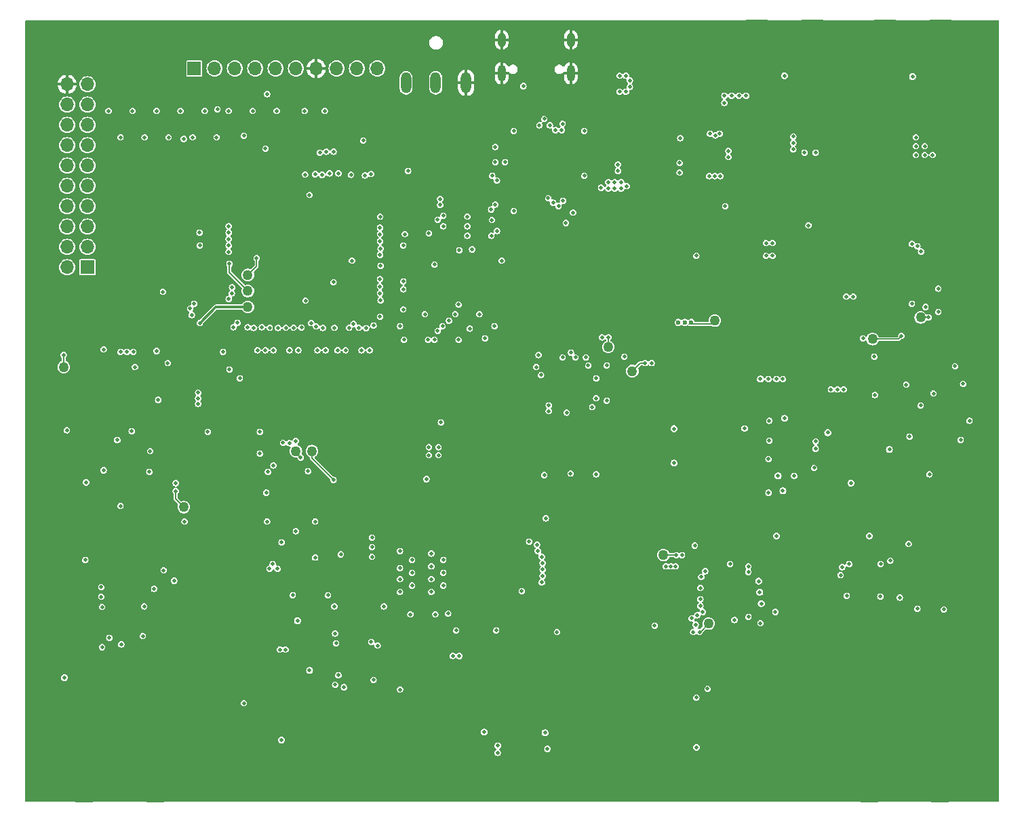
<source format=gbr>
%TF.GenerationSoftware,KiCad,Pcbnew,8.0.1*%
%TF.CreationDate,2024-03-24T21:42:04-04:00*%
%TF.ProjectId,VNA,564e412e-6b69-4636-9164-5f7063625858,rev?*%
%TF.SameCoordinates,PX535a28cPY8422900*%
%TF.FileFunction,Copper,L6,Bot*%
%TF.FilePolarity,Positive*%
%FSLAX46Y46*%
G04 Gerber Fmt 4.6, Leading zero omitted, Abs format (unit mm)*
G04 Created by KiCad (PCBNEW 8.0.1) date 2024-03-24 21:42:04*
%MOMM*%
%LPD*%
G01*
G04 APERTURE LIST*
G04 Aperture macros list*
%AMRoundRect*
0 Rectangle with rounded corners*
0 $1 Rounding radius*
0 $2 $3 $4 $5 $6 $7 $8 $9 X,Y pos of 4 corners*
0 Add a 4 corners polygon primitive as box body*
4,1,4,$2,$3,$4,$5,$6,$7,$8,$9,$2,$3,0*
0 Add four circle primitives for the rounded corners*
1,1,$1+$1,$2,$3*
1,1,$1+$1,$4,$5*
1,1,$1+$1,$6,$7*
1,1,$1+$1,$8,$9*
0 Add four rect primitives between the rounded corners*
20,1,$1+$1,$2,$3,$4,$5,0*
20,1,$1+$1,$4,$5,$6,$7,0*
20,1,$1+$1,$6,$7,$8,$9,0*
20,1,$1+$1,$8,$9,$2,$3,0*%
G04 Aperture macros list end*
%TA.AperFunction,ComponentPad*%
%ADD10R,1.700000X1.700000*%
%TD*%
%TA.AperFunction,ComponentPad*%
%ADD11O,1.700000X1.700000*%
%TD*%
%TA.AperFunction,ComponentPad*%
%ADD12O,1.000000X2.100000*%
%TD*%
%TA.AperFunction,ComponentPad*%
%ADD13O,1.000000X1.800000*%
%TD*%
%TA.AperFunction,SMDPad,CuDef*%
%ADD14R,2.286000X5.080000*%
%TD*%
%TA.AperFunction,ComponentPad*%
%ADD15O,1.308000X2.616000*%
%TD*%
%TA.AperFunction,SMDPad,CuDef*%
%ADD16R,2.667000X4.191000*%
%TD*%
%TA.AperFunction,SMDPad,CuDef*%
%ADD17RoundRect,0.635000X0.000010X0.000010X-0.000010X0.000010X-0.000010X-0.000010X0.000010X-0.000010X0*%
%TD*%
%TA.AperFunction,SMDPad,CuDef*%
%ADD18RoundRect,0.635000X-0.000010X-0.000010X0.000010X-0.000010X0.000010X0.000010X-0.000010X0.000010X0*%
%TD*%
%TA.AperFunction,ViaPad*%
%ADD19C,0.500000*%
%TD*%
%TA.AperFunction,ViaPad*%
%ADD20C,4.500000*%
%TD*%
%TA.AperFunction,ViaPad*%
%ADD21C,0.600000*%
%TD*%
%TA.AperFunction,Conductor*%
%ADD22C,0.300000*%
%TD*%
%TA.AperFunction,Conductor*%
%ADD23C,0.200000*%
%TD*%
%TA.AperFunction,Conductor*%
%ADD24C,0.150000*%
%TD*%
G04 APERTURE END LIST*
D10*
X21298900Y89803600D03*
D11*
X23838900Y89803600D03*
X26378900Y89803600D03*
X28918900Y89803600D03*
X31458900Y89803600D03*
X33998900Y89803600D03*
X36538900Y89803600D03*
X39078900Y89803600D03*
X41618900Y89803600D03*
X44158900Y89803600D03*
D12*
X68318900Y89198600D03*
D13*
X68318900Y93378600D03*
D12*
X59678900Y89198600D03*
D13*
X59678900Y93378600D03*
D14*
X7580400Y665400D03*
X16419600Y665400D03*
D15*
X47750000Y88000000D03*
X55250000Y88000000D03*
X51450000Y88000000D03*
D14*
X105580400Y665400D03*
X114419600Y665400D03*
D16*
X98494600Y93784600D03*
X91505400Y93784600D03*
X114494600Y93784600D03*
X107505400Y93784600D03*
D10*
X7973900Y64978600D03*
D11*
X5433900Y64978600D03*
X7973900Y67518600D03*
X5433900Y67518600D03*
X7973900Y70058600D03*
X5433900Y70058600D03*
X7973900Y72598600D03*
X5433900Y72598600D03*
X7973900Y75138600D03*
X5433900Y75138600D03*
X7973900Y77678600D03*
X5433900Y77678600D03*
X7973900Y80218600D03*
X5433900Y80218600D03*
X7973900Y82758600D03*
X5433900Y82758600D03*
X7973900Y85298600D03*
X5433900Y85298600D03*
X7973900Y87838600D03*
X5433900Y87838600D03*
D17*
X5000000Y52500000D03*
D18*
X90000000Y52000000D03*
X22000000Y35000000D03*
X86300000Y58300000D03*
X28000000Y64000000D03*
X32000000Y42000000D03*
D17*
X73000000Y55000000D03*
D18*
X36000000Y42000000D03*
X106000000Y56000000D03*
D17*
X85525000Y20450000D03*
D18*
X28000000Y62000000D03*
D17*
X34000000Y42000000D03*
X112000000Y58700000D03*
X76000000Y52000000D03*
D18*
X107000000Y53000000D03*
X20000000Y35000000D03*
X28000000Y66000000D03*
X79900000Y29000000D03*
X28000000Y60000000D03*
D19*
X121000000Y15000000D03*
D20*
X2500000Y28500000D03*
D19*
X121000000Y86000000D03*
X2000000Y12000000D03*
X95000000Y33000000D03*
X94550000Y30750000D03*
X56000000Y25000000D03*
X94000000Y61000000D03*
X58000000Y95000000D03*
X101000000Y0D03*
X53000000Y10000000D03*
X44750000Y45825000D03*
X68050000Y51450000D03*
X59000000Y0D03*
X99000000Y48000000D03*
X121000000Y6000000D03*
X94700000Y22050000D03*
X108000000Y39000000D03*
X21800000Y43400000D03*
X95000000Y42000000D03*
X37000000Y0D03*
X1000000Y34000000D03*
X63100000Y55200000D03*
X110900000Y8000000D03*
X98000000Y4750000D03*
X84000000Y95000000D03*
X25000000Y32000000D03*
X10000000Y95000000D03*
X1000000Y53000000D03*
X11000000Y95000000D03*
X8000000Y94000000D03*
X41000000Y44000000D03*
X26000000Y42000000D03*
X24000000Y-1000000D03*
X66900000Y7000000D03*
X38600000Y44800000D03*
X27000000Y95000000D03*
X109000000Y5700000D03*
X53000000Y53000000D03*
X64300000Y6100000D03*
X61600000Y28400000D03*
X25000000Y95000000D03*
X70000000Y20000000D03*
X99000000Y54000000D03*
X34100000Y19975000D03*
X17000000Y94000000D03*
X36000000Y48000000D03*
X75000000Y2000000D03*
X89000000Y95000000D03*
X24000000Y47000000D03*
X2000000Y84000000D03*
X74400000Y49300000D03*
X120000000Y34000000D03*
X16000000Y30000000D03*
X120000000Y15000000D03*
X1000000Y6000000D03*
X70000000Y61000000D03*
X78000000Y43000000D03*
X2000000Y73000000D03*
X47000000Y10000000D03*
X64000000Y59000000D03*
X2000000Y36000000D03*
X89200000Y24400000D03*
X75000000Y13000000D03*
X9050000Y5225000D03*
X2000000Y61000000D03*
X61000000Y47000000D03*
X77000000Y62000000D03*
D20*
X32500000Y13500000D03*
D19*
X57000000Y53000000D03*
X100975000Y64000000D03*
X120000000Y32000000D03*
X120000000Y72000000D03*
X30968900Y60193600D03*
X25000000Y38000000D03*
X26000000Y12000000D03*
X99000000Y53000000D03*
X1000000Y61000000D03*
X22000000Y4800000D03*
X100000000Y46000000D03*
X79000000Y62000000D03*
X26000000Y-1000000D03*
X79100000Y54900000D03*
X110700000Y12000000D03*
X74000000Y-1000000D03*
X42418900Y60233600D03*
X78000000Y41000000D03*
X54000000Y53000000D03*
X57000000Y9000000D03*
D20*
X97500000Y62500000D03*
D19*
X120000000Y88000000D03*
X7900000Y55600000D03*
X110800000Y4000000D03*
X9000000Y35500000D03*
X97000000Y60000000D03*
X43800000Y5800000D03*
X2000000Y63000000D03*
X105000000Y26900000D03*
X55925000Y39000000D03*
X55650000Y45525000D03*
X26300000Y6600000D03*
X2000000Y42000000D03*
X46700000Y37950000D03*
X64000000Y41000000D03*
X85000000Y48000000D03*
X78000000Y44000000D03*
X102000000Y-1000000D03*
X98000000Y24000000D03*
X121000000Y72000000D03*
X104700000Y57600000D03*
X72000000Y62000000D03*
X16700000Y51100000D03*
X75000000Y41000000D03*
X98000000Y-1000000D03*
X91000000Y0D03*
X114500000Y41000000D03*
X73000000Y15200000D03*
X80000000Y48000000D03*
X90600000Y13400000D03*
X43000000Y36000000D03*
X14000000Y59000000D03*
X12800000Y8700000D03*
X63000000Y94000000D03*
X62700000Y77800000D03*
X97300000Y7050000D03*
X119000000Y18000000D03*
X104000000Y95000000D03*
X120000000Y79000000D03*
X108200000Y20200000D03*
X16000000Y28000000D03*
X85400000Y6100000D03*
X61600000Y32000000D03*
X110800000Y11000000D03*
D20*
X95500000Y12500000D03*
D19*
X23000000Y52000000D03*
X8000000Y35500000D03*
X12100000Y13200000D03*
X40500000Y28800000D03*
X109200000Y4000000D03*
X51300000Y60300000D03*
X14200000Y47300000D03*
X86800000Y23200000D03*
X100000000Y1000000D03*
X26000000Y25000000D03*
X108125000Y41350000D03*
X20000000Y95000000D03*
X71000000Y0D03*
X28000000Y4700000D03*
D20*
X119500000Y93500000D03*
D19*
X67000000Y95000000D03*
X97000000Y2000000D03*
X46000000Y52000000D03*
X93000000Y4550000D03*
X2000000Y52000000D03*
X62000000Y95000000D03*
X37000000Y94000000D03*
X25000000Y22000000D03*
X85000000Y49000000D03*
X33000000Y0D03*
X47000000Y53000000D03*
X76000000Y8000000D03*
X120000000Y87000000D03*
X74000000Y62000000D03*
X107000000Y65000000D03*
X41700000Y76600000D03*
X64300000Y45300000D03*
X67225000Y4050000D03*
X75000000Y62000000D03*
X36000000Y95000000D03*
X42000000Y46000000D03*
X2000000Y81000000D03*
X110800000Y1000000D03*
X54700000Y6100000D03*
X2000000Y38000000D03*
X116000000Y1000000D03*
X69000000Y27000000D03*
X29246018Y52246018D03*
X1000000Y90000000D03*
X93000000Y2000000D03*
X7900000Y38925000D03*
X43600000Y80800000D03*
X63900000Y77800000D03*
X26900000Y80800000D03*
X102200000Y35900000D03*
X103900000Y57200000D03*
X24700000Y6400000D03*
X107975000Y43025000D03*
X2000000Y44000000D03*
X63000000Y0D03*
X67500000Y75400000D03*
X47100000Y19400000D03*
X96000000Y49000000D03*
X93000000Y62000000D03*
X36800000Y5800000D03*
X105000000Y33000000D03*
X2000000Y15000000D03*
X94100000Y49000000D03*
X116000000Y2000000D03*
X73000000Y34000000D03*
X1000000Y50000000D03*
X66300000Y76600000D03*
X61700000Y6200000D03*
X57700000Y2400000D03*
X22000000Y17000000D03*
X76000000Y59800000D03*
X33000000Y94000000D03*
X9000000Y7200000D03*
X46300000Y44100000D03*
X37800000Y5800000D03*
X27000000Y7500000D03*
X92000000Y51900000D03*
X89000000Y94000000D03*
X69000000Y41000000D03*
X39000000Y95000000D03*
X38700000Y36700000D03*
X96000000Y43000000D03*
X90000000Y46543600D03*
X91000000Y48000000D03*
X39000000Y48000000D03*
X29000000Y8000000D03*
X44000000Y42000000D03*
X1000000Y18000000D03*
X95000000Y10000000D03*
X20200000Y44400000D03*
X105000000Y41000000D03*
X50000000Y94000000D03*
X64000000Y1000000D03*
X97000000Y42000000D03*
X59000000Y21000000D03*
X33000000Y53000000D03*
X97000000Y21000000D03*
X120000000Y76000000D03*
X108225000Y31050000D03*
X24000000Y49000000D03*
X57000000Y25000000D03*
X22500000Y12900000D03*
X66000000Y2200000D03*
X118000000Y24000000D03*
X47000000Y32000000D03*
X85000000Y0D03*
X44000000Y8000000D03*
X47850000Y48100000D03*
X55000000Y54000000D03*
X98000000Y13000000D03*
X71100000Y44000000D03*
X103000000Y33000000D03*
X44000000Y51000000D03*
X35800000Y4200000D03*
X61000000Y94000000D03*
X56000000Y95000000D03*
X58000000Y1000000D03*
X72100000Y4200000D03*
X47000000Y94000000D03*
X120000000Y39000000D03*
X54000000Y15500000D03*
X10500000Y9300000D03*
X42700000Y49600000D03*
X103000000Y0D03*
X85700000Y80600000D03*
X41000000Y43000000D03*
X121000000Y30000000D03*
X78000000Y12000000D03*
X41000000Y41000000D03*
X96000000Y34000000D03*
X73100000Y29800000D03*
X110000000Y38000000D03*
X46625000Y40325000D03*
X2000000Y6000000D03*
X24000000Y4800000D03*
X28200000Y34200000D03*
X57000000Y16000000D03*
X56000000Y8000000D03*
X90500000Y5350000D03*
X22000000Y1000000D03*
X62000000Y60000000D03*
X84000000Y-1000000D03*
X65000000Y95000000D03*
X60000000Y31000000D03*
X89600000Y12300000D03*
X28000000Y1000000D03*
X121000000Y71000000D03*
X17900000Y9900000D03*
X81100000Y4200000D03*
X94000000Y-1000000D03*
X63000000Y58000000D03*
X89000000Y0D03*
X3000000Y4000000D03*
X27618900Y69843600D03*
X43000000Y51500000D03*
X42100000Y36000000D03*
X98000000Y31000000D03*
X108800000Y78500000D03*
X2000000Y43000000D03*
X48150000Y39575000D03*
X116500000Y41200000D03*
X6200000Y7800000D03*
X59000000Y16000000D03*
X99000000Y0D03*
X13000000Y11400000D03*
X92250000Y25100000D03*
X93000000Y11000000D03*
X37700000Y20800000D03*
X56000000Y9000000D03*
X85700000Y79800000D03*
X5000000Y30000000D03*
X107050000Y31075000D03*
X40000000Y94000000D03*
X12800000Y10600000D03*
X44000000Y41000000D03*
X102500000Y21000000D03*
X121000000Y59000000D03*
X19000000Y94000000D03*
X120000000Y7000000D03*
X92000000Y11000000D03*
X47000000Y2000000D03*
X11600000Y12400000D03*
X59000000Y54000000D03*
X76000000Y41000000D03*
X52988900Y15833600D03*
X32500000Y20800000D03*
X51800000Y5800000D03*
X36000000Y47000000D03*
X60000000Y54000000D03*
X48000000Y31800000D03*
X42000000Y43000000D03*
X43900000Y34000000D03*
X53425000Y35950000D03*
X69000000Y14000000D03*
X103000000Y31400000D03*
X61000000Y58000000D03*
X76000000Y10000000D03*
X60100000Y36000000D03*
X107900000Y80200000D03*
X48000000Y94000000D03*
X106000000Y38000000D03*
X69000000Y23000000D03*
X75000000Y14000000D03*
X82148900Y22043600D03*
X73000000Y14000000D03*
X15000000Y37000000D03*
X105688900Y69433600D03*
X106700000Y14250000D03*
X12500000Y20600000D03*
X100650000Y31100000D03*
X56000000Y17000000D03*
X92000000Y33000000D03*
X96000000Y33000000D03*
X85000000Y33000000D03*
X24000000Y46000000D03*
X83000000Y13000000D03*
X62218900Y70503600D03*
X65500000Y34500000D03*
X89000000Y34000000D03*
X120000000Y57000000D03*
X14000000Y5800000D03*
X44800000Y34900000D03*
X97600000Y77500000D03*
X98000000Y29000000D03*
X93000000Y0D03*
X38000000Y1000000D03*
X78000000Y11000000D03*
X52000000Y12000000D03*
X70000000Y26000000D03*
X14000000Y95000000D03*
X86000000Y49000000D03*
X36000000Y8000000D03*
X71000000Y13000000D03*
X39000000Y0D03*
X117000000Y-1000000D03*
X95000000Y43000000D03*
X65138900Y70503600D03*
X34700000Y40200000D03*
X103000000Y95000000D03*
X98200000Y82400000D03*
X61000000Y53000000D03*
X74000000Y9000000D03*
X26000000Y17000000D03*
X112000000Y48700000D03*
X39000000Y9000000D03*
X69000000Y26000000D03*
X121000000Y25000000D03*
X120000000Y36000000D03*
X59000000Y15000000D03*
X102900000Y38750000D03*
X32200000Y31600000D03*
X76100000Y4200000D03*
X83000000Y34000000D03*
X120000000Y29000000D03*
X106000000Y64000000D03*
X21800000Y44400000D03*
X121000000Y49000000D03*
X66000000Y-1000000D03*
X59000000Y23000000D03*
X55000000Y11000000D03*
X80000000Y95000000D03*
X98000000Y6400000D03*
X83000000Y14000000D03*
X49350000Y38225000D03*
X6000000Y58000000D03*
X98000000Y11000000D03*
X28000000Y95000000D03*
X73000000Y61000000D03*
X28000000Y26300000D03*
X94800000Y72800000D03*
X52400000Y68900000D03*
X42000000Y37000000D03*
X43000000Y34000000D03*
X41000000Y95000000D03*
X48525000Y38775000D03*
X111000000Y28000000D03*
X110000000Y65000000D03*
X65100000Y77800000D03*
X58000000Y11000000D03*
X52000000Y1000000D03*
X55825000Y36425000D03*
X11000000Y7000000D03*
X1000000Y3000000D03*
X27000000Y2000000D03*
X105000000Y34000000D03*
X81000000Y11000000D03*
X33800000Y4200000D03*
X98000000Y55000000D03*
X90000000Y45643600D03*
X56200000Y2900000D03*
X70000000Y94000000D03*
X110000000Y89000000D03*
D20*
X119500000Y21500000D03*
D19*
X27000000Y14000000D03*
X62000000Y58000000D03*
X41000000Y42000000D03*
X5000000Y3000000D03*
X34000000Y11000000D03*
X71000000Y80300000D03*
X112500000Y23600000D03*
X102000000Y14200000D03*
X98000000Y14000000D03*
X120000000Y68000000D03*
X73800000Y69200000D03*
X26000000Y31000000D03*
X99000000Y49000000D03*
X104000000Y33000000D03*
X27000000Y16000000D03*
X61000000Y45000000D03*
X65000000Y2000000D03*
X61000000Y0D03*
X74000000Y41000000D03*
X2000000Y7000000D03*
X41000000Y45000000D03*
X82000000Y48000000D03*
X89200000Y25600000D03*
X93028900Y44763600D03*
X20000000Y4800000D03*
X121000000Y54000000D03*
X97000000Y34000000D03*
X111200000Y37800000D03*
X60000000Y95000000D03*
X88000000Y13000000D03*
X2000000Y8000000D03*
X82000000Y1000000D03*
X36000000Y1000000D03*
X54600000Y4000000D03*
X75000000Y33000000D03*
X68300000Y38000000D03*
X109000000Y33000000D03*
X108500000Y11000000D03*
X16000000Y35000000D03*
X102025000Y64975000D03*
X70000000Y23000000D03*
X50000000Y53000000D03*
X2000000Y22000000D03*
X73000000Y42000000D03*
X81000000Y14000000D03*
X84700000Y74000000D03*
X82000000Y87300000D03*
X121000000Y85000000D03*
X53500000Y34000000D03*
X121000000Y13000000D03*
X121000000Y75000000D03*
X92450000Y19000000D03*
X1000000Y88000000D03*
X53000000Y9000000D03*
X25000000Y39000000D03*
X97000000Y22000000D03*
X48000000Y-1000000D03*
X99000000Y57000000D03*
X94250000Y47900000D03*
X90600000Y15600000D03*
X1000000Y36000000D03*
X62700000Y76600000D03*
X104000000Y64000000D03*
X12000000Y59000000D03*
X29000000Y22800000D03*
X29000000Y23800000D03*
X58000000Y53000000D03*
X16000000Y31000000D03*
X2000000Y19000000D03*
X26000000Y39000000D03*
X53800000Y5900000D03*
X81000000Y94000000D03*
X53000000Y11500000D03*
X8000000Y48000000D03*
X2000000Y90000000D03*
X97000000Y0D03*
X11200000Y8000000D03*
X41668900Y62323600D03*
X25000000Y17000000D03*
X90000000Y15000000D03*
X95900000Y60300000D03*
X94000000Y19000000D03*
X45300000Y36500000D03*
X92100000Y14900000D03*
X99000000Y58000000D03*
X56050000Y40750000D03*
X44000000Y94000000D03*
X93000000Y12000000D03*
X1000000Y65000000D03*
X22000000Y54000000D03*
X103650000Y37125000D03*
X25000000Y44000000D03*
X121000000Y42000000D03*
X108000000Y15500000D03*
X95000000Y4750000D03*
X117000000Y3000000D03*
X43000000Y9000000D03*
X35800000Y5800000D03*
X102900000Y8250000D03*
X65000000Y60000000D03*
X98000000Y16000000D03*
X56000000Y-1000000D03*
X105000000Y36000000D03*
X96000000Y48000000D03*
X96000000Y1000000D03*
X97000000Y15000000D03*
X46000000Y53000000D03*
X56675000Y37100000D03*
X18000000Y95000000D03*
X8400000Y53000000D03*
X82000000Y11000000D03*
X121000000Y60000000D03*
X83000000Y0D03*
X31000000Y2000000D03*
X94000000Y4550000D03*
X51000000Y95000000D03*
X83000000Y49000000D03*
X120000000Y56000000D03*
X64000000Y61000000D03*
X83000000Y94000000D03*
X79000000Y13000000D03*
X55675000Y47575000D03*
X14200000Y51700000D03*
X44800000Y5800000D03*
X80000000Y59800000D03*
X54275000Y41250000D03*
X108500000Y45200000D03*
X94525000Y37825000D03*
X51000000Y32000000D03*
X2000000Y40000000D03*
X1000000Y8000000D03*
X82000000Y88600000D03*
X77000000Y33000000D03*
X46400000Y35800000D03*
X41000000Y0D03*
X53675000Y45500000D03*
X89000000Y15000000D03*
X14100000Y12800000D03*
X79500000Y5800000D03*
X78000000Y94000000D03*
X45925000Y38675000D03*
X60700000Y27500000D03*
X16400000Y4200000D03*
X1000000Y80000000D03*
X1000000Y89000000D03*
X41100000Y49500000D03*
X1000000Y17000000D03*
X59625000Y3675000D03*
X86000000Y17300000D03*
X34000000Y5900000D03*
X70000000Y13000000D03*
X26000000Y37000000D03*
X67500000Y77800000D03*
X63000000Y2000000D03*
X121000000Y5000000D03*
X67800000Y2700000D03*
X68700000Y3200000D03*
X55325000Y38125000D03*
X113600000Y52500000D03*
X63100000Y45300000D03*
X88000000Y95000000D03*
X61250000Y20600000D03*
X21000000Y2000000D03*
X69000000Y61000000D03*
X73100000Y4200000D03*
X1000000Y49000000D03*
X82000000Y95000000D03*
X1000000Y54000000D03*
X96000000Y32000000D03*
X112000000Y28000000D03*
X73000000Y0D03*
X24000000Y1000000D03*
X44000000Y10000000D03*
X2000000Y45000000D03*
X89018900Y42083600D03*
X82000000Y62000000D03*
X49700000Y35500000D03*
X120000000Y4000000D03*
X57875000Y6150000D03*
X89978900Y43243600D03*
X95000000Y15000000D03*
X1000000Y87000000D03*
X64950000Y22900000D03*
X2000000Y80000000D03*
X19900000Y66600000D03*
X11448900Y61313600D03*
X51000000Y31000000D03*
X86000000Y33000000D03*
X41300000Y15100000D03*
X86000000Y-1000000D03*
X34800000Y4200000D03*
X50800000Y4200000D03*
X74000000Y10000000D03*
X26000000Y41000000D03*
X86000000Y4500000D03*
X121000000Y82000000D03*
X42000000Y50400000D03*
X1000000Y16000000D03*
X1000000Y4000000D03*
X74000000Y33000000D03*
X86000000Y1000000D03*
X37000000Y48000000D03*
X61000000Y54000000D03*
X72000000Y61000000D03*
X57000000Y0D03*
X30000000Y14000000D03*
X63000000Y60000000D03*
X12500000Y21500000D03*
X30000000Y8000000D03*
X12800000Y4000000D03*
X1000000Y12000000D03*
X114400000Y56900000D03*
X98000000Y25000000D03*
X110800000Y3000000D03*
X105000000Y45000000D03*
X94000000Y18000000D03*
X119000000Y4000000D03*
X58000000Y94000000D03*
X41038900Y60603600D03*
X121000000Y18000000D03*
X116000000Y0D03*
X61000000Y95000000D03*
X109500000Y14400000D03*
X85700000Y79000000D03*
X121000000Y26000000D03*
X9000000Y94000000D03*
X54000000Y9000000D03*
X57000000Y2000000D03*
X52600000Y22700000D03*
X81000000Y12000000D03*
X67600000Y32700000D03*
X1000000Y64000000D03*
X65000000Y94000000D03*
X72500000Y5800000D03*
X82100000Y4200000D03*
X44500000Y49900000D03*
X41000000Y47000000D03*
X52900000Y5800000D03*
X97500000Y36325000D03*
X48700000Y42500000D03*
X11200000Y4000000D03*
X55500000Y34000000D03*
X79100000Y4200000D03*
X80000000Y9000000D03*
X54000000Y10000000D03*
X55900000Y5000000D03*
X104100000Y9950000D03*
X32000000Y94000000D03*
X20200000Y43400000D03*
D20*
X107500000Y35500000D03*
D19*
X115700000Y41200000D03*
X1000000Y78000000D03*
X74000000Y34000000D03*
X89000000Y8000000D03*
X71100000Y4200000D03*
X103000000Y94000000D03*
X79000000Y44000000D03*
X120000000Y16000000D03*
X121000000Y87000000D03*
X112000000Y89000000D03*
X78000000Y47000000D03*
X62000000Y59000000D03*
X49300000Y32800000D03*
X40000000Y-1000000D03*
X94000000Y15000000D03*
X63900000Y76600000D03*
X89000000Y49000000D03*
X2000000Y51000000D03*
X121000000Y35000000D03*
D20*
X78000000Y500000D03*
D19*
X120000000Y47000000D03*
X80450000Y44900000D03*
X57600000Y36700000D03*
X36800000Y4200000D03*
X21000000Y56000000D03*
X94000000Y21000000D03*
X75000000Y9000000D03*
X65200000Y5900000D03*
X104148900Y51623600D03*
X121000000Y44000000D03*
X69000000Y0D03*
X84800000Y78200000D03*
X107500000Y13950000D03*
X20000000Y54000000D03*
X112000000Y64000000D03*
X62058900Y73003600D03*
X12800000Y2000000D03*
X21000000Y21000000D03*
X69500000Y5900000D03*
X98500000Y77000000D03*
X54975000Y46225000D03*
X104000000Y-1000000D03*
X98000000Y18000000D03*
X78000000Y45000000D03*
X120000000Y44000000D03*
X56000000Y53000000D03*
X121000000Y74000000D03*
X18000000Y49300000D03*
X121000000Y8000000D03*
X60100000Y34600000D03*
X82200000Y37400000D03*
X10500000Y10700000D03*
X112000000Y30000000D03*
X2000000Y88000000D03*
X28000000Y50000000D03*
X70000000Y-1000000D03*
X103898900Y46803600D03*
X8400000Y7800000D03*
X120000000Y83000000D03*
X98000000Y30000000D03*
X73000000Y12000000D03*
X47350000Y46125000D03*
X101000000Y2000000D03*
X107900000Y79400000D03*
X32000000Y95000000D03*
X1000000Y85000000D03*
X60000000Y2200000D03*
X6600000Y22600000D03*
X78000000Y62000000D03*
X100000000Y33000000D03*
X39900000Y84600000D03*
X95000000Y49000000D03*
X40000000Y9000000D03*
X65000000Y62000000D03*
X90000000Y33000000D03*
X51200000Y46800000D03*
X87000000Y15000000D03*
X25000000Y94000000D03*
X34000000Y10000000D03*
X23000000Y51000000D03*
X38900000Y24000000D03*
X9825000Y4800000D03*
X57000000Y21000000D03*
X109700000Y57600000D03*
X85000000Y61000000D03*
X26000000Y18000000D03*
X104100000Y25100000D03*
X23000000Y31000000D03*
X6600000Y25000000D03*
X42200000Y16000000D03*
X100900000Y8300000D03*
X120000000Y81000000D03*
X66300000Y75400000D03*
X2000000Y9000000D03*
X88000000Y33000000D03*
X1000000Y15000000D03*
X1000000Y62000000D03*
X9000000Y59000000D03*
X100900000Y5950000D03*
X2000000Y16000000D03*
X99000000Y45500000D03*
X2000000Y48000000D03*
X52600000Y20100000D03*
X45000000Y53000000D03*
X64000000Y95000000D03*
X53675000Y38525000D03*
X98000000Y20000000D03*
X120000000Y46000000D03*
X79000000Y34000000D03*
X1000000Y19000000D03*
X79000000Y9000000D03*
X30000000Y8900000D03*
X10000000Y28000000D03*
X37000000Y2000000D03*
X44225000Y44700000D03*
X120000000Y45000000D03*
X97000000Y41000000D03*
X1000000Y75000000D03*
X15000000Y59000000D03*
X120000000Y55000000D03*
X63350000Y22900000D03*
X75100000Y4200000D03*
X26000000Y26000000D03*
D20*
X26500000Y48000000D03*
D19*
X120000000Y30000000D03*
X66850000Y50250000D03*
X99000000Y60000000D03*
X105000000Y35000000D03*
X116000000Y33000000D03*
X89848900Y17543600D03*
X26000000Y43000000D03*
X18300000Y9000000D03*
X86000000Y48000000D03*
X53000000Y2000000D03*
X108000000Y65000000D03*
X99000000Y4950000D03*
X23000000Y95000000D03*
X78000000Y14000000D03*
X98000000Y12000000D03*
X99000000Y55000000D03*
X117000000Y95000000D03*
X121000000Y16000000D03*
X42000000Y48700000D03*
X121000000Y52000000D03*
X102000000Y1000000D03*
X70000000Y16000000D03*
X116000000Y35000000D03*
X76500000Y5800000D03*
X105000000Y47000000D03*
X101000000Y94000000D03*
X69000000Y17000000D03*
X84000000Y48000000D03*
X73000000Y41000000D03*
X68050000Y50250000D03*
X41000000Y39000000D03*
X85700000Y78200000D03*
X75000000Y59800000D03*
X104000000Y45000000D03*
X1000000Y41000000D03*
X74000000Y1000000D03*
X20000000Y1000000D03*
X81000000Y8000000D03*
X45000000Y95000000D03*
X33800000Y35500000D03*
X41000000Y2000000D03*
X121000000Y4000000D03*
X44800000Y23900000D03*
X45725000Y41000000D03*
X27288900Y72353600D03*
X21500000Y20000000D03*
X6600000Y9600000D03*
X35200000Y24500000D03*
X99800000Y23200000D03*
X73000000Y2000000D03*
X56000000Y10000000D03*
X19000000Y47000000D03*
X3600000Y22100000D03*
X95000000Y2000000D03*
X6000000Y2000000D03*
X11000000Y58000000D03*
X74400000Y51700000D03*
X94000000Y7900000D03*
X2000000Y17000000D03*
X102000000Y95000000D03*
X89000000Y2000000D03*
X89000000Y48000000D03*
X69250000Y50250000D03*
X50000000Y32000000D03*
X83900000Y79800000D03*
X106000000Y39600000D03*
X107400000Y55400000D03*
X121000000Y90000000D03*
X10000000Y58000000D03*
X96000000Y16000000D03*
X37000000Y95000000D03*
X67000000Y61000000D03*
X121000000Y39000000D03*
X39000000Y10000000D03*
X90200000Y37400000D03*
X109000000Y7500000D03*
X65000000Y7600000D03*
X8300000Y5700000D03*
X28000000Y-1000000D03*
X19000000Y4800000D03*
X99000000Y56000000D03*
X38000000Y10000000D03*
X49875000Y48325000D03*
X49000000Y53000000D03*
X100000000Y14200000D03*
X120000000Y33000000D03*
X1000000Y69000000D03*
X107100000Y15900000D03*
X55000000Y8000000D03*
X83000000Y33000000D03*
X39000000Y47000000D03*
X68000000Y41000000D03*
X1000000Y73000000D03*
X88200000Y38300000D03*
X1000000Y67000000D03*
X116000000Y30000000D03*
X18000000Y50100000D03*
X44000000Y40000000D03*
X13500000Y4200000D03*
X70200000Y57100000D03*
X83100000Y4200000D03*
X85000000Y34000000D03*
X121000000Y69000000D03*
X100000000Y65000000D03*
X90000000Y62000000D03*
X105000000Y44000000D03*
X117000000Y37800000D03*
X107900000Y81800000D03*
X98000000Y33000000D03*
X83000000Y62000000D03*
X121000000Y29000000D03*
X97000000Y33000000D03*
X36200000Y26300000D03*
X50000000Y95000000D03*
X44500000Y37500000D03*
X59000000Y22000000D03*
X2000000Y11000000D03*
X6000000Y1000000D03*
X117000000Y20000000D03*
X121000000Y70000000D03*
X110600000Y20200000D03*
X61000000Y7000000D03*
X47000000Y33400000D03*
X6000000Y95000000D03*
X40400000Y16000000D03*
X30000000Y1000000D03*
X106000000Y46000000D03*
X1000000Y32000000D03*
X90000000Y49000000D03*
X46000000Y9000000D03*
X100000000Y48000000D03*
X121000000Y32000000D03*
X54700000Y48025000D03*
X2000000Y46000000D03*
X106000000Y33000000D03*
X49000000Y31000000D03*
X11200000Y1000000D03*
X19000000Y56000000D03*
X52400000Y30300000D03*
X41000000Y9000000D03*
X107400000Y18000000D03*
X95900000Y55500000D03*
X80000000Y94000000D03*
X120000000Y13000000D03*
X89500000Y14500000D03*
X6600000Y16300000D03*
X23000000Y94000000D03*
X38000000Y47000000D03*
X108500000Y10000000D03*
X5000000Y2000000D03*
X91000000Y34000000D03*
X108000000Y17000000D03*
X1000000Y10000000D03*
X74400000Y44900000D03*
X121000000Y34000000D03*
X66000000Y61000000D03*
X26000000Y40000000D03*
X99000000Y34000000D03*
X99000000Y47000000D03*
X102750000Y42575000D03*
X121000000Y53000000D03*
X42000000Y39000000D03*
X60000000Y47000000D03*
X24000000Y51000000D03*
X88200000Y37400000D03*
X88500000Y13500000D03*
X36000000Y-1000000D03*
X2000000Y10000000D03*
X41000000Y46000000D03*
X37000000Y10000000D03*
X83700000Y5800000D03*
X94800000Y71500000D03*
X100000000Y16300000D03*
X110000000Y64000000D03*
X25000000Y42000000D03*
X89000000Y33000000D03*
X71000000Y94000000D03*
X1000000Y83000000D03*
X104000000Y46000000D03*
X83900000Y77400000D03*
X69000000Y15000000D03*
X98000000Y21000000D03*
X110000000Y35000000D03*
X35000000Y0D03*
X48100000Y30800000D03*
X57000000Y54000000D03*
X121000000Y51000000D03*
X38000000Y80800000D03*
X77000000Y34000000D03*
X102300000Y7450000D03*
X95000000Y55000000D03*
X88100000Y8000000D03*
X80000000Y10000000D03*
X105000000Y37000000D03*
X94000000Y89000000D03*
X96300000Y36325000D03*
X23000000Y54000000D03*
X121000000Y12000000D03*
X26000000Y33000000D03*
X88000000Y94000000D03*
X36000000Y9000000D03*
X87000000Y94000000D03*
X12000000Y94000000D03*
X81000000Y61000000D03*
X84000000Y62000000D03*
X95125000Y27375000D03*
X33000000Y2000000D03*
X66200000Y57000000D03*
X1000000Y38000000D03*
X120000000Y60000000D03*
X44100000Y38700000D03*
X104100000Y26000000D03*
X11600000Y21500000D03*
X54325000Y40300000D03*
X26000000Y94000000D03*
X97000000Y49000000D03*
X95300000Y29350000D03*
X55000000Y0D03*
X121000000Y36000000D03*
X47500000Y35500000D03*
X16000000Y13100000D03*
X55000000Y95000000D03*
X88000000Y-1000000D03*
X2000000Y47000000D03*
X2000000Y39000000D03*
X12800000Y9700000D03*
X54150000Y39325000D03*
X83000000Y5800000D03*
X105100000Y11650000D03*
X28000000Y94000000D03*
X102800000Y12300000D03*
X65700000Y44000000D03*
X62000000Y1000000D03*
X120000000Y31000000D03*
X95000000Y48000000D03*
X31000000Y0D03*
X95025000Y32000000D03*
X56000000Y26000000D03*
X113600000Y41500000D03*
X109200000Y5000000D03*
X19000000Y23000000D03*
X101000000Y14200000D03*
X60300000Y6200000D03*
X53800000Y4200000D03*
X69000000Y95000000D03*
X38800000Y5800000D03*
X30000000Y94000000D03*
X20300000Y8500000D03*
X72000000Y42000000D03*
X91100000Y13900000D03*
X77000000Y12000000D03*
X74000000Y95000000D03*
X11600000Y20600000D03*
X60050000Y20600000D03*
X21000000Y55000000D03*
X34000000Y95000000D03*
X101000000Y47000000D03*
X53000000Y0D03*
X36250000Y13975000D03*
X107400000Y19000000D03*
X95700000Y7050000D03*
X61000000Y57000000D03*
X7000000Y47000000D03*
X99400000Y76500000D03*
X60000000Y57000000D03*
X27000000Y84900000D03*
X33000000Y95000000D03*
X40400000Y16900000D03*
X78000000Y8000000D03*
X21000000Y53000000D03*
X121000000Y68000000D03*
X20000000Y21500000D03*
X91000000Y33000000D03*
X47500000Y11000000D03*
X121000000Y61000000D03*
X56000000Y11000000D03*
X105900000Y25100000D03*
X69900000Y44000000D03*
X79000000Y33000000D03*
X1000000Y48000000D03*
X78000000Y42000000D03*
X1000000Y11000000D03*
X121000000Y48000000D03*
X34800000Y5800000D03*
X112400000Y52500000D03*
X102900000Y54300000D03*
X19000000Y24000000D03*
X104000000Y94000000D03*
X60700000Y28400000D03*
X2000000Y69000000D03*
X90000000Y1000000D03*
X120000000Y11000000D03*
X2000000Y87000000D03*
X121000000Y46000000D03*
X69000000Y25000000D03*
X52000000Y54000000D03*
X1000000Y66000000D03*
X14500000Y4200000D03*
X32800000Y4200000D03*
X100300000Y7600000D03*
X94000000Y17000000D03*
X15000000Y13100000D03*
X103175000Y63975000D03*
X32600000Y6600000D03*
X25000000Y50000000D03*
X83900000Y79000000D03*
X77000000Y14000000D03*
X23000000Y53000000D03*
X1000000Y20000000D03*
X54225000Y44725000D03*
X118000000Y19000000D03*
X121000000Y17000000D03*
X2000000Y25000000D03*
X42000000Y94000000D03*
X74000000Y42000000D03*
X68000000Y95000000D03*
X24050000Y7050000D03*
X106000000Y42000000D03*
X40500000Y86400000D03*
X64000000Y94000000D03*
X25000000Y34000000D03*
X116000000Y26000000D03*
X99000000Y33000000D03*
X81000000Y49000000D03*
X88000000Y1000000D03*
X113000000Y64000000D03*
X57000000Y23000000D03*
X42000000Y9000000D03*
X57100000Y5800000D03*
X91600000Y14400000D03*
X120000000Y51000000D03*
X16000000Y94000000D03*
X97000000Y29000000D03*
X2000000Y74000000D03*
X29000000Y94000000D03*
X69000000Y13000000D03*
X7000000Y59000000D03*
X42000000Y44000000D03*
X6600000Y20000000D03*
X54000000Y95000000D03*
X64300000Y33600000D03*
X57500000Y34000000D03*
X70000000Y29000000D03*
X1000000Y91000000D03*
X102000000Y94000000D03*
X73000000Y10000000D03*
X70300000Y4100000D03*
X76000000Y9000000D03*
X73000000Y94000000D03*
X16100000Y12100000D03*
X19000000Y7300000D03*
X73500000Y5800000D03*
X57000000Y22000000D03*
X98000000Y58900000D03*
X83900000Y78200000D03*
X45675000Y43050000D03*
X2000000Y70000000D03*
X49000000Y54000000D03*
X91100000Y4850000D03*
X10000000Y34000000D03*
X68000000Y62000000D03*
X73100000Y29000000D03*
X39000000Y49000000D03*
X86000000Y61000000D03*
X49000000Y32000000D03*
X43000000Y8000000D03*
X80000000Y62000000D03*
X120000000Y35000000D03*
X20000000Y57000000D03*
X68600000Y6100000D03*
X48000000Y1000000D03*
X46475000Y41475000D03*
X29025000Y4675000D03*
X44700000Y73700000D03*
D20*
X2500000Y57500000D03*
D19*
X28000000Y38100000D03*
X59000000Y95000000D03*
X13000000Y94000000D03*
X66150000Y3725000D03*
X40500000Y30000000D03*
X88000000Y48000000D03*
X72000000Y41000000D03*
X2000000Y35000000D03*
X76000000Y13000000D03*
X57000000Y11000000D03*
X88200000Y29650000D03*
X121000000Y76000000D03*
X102000000Y34000000D03*
X70000000Y42000000D03*
X29500000Y43300000D03*
X7800000Y40500000D03*
X42000000Y10000000D03*
X108848900Y69303600D03*
X1000000Y76000000D03*
X79000000Y42000000D03*
X97000000Y30000000D03*
X25000000Y18000000D03*
X120000000Y49000000D03*
X120000000Y27000000D03*
X41000000Y83000000D03*
X104000000Y1000000D03*
X98000000Y19000000D03*
X31800000Y4200000D03*
X87000000Y14000000D03*
X41000000Y40000000D03*
X57650000Y45500000D03*
X58000000Y54000000D03*
X56700000Y4500000D03*
X25000000Y4800000D03*
X109200000Y3000000D03*
X104248900Y70793600D03*
X102000000Y20000000D03*
X25000000Y20000000D03*
X38000000Y49000000D03*
X86600000Y38300000D03*
X81825000Y41000000D03*
X56000000Y21000000D03*
X37000000Y49000000D03*
X46475000Y42625000D03*
X107700000Y61300000D03*
X100950000Y65000000D03*
X74000000Y8000000D03*
X43600000Y48800000D03*
X98000000Y56000000D03*
X51000000Y2000000D03*
X97000000Y28000000D03*
X29000000Y95000000D03*
X48000000Y53000000D03*
X114500000Y42000000D03*
X25000000Y16000000D03*
X40400000Y15100000D03*
X36800000Y8000000D03*
X79000000Y61000000D03*
X91000000Y51900000D03*
X92000000Y62000000D03*
X116000000Y28000000D03*
X121000000Y7000000D03*
X100000000Y-1000000D03*
X93000000Y61000000D03*
X76000000Y34000000D03*
X50600000Y65600000D03*
X33300000Y20800000D03*
X75500000Y16500000D03*
X13400000Y20600000D03*
X16000000Y32000000D03*
X49000000Y2000000D03*
X46700000Y45100000D03*
X76000000Y42000000D03*
X100000000Y34000000D03*
X71000000Y42000000D03*
X27400000Y39400000D03*
X62000000Y-1000000D03*
X82000000Y82500000D03*
X51000000Y12500000D03*
X69500000Y3700000D03*
X22000000Y27000000D03*
X82700000Y19700000D03*
X2000000Y66000000D03*
X100500000Y38850000D03*
X120000000Y38000000D03*
X25000000Y15000000D03*
X59700000Y67200000D03*
X81900000Y6900000D03*
X26000000Y38000000D03*
X16000000Y33000000D03*
X16000000Y34000000D03*
X82000000Y83600000D03*
X112700000Y42000000D03*
X60000000Y55000000D03*
X59000000Y53000000D03*
X96000000Y4750000D03*
X95000000Y0D03*
X109100000Y11650000D03*
X50000000Y-1000000D03*
X54000000Y1000000D03*
X108700000Y15100000D03*
X41800000Y4200000D03*
X39800000Y4200000D03*
X93000000Y51900000D03*
X104000000Y65000000D03*
X92000000Y12000000D03*
X12000000Y58000000D03*
X2000000Y67000000D03*
X120000000Y12000000D03*
X92000000Y4650000D03*
X2000000Y65000000D03*
X55000000Y2000000D03*
X67000000Y62000000D03*
X101600000Y6650000D03*
X106000000Y65000000D03*
X70000000Y22000000D03*
X64000000Y7800000D03*
D20*
X2500000Y93500000D03*
D19*
X66118900Y71153600D03*
X80000000Y46000000D03*
X55400000Y3500000D03*
X69250000Y49050000D03*
X45000000Y51000000D03*
X120000000Y53000000D03*
X68000000Y42000000D03*
X93000000Y14000000D03*
X26000000Y4600000D03*
X79000000Y14000000D03*
X15000000Y95000000D03*
X41000000Y38000000D03*
X45800000Y5800000D03*
X60000000Y-1000000D03*
X33000000Y11000000D03*
X50600000Y66800000D03*
X77000000Y8000000D03*
X120000000Y9000000D03*
X19500000Y6400000D03*
X20700000Y7600000D03*
X71000000Y14000000D03*
X27000000Y65000000D03*
X57000000Y26000000D03*
X9750000Y6525000D03*
X2000000Y49000000D03*
X87000000Y48000000D03*
X110800000Y10000000D03*
X32200000Y76700000D03*
X1000000Y52000000D03*
X110000000Y28000000D03*
X34000000Y94000000D03*
X17400000Y60700000D03*
X37000000Y47000000D03*
X90100000Y12900000D03*
X82500000Y7500000D03*
X44418900Y64283600D03*
X112000000Y31000000D03*
X77000000Y94000000D03*
X72000000Y1000000D03*
X66000000Y60000000D03*
X92420950Y23647957D03*
X12800000Y1000000D03*
X107200000Y78500000D03*
X75000000Y10000000D03*
X67125000Y5100000D03*
X35000000Y10000000D03*
X102000000Y53800000D03*
X30000000Y15000000D03*
X26000000Y14000000D03*
X76000000Y61000000D03*
X97000000Y43000000D03*
X116000000Y29000000D03*
X108000000Y38000000D03*
X20000000Y94000000D03*
X81000000Y9000000D03*
X36000000Y10000000D03*
X96000000Y10000000D03*
X100000000Y5350000D03*
X29500000Y42500000D03*
X1000000Y43000000D03*
X22450000Y7050000D03*
X82800000Y16100000D03*
X83900000Y6600000D03*
X10000000Y94000000D03*
X86200000Y6600000D03*
X120000000Y73000000D03*
X41000000Y48000000D03*
X108850000Y40725000D03*
X1000000Y55000000D03*
X86000000Y94000000D03*
X47100000Y21600000D03*
X75000000Y61000000D03*
X20000000Y55000000D03*
X32600000Y35500000D03*
X47000000Y52000000D03*
X78000000Y46000000D03*
X98900000Y6600000D03*
X11000000Y94000000D03*
X11600000Y37000000D03*
X107850000Y54625000D03*
X85700000Y77400000D03*
X101700000Y21400000D03*
X87000000Y2000000D03*
X13400000Y21500000D03*
X40800000Y4200000D03*
X48000000Y8000000D03*
X107000000Y50000000D03*
X120000000Y75000000D03*
X66850000Y49050000D03*
X46800000Y5800000D03*
X70000000Y25000000D03*
X86000000Y34000000D03*
X28000000Y14000000D03*
X77000000Y10000000D03*
X84000000Y34000000D03*
X111488900Y70923600D03*
X1000000Y81000000D03*
X60000000Y46000000D03*
X48000000Y54000000D03*
X46000000Y10000000D03*
X45800000Y4200000D03*
X23000000Y2000000D03*
X48700000Y41400000D03*
X57000000Y95000000D03*
X83000000Y95000000D03*
X61700000Y7800000D03*
X1000000Y37000000D03*
X43400000Y37000000D03*
X42000000Y8000000D03*
X96000000Y42000000D03*
X23250000Y7050000D03*
X121000000Y84000000D03*
X68650000Y49650000D03*
X4000000Y26000000D03*
X61600000Y27500000D03*
X121000000Y66000000D03*
X71000000Y95000000D03*
X81200000Y6375000D03*
X60500000Y85000000D03*
X82000000Y34000000D03*
X88000000Y61000000D03*
X38000000Y95000000D03*
X89000000Y8900000D03*
X105000000Y64000000D03*
X112000000Y35000000D03*
X88000000Y15000000D03*
X69000000Y21000000D03*
X105500000Y32275000D03*
X80000000Y12000000D03*
X75000000Y42000000D03*
X1000000Y22000000D03*
X92000000Y-1000000D03*
X87400000Y5300000D03*
X49000000Y95000000D03*
X94000000Y6650000D03*
X84000000Y94000000D03*
X68000000Y1000000D03*
X99400000Y77500000D03*
X61500000Y36000000D03*
X105000000Y65000000D03*
X68050000Y49050000D03*
X80000000Y11000000D03*
X92000000Y6550000D03*
X82000000Y15000000D03*
X79000000Y95000000D03*
X62000000Y56000000D03*
X36000000Y94000000D03*
X55000000Y15000000D03*
X1000000Y26000000D03*
X1000000Y70000000D03*
X72000000Y13000000D03*
X29000000Y14000000D03*
X54000000Y11000000D03*
X94000000Y10000000D03*
X98000000Y57000000D03*
X53000000Y94000000D03*
X77000000Y43000000D03*
X2000000Y23000000D03*
X72000000Y94000000D03*
X102500000Y10500000D03*
X93000000Y6650000D03*
X69000000Y2000000D03*
D20*
X119500000Y63500000D03*
D19*
X57000000Y27000000D03*
X46000000Y94000000D03*
X47000000Y8000000D03*
X120000000Y52000000D03*
X83300000Y37400000D03*
X58000000Y-1000000D03*
X26000000Y20000000D03*
X2000000Y32000000D03*
X5000000Y-1000000D03*
X68000000Y-1000000D03*
X53000000Y54000000D03*
X92700000Y15500000D03*
X82000000Y33000000D03*
X2000000Y37000000D03*
X59000000Y55000000D03*
X12500000Y19700000D03*
X10000000Y31000000D03*
X33300000Y6200000D03*
X64428900Y56993600D03*
X66900000Y44000000D03*
X36000000Y50000000D03*
X74500000Y5800000D03*
X31000000Y94000000D03*
X65000000Y0D03*
X58100000Y44625000D03*
X48800000Y48275000D03*
X40000000Y1000000D03*
X25000000Y41000000D03*
X46000000Y27400000D03*
X96000000Y-1000000D03*
X56900000Y7700000D03*
X106400000Y13050000D03*
X26000000Y21000000D03*
X52058900Y94093600D03*
X18000000Y1000000D03*
X11200000Y2000000D03*
X47000000Y95000000D03*
X98000000Y47000000D03*
X27508900Y58083600D03*
X47100000Y20400000D03*
X98000000Y32000000D03*
X67000000Y94000000D03*
X90000000Y-1000000D03*
X14200000Y50900000D03*
X7000000Y95000000D03*
X40000000Y95000000D03*
X61000000Y46000000D03*
X22000000Y52000000D03*
X96000000Y15000000D03*
X11300000Y11500000D03*
X88000000Y49000000D03*
X94000000Y63000000D03*
X75000000Y12000000D03*
X99700000Y7000000D03*
X2000000Y14000000D03*
X11138900Y69243600D03*
X36200000Y24500000D03*
X34000000Y1000000D03*
X121000000Y57000000D03*
X76000000Y94000000D03*
X96800000Y82400000D03*
X83000000Y15000000D03*
X3000000Y32000000D03*
X18000000Y4800000D03*
X120000000Y89000000D03*
X87000000Y49000000D03*
X120000000Y37000000D03*
X41000000Y8000000D03*
X13000000Y58000000D03*
X91848900Y17413600D03*
X30800000Y22800000D03*
X13400000Y38000000D03*
X120000000Y90000000D03*
X21000000Y94000000D03*
D20*
X2500000Y500000D03*
D19*
X121000000Y83000000D03*
X41800000Y5800000D03*
X52825000Y38200000D03*
X83000000Y2000000D03*
X121000000Y88000000D03*
X81000000Y59800000D03*
X25000000Y51000000D03*
X42000000Y95000000D03*
X11600000Y38000000D03*
X97000000Y17000000D03*
X120000000Y6000000D03*
X70000000Y15000000D03*
X94000000Y1000000D03*
X81438900Y41933600D03*
X106000000Y39000000D03*
X46000000Y95000000D03*
X51000000Y53000000D03*
X82000000Y10000000D03*
X82000000Y13000000D03*
X66000000Y7300000D03*
X25500000Y73700000D03*
X84800000Y80600000D03*
X118000000Y3000000D03*
X24000000Y94000000D03*
X79000000Y43000000D03*
X2000000Y77000000D03*
X103000000Y35000000D03*
X48125000Y40450000D03*
X120000000Y14000000D03*
X81000000Y0D03*
X98848200Y44751800D03*
X71000000Y41000000D03*
X29000000Y48000000D03*
X47800000Y4200000D03*
X26000000Y45000000D03*
X25000000Y36000000D03*
X15875000Y5925000D03*
X76000000Y14000000D03*
X45900000Y34100000D03*
X86000000Y14000000D03*
X13000000Y95000000D03*
X35000000Y9000000D03*
X121000000Y43000000D03*
X121000000Y38000000D03*
X39000000Y8000000D03*
X97000000Y24000000D03*
X79100000Y54100000D03*
D20*
X44000000Y500000D03*
D19*
X108500000Y44400000D03*
X44000000Y35900000D03*
X45100000Y32600000D03*
X105900000Y12150000D03*
X97000000Y20000000D03*
X6000000Y94000000D03*
X13658900Y60813600D03*
X45000000Y34000000D03*
X35000000Y95000000D03*
X26000000Y44000000D03*
X42000000Y45000000D03*
X57800000Y7800000D03*
X118500000Y55600000D03*
X92000000Y13000000D03*
X61600000Y31000000D03*
X120000000Y25000000D03*
X42000000Y42000000D03*
X120000000Y86000000D03*
X25000000Y43000000D03*
X1000000Y79000000D03*
X21000000Y4800000D03*
X95900000Y54500000D03*
X1000000Y39000000D03*
X75500000Y5800000D03*
X13000000Y7000000D03*
X76000000Y33000000D03*
X106425000Y31500000D03*
X109000000Y64000000D03*
X68200000Y4625000D03*
X95225000Y22450000D03*
X120000000Y5000000D03*
X35000000Y94000000D03*
X38000000Y57800000D03*
X10000000Y29000000D03*
X25000000Y40000000D03*
X112000000Y29000000D03*
X24000000Y26000000D03*
X56000000Y14500000D03*
X18578900Y65603600D03*
X42200000Y15100000D03*
X120000000Y42000000D03*
X60800000Y35300000D03*
X41000000Y94000000D03*
X24000000Y53000000D03*
X52800000Y4200000D03*
X1000000Y77000000D03*
X55000000Y94000000D03*
X79000000Y47000000D03*
X95000000Y6550000D03*
X2000000Y53000000D03*
X80000000Y13000000D03*
X2000000Y75000000D03*
X82000000Y94000000D03*
X51800000Y4200000D03*
X82000000Y9000000D03*
X7600000Y6400000D03*
X116000000Y27000000D03*
X84800000Y79800000D03*
X26000000Y35000000D03*
X40000000Y8000000D03*
X121000000Y10000000D03*
X1000000Y72000000D03*
X97000000Y25000000D03*
X10500000Y10000000D03*
X68650000Y50850000D03*
X74000000Y13000000D03*
X43000000Y10000000D03*
X112000000Y34000000D03*
X121000000Y27000000D03*
X23000000Y4800000D03*
X63900000Y80200000D03*
X117000000Y23000000D03*
X54500000Y34000000D03*
X121000000Y79000000D03*
X86000000Y15000000D03*
X81600000Y15900000D03*
X6200000Y10300000D03*
X56300000Y39850000D03*
X93000000Y33000000D03*
X55400000Y6600000D03*
X57850000Y38750000D03*
X25000000Y45000000D03*
X66300000Y77800000D03*
X56750000Y41600000D03*
X72000000Y-1000000D03*
X106000000Y45000000D03*
X75500000Y17300000D03*
X93000000Y48525000D03*
X62700000Y79000000D03*
X12800000Y3000000D03*
X1000000Y14000000D03*
X23000000Y26000000D03*
X97000000Y16000000D03*
X42800000Y5800000D03*
X61000000Y2000000D03*
X1000000Y82000000D03*
X54725000Y36100000D03*
X20000000Y56000000D03*
X121000000Y73000000D03*
X79100000Y55700000D03*
X65100000Y76600000D03*
X29000000Y2000000D03*
X62000000Y2200000D03*
X97000000Y10000000D03*
X27000000Y13000000D03*
X29000000Y13000000D03*
X15000000Y94000000D03*
X104100000Y26900000D03*
X2000000Y50000000D03*
X71000000Y2000000D03*
X10000000Y27000000D03*
X26000000Y16000000D03*
X82000000Y8000000D03*
X38000000Y94000000D03*
X84700000Y69200000D03*
X11700000Y44300000D03*
X65100000Y80200000D03*
X66300000Y80200000D03*
X84700000Y75600000D03*
X21600000Y33900000D03*
X105900000Y26900000D03*
X54350000Y43625000D03*
X14000000Y94000000D03*
X69000000Y42000000D03*
X64000000Y2200000D03*
X75000000Y34000000D03*
X2000000Y34000000D03*
X65100000Y79000000D03*
X82000000Y14000000D03*
X73800000Y15200000D03*
X47400000Y66900000D03*
X67500000Y76600000D03*
X105375000Y57525000D03*
X102000000Y33000000D03*
X44000000Y35000000D03*
X112000000Y37000000D03*
X56000000Y22000000D03*
X65000000Y41000000D03*
X10000000Y35000000D03*
X26000000Y24000000D03*
X103900000Y56400000D03*
X48725000Y45500000D03*
X18000000Y94000000D03*
X54000000Y54000000D03*
X120000000Y58000000D03*
X45000000Y9000000D03*
X97000000Y31000000D03*
X103000000Y34000000D03*
X82000000Y-1000000D03*
X12800000Y13900000D03*
X39000000Y2000000D03*
X27000000Y0D03*
X4500000Y59500000D03*
X25000000Y2000000D03*
X17500000Y6400000D03*
X31000000Y95000000D03*
X71000000Y62000000D03*
X94000000Y34000000D03*
X110000000Y34000000D03*
X108348900Y71643600D03*
X85000000Y95000000D03*
X67450000Y50850000D03*
X74000000Y11000000D03*
X35000000Y48000000D03*
X94800000Y70200000D03*
X85000000Y62000000D03*
X50500000Y34500000D03*
X56000000Y20000000D03*
X79000000Y10000000D03*
X15500000Y4200000D03*
X36000000Y21500000D03*
X121000000Y28000000D03*
X59000000Y17000000D03*
X39800000Y5800000D03*
X83900000Y80600000D03*
X78000000Y61000000D03*
X69250000Y51450000D03*
X19500000Y10300000D03*
X38500000Y28000000D03*
X88000000Y23200000D03*
X85198900Y41993600D03*
X1000000Y23000000D03*
D20*
X61500000Y42500000D03*
D19*
X46000000Y8000000D03*
X108800000Y12550000D03*
X121000000Y31000000D03*
X121000000Y9000000D03*
X63100000Y5000000D03*
X88600000Y23800000D03*
X45700000Y42050000D03*
X4550000Y10125000D03*
X1000000Y21000000D03*
X105900000Y26000000D03*
X64148900Y72133600D03*
X120000000Y50000000D03*
X24000000Y95000000D03*
X96500000Y7050000D03*
X25000000Y0D03*
X28200000Y35800000D03*
X105000000Y42000000D03*
X82000000Y12000000D03*
X52000000Y95000000D03*
X1000000Y45000000D03*
X88000000Y14000000D03*
X114700000Y24300000D03*
X84000000Y1000000D03*
X120000000Y10000000D03*
X73000000Y8000000D03*
X16000000Y26000000D03*
X60625000Y3675000D03*
X120000000Y48000000D03*
X120000000Y59000000D03*
X97000000Y23000000D03*
X60000000Y45000000D03*
X60000000Y1000000D03*
X114000000Y65000000D03*
X77000000Y9000000D03*
X77000000Y11000000D03*
X53000000Y32000000D03*
X8000000Y95000000D03*
X6600000Y18700000D03*
X80375000Y5975000D03*
X6000000Y0D03*
X1000000Y47000000D03*
X8000000Y58000000D03*
X92000000Y61000000D03*
X97000000Y4750000D03*
X110500000Y57600000D03*
X78000000Y34000000D03*
X82000000Y61000000D03*
X80100000Y4200000D03*
X67450000Y49650000D03*
X25000000Y37000000D03*
X2000000Y83000000D03*
X7000000Y94000000D03*
X4200000Y14000000D03*
X94050000Y36700000D03*
X70500000Y5800000D03*
X102300000Y13200000D03*
X16500000Y6400000D03*
X22000000Y94000000D03*
X91000000Y61000000D03*
X18500000Y6400000D03*
X52000000Y53000000D03*
X16000000Y29000000D03*
X77000000Y13000000D03*
X6000000Y14000000D03*
X67700000Y6500000D03*
X11000000Y59000000D03*
X50000000Y1000000D03*
X27000000Y4600000D03*
X15500000Y14800000D03*
X1000000Y68000000D03*
X10000000Y59000000D03*
X73000000Y95000000D03*
X2000000Y54000000D03*
X42200000Y16900000D03*
X60100000Y72000000D03*
X69000000Y30000000D03*
X70000000Y17000000D03*
X103068900Y45963600D03*
X48800000Y5800000D03*
X55000000Y53000000D03*
X107000000Y64000000D03*
X66000000Y1000000D03*
X63900000Y79000000D03*
X51000000Y0D03*
X81000000Y62000000D03*
X74125000Y37375000D03*
X70000000Y27000000D03*
X2000000Y62000000D03*
X13000000Y59000000D03*
X63178900Y71493600D03*
X11175000Y5825000D03*
X28000000Y13000000D03*
X99000000Y2000000D03*
X50000000Y31000000D03*
X75000000Y0D03*
X1000000Y60000000D03*
X66000000Y95000000D03*
X41300000Y16000000D03*
X2000000Y64000000D03*
X93400000Y16200000D03*
X91000000Y62000000D03*
X87000000Y61000000D03*
X120000000Y80000000D03*
X49000000Y94000000D03*
X52000000Y31000000D03*
X16000000Y27000000D03*
X112700000Y41000000D03*
X14500000Y14700000D03*
X120000000Y18000000D03*
X22000000Y-1000000D03*
X10000000Y30000000D03*
X5500000Y8500000D03*
X46600000Y47525000D03*
X18600000Y8200000D03*
X54150000Y42775000D03*
X1000000Y63000000D03*
X121000000Y55000000D03*
X24000000Y31000000D03*
X81000000Y47000000D03*
X39300000Y80800000D03*
X119000000Y25000000D03*
X44000000Y43000000D03*
X73000000Y13000000D03*
X120000000Y26000000D03*
X101000000Y34000000D03*
X26000000Y36000000D03*
X1000000Y33000000D03*
X110000000Y13700000D03*
X83000000Y61000000D03*
X57000000Y17000000D03*
X56850000Y43425000D03*
X57000000Y14500000D03*
X120000000Y8000000D03*
X46100000Y31900000D03*
X76000000Y95000000D03*
X31000000Y8000000D03*
X75000000Y95000000D03*
X60650000Y20600000D03*
X49800000Y5800000D03*
X38000000Y-1000000D03*
X45000000Y52000000D03*
X121000000Y41000000D03*
X88000000Y24400000D03*
X94100000Y54500000D03*
X99000000Y59000000D03*
X1000000Y31000000D03*
X70000000Y95000000D03*
X56100000Y7100000D03*
X42000000Y47000000D03*
X56100000Y44725000D03*
X120000000Y78000000D03*
X121000000Y45000000D03*
X105000000Y46000000D03*
X117000000Y38700000D03*
X2000000Y13000000D03*
X50000000Y54000000D03*
X49800000Y4200000D03*
X46000000Y33000000D03*
X43800000Y4200000D03*
X112000000Y32000000D03*
X87000000Y62000000D03*
X40800000Y5800000D03*
X30800000Y23800000D03*
X44000000Y52000000D03*
X120000000Y40000000D03*
X66850000Y51450000D03*
X108500000Y61300000D03*
X52300000Y48325000D03*
X109000000Y65000000D03*
X103175000Y65000000D03*
X52000000Y-1000000D03*
X82200000Y38300000D03*
X101100000Y54300000D03*
X57125000Y46275000D03*
X60700000Y26600000D03*
X63000000Y59000000D03*
X3600000Y20100000D03*
X86800000Y24400000D03*
X109000000Y16800000D03*
X101000000Y95000000D03*
X2000000Y89000000D03*
X5000000Y95000000D03*
X63000000Y61000000D03*
X1000000Y25000000D03*
X72200000Y69200000D03*
X51500000Y34000000D03*
X2000000Y86000000D03*
X10000000Y26000000D03*
X98000000Y22000000D03*
X43000000Y38000000D03*
X68000000Y61000000D03*
X107400000Y20000000D03*
X56075000Y43675000D03*
X79000000Y11000000D03*
X98000000Y53000000D03*
X16600000Y11300000D03*
X18000000Y-1000000D03*
X56475000Y46950000D03*
X31008900Y73733600D03*
X61500000Y34600000D03*
X2000000Y4000000D03*
X77000000Y61000000D03*
X77500000Y5800000D03*
X1000000Y40000000D03*
X47000000Y13400000D03*
X69000000Y16000000D03*
X35200000Y26300000D03*
X2000000Y68000000D03*
X88000000Y25600000D03*
X56500000Y5400000D03*
X76000000Y62000000D03*
X106400000Y78500000D03*
X106000000Y47000000D03*
X90000000Y34000000D03*
X2000000Y20000000D03*
X84000000Y15000000D03*
X84000000Y33000000D03*
X62000000Y57000000D03*
X28400000Y45200000D03*
X116000000Y32000000D03*
X121000000Y50000000D03*
X107900000Y81000000D03*
X29998900Y7067600D03*
X94000000Y20000000D03*
X1000000Y44000000D03*
X27200000Y6600000D03*
X83100000Y8100000D03*
X62700000Y80200000D03*
X16000000Y95000000D03*
X110800000Y9000000D03*
X84000000Y61000000D03*
X35700000Y25400000D03*
X26000000Y15000000D03*
X24000000Y52000000D03*
X44500000Y55900000D03*
X13400000Y19700000D03*
X38500000Y39500000D03*
X29900000Y4400000D03*
X37000000Y9000000D03*
X2000000Y78000000D03*
X13000000Y6000000D03*
X89900000Y8000000D03*
X110800000Y5000000D03*
X107000000Y38000000D03*
D20*
X24000000Y28500000D03*
D19*
X90200000Y38200000D03*
X120000000Y54000000D03*
X10575000Y4450000D03*
X103500000Y9050000D03*
X22000000Y53000000D03*
X98000000Y58000000D03*
X107900000Y82600000D03*
X7800000Y8400000D03*
X99000000Y52000000D03*
X78000000Y13000000D03*
X80000000Y61000000D03*
X1000000Y5000000D03*
X25500000Y6500000D03*
D20*
X70500000Y32500000D03*
D19*
X57325000Y37875000D03*
X39000000Y94000000D03*
X30800000Y4200000D03*
X45900000Y51100000D03*
X91000000Y12000000D03*
X1000000Y42000000D03*
X104000000Y34000000D03*
X65000000Y61000000D03*
X25668900Y63173600D03*
X87000000Y34000000D03*
X101500000Y9000000D03*
X87400000Y23800000D03*
X106000000Y44000000D03*
X121000000Y40000000D03*
X98000000Y17000000D03*
X26000000Y95000000D03*
X2000000Y24000000D03*
X51000000Y54000000D03*
X57000000Y94000000D03*
X62000000Y55000000D03*
X60300000Y7800000D03*
X116000000Y37000000D03*
X23000000Y0D03*
X115000000Y65000000D03*
X2000000Y72000000D03*
X94800000Y74200000D03*
X63000000Y95000000D03*
X69000000Y62000000D03*
X59000000Y41500000D03*
X1000000Y7000000D03*
X44800000Y4200000D03*
X61000000Y59000000D03*
X84000000Y14000000D03*
X56000000Y54000000D03*
X78000000Y9000000D03*
X84700000Y72400000D03*
X107000000Y39000000D03*
X96000000Y89000000D03*
X42800000Y4200000D03*
X81000000Y15000000D03*
X116000000Y36000000D03*
X112000000Y36000000D03*
X108000000Y33000000D03*
X98000000Y52000000D03*
X40000000Y49000000D03*
X58000000Y14500000D03*
X19000000Y0D03*
X97500000Y82400000D03*
X74000000Y12000000D03*
X85400000Y6900000D03*
X74600000Y69200000D03*
X38000000Y8000000D03*
X64000000Y-1000000D03*
X105000000Y95000000D03*
X53800000Y48275000D03*
X94225000Y45875000D03*
X1000000Y35000000D03*
X73000000Y9000000D03*
X113000000Y65000000D03*
X14000000Y58000000D03*
X38800000Y4200000D03*
X5900000Y12000000D03*
X108200000Y13350000D03*
X45525000Y46750000D03*
X45000000Y8000000D03*
X64150000Y22900000D03*
X29000000Y49000000D03*
X103328900Y51623600D03*
X56500000Y34000000D03*
X92000000Y34000000D03*
X12000000Y95000000D03*
X88000000Y62000000D03*
X56000000Y23000000D03*
X111000000Y6000000D03*
X32000000Y1000000D03*
X61500000Y26600000D03*
X81000000Y2000000D03*
X103000000Y11300000D03*
X53000000Y95000000D03*
X80000000Y8000000D03*
X105000000Y94000000D03*
X70000000Y1000000D03*
X29000000Y47000000D03*
X112000000Y65000000D03*
X69000000Y28000000D03*
X44000000Y95000000D03*
X56000000Y94000000D03*
X97000000Y18000000D03*
X2000000Y71000000D03*
X2000000Y18000000D03*
X108000000Y64000000D03*
X121000000Y11000000D03*
X1000000Y71000000D03*
X54000000Y94000000D03*
X69000000Y20000000D03*
X20000000Y-1000000D03*
X106000000Y43000000D03*
X79000000Y12000000D03*
X38000000Y48000000D03*
X75000000Y11000000D03*
X93025000Y47575000D03*
X49000000Y0D03*
X118500000Y54500000D03*
X1000000Y9000000D03*
X58425000Y40550000D03*
X2000000Y41000000D03*
X75000000Y94000000D03*
X24000000Y50000000D03*
X21800000Y6500000D03*
X93000000Y13000000D03*
X2000000Y85000000D03*
X48800000Y4200000D03*
X64000000Y60000000D03*
X22000000Y19000000D03*
X52000000Y32000000D03*
X88600000Y25000000D03*
X91500000Y79000000D03*
X21000000Y0D03*
X94100000Y55500000D03*
X67000000Y41000000D03*
X73000000Y11000000D03*
X79000000Y45000000D03*
X105000000Y26000000D03*
X22000000Y18000000D03*
X56000000Y27000000D03*
X97000000Y32000000D03*
X120000000Y28000000D03*
X43000000Y94000000D03*
X57000000Y20000000D03*
X35000000Y49000000D03*
X97600000Y76500000D03*
X102025000Y63975000D03*
X62700000Y75400000D03*
X74000000Y14000000D03*
X38000000Y9000000D03*
X11200000Y3000000D03*
X121000000Y89000000D03*
X110400000Y12900000D03*
X13400000Y37000000D03*
X80000000Y14000000D03*
X102000000Y9700000D03*
X66000000Y42000000D03*
X57475000Y4000000D03*
X30000000Y95000000D03*
X70000000Y41000000D03*
X121000000Y67000000D03*
X92000000Y1000000D03*
X40000000Y46000000D03*
X19900000Y9400000D03*
X38738900Y59773600D03*
X116200000Y64500000D03*
X21100000Y6900000D03*
X42700000Y35000000D03*
X45000000Y10000000D03*
X54000000Y-1000000D03*
X76200000Y69200000D03*
X10000000Y33000000D03*
X98000000Y49000000D03*
X98000000Y1000000D03*
D20*
X119500000Y500000D03*
D19*
X69000000Y29000000D03*
X25000000Y19000000D03*
X89000000Y7100000D03*
X121000000Y78000000D03*
X60000000Y56000000D03*
X65025000Y3650000D03*
X69000000Y22000000D03*
X75000000Y8000000D03*
X29000000Y0D03*
X44100000Y43900000D03*
X1000000Y84000000D03*
X121000000Y77000000D03*
X11600000Y19700000D03*
X71500000Y5800000D03*
X87000000Y33000000D03*
X28038900Y74063600D03*
X8500000Y48700000D03*
X104000000Y36000000D03*
X74000000Y94000000D03*
X56000000Y16000000D03*
X48000000Y95000000D03*
X10000000Y32000000D03*
X98000000Y15000000D03*
X5900000Y13000000D03*
X84300000Y38300000D03*
X107000000Y33000000D03*
X98000000Y48000000D03*
X56825000Y42400000D03*
X86000000Y95000000D03*
X42000000Y38000000D03*
X62500000Y27500000D03*
X48000000Y33000000D03*
X86600000Y37400000D03*
X91000000Y2000000D03*
X66000000Y62000000D03*
X89000000Y14000000D03*
X120000000Y84000000D03*
X87000000Y95000000D03*
X109200000Y2000000D03*
X120000000Y69000000D03*
X42000000Y41000000D03*
X48000000Y43825000D03*
X46800000Y4200000D03*
X112000000Y33000000D03*
X75400000Y69200000D03*
X6950000Y38200000D03*
X87400000Y25000000D03*
X67000000Y2000000D03*
X58375000Y43675000D03*
X76000000Y11000000D03*
X79000000Y46000000D03*
X19000000Y95000000D03*
X60000000Y53000000D03*
X30000000Y-1000000D03*
X74100000Y4200000D03*
X82000000Y86100000D03*
X66000000Y5600000D03*
X7600000Y53000000D03*
X38800000Y43800000D03*
X78000000Y10000000D03*
X77100000Y4200000D03*
X79000000Y8000000D03*
X84100000Y4200000D03*
X105000000Y43000000D03*
X100000000Y47000000D03*
X76725000Y37500000D03*
X56875000Y40725000D03*
X120000000Y43000000D03*
X6900000Y7100000D03*
X110800000Y2000000D03*
X108000000Y78500000D03*
X113600000Y23800000D03*
X98000000Y28000000D03*
X115000000Y64000000D03*
X115600000Y25000000D03*
X121000000Y47000000D03*
X13400000Y12200000D03*
X53000000Y8000000D03*
X43000000Y83000000D03*
X121000000Y80000000D03*
X4975000Y9350000D03*
X28000000Y15000000D03*
X17100000Y10500000D03*
X105000000Y38600000D03*
X15000000Y5800000D03*
X78100000Y4200000D03*
X44000000Y33000000D03*
X65000000Y42000000D03*
X21000000Y15500000D03*
X67000000Y0D03*
X85000000Y94000000D03*
X90000000Y48000000D03*
X86000000Y62000000D03*
X98000000Y60000000D03*
X89200000Y23200000D03*
X37800000Y4200000D03*
X76000000Y12000000D03*
X87000000Y0D03*
X66300000Y79000000D03*
X98000000Y23000000D03*
X45000000Y94000000D03*
X24000000Y48000000D03*
X94000000Y62000000D03*
X114000000Y64000000D03*
D20*
X50000000Y10000000D03*
D19*
X47200000Y31200000D03*
X111000000Y65000000D03*
X50000000Y13000000D03*
X42000000Y40000000D03*
X120000000Y67000000D03*
X47000000Y9000000D03*
X91300000Y29650000D03*
X95000000Y41000000D03*
X101000000Y33000000D03*
X79000000Y48000000D03*
X10600000Y8500000D03*
X67500000Y79000000D03*
X21000000Y95000000D03*
X68700000Y44000000D03*
X2000000Y82000000D03*
X121000000Y58000000D03*
X117000000Y2000000D03*
X67500000Y80200000D03*
X35000000Y2000000D03*
X120000000Y70000000D03*
X6600000Y23800000D03*
X22000000Y15500000D03*
X1000000Y51000000D03*
X41300000Y16900000D03*
X11150000Y47150000D03*
X109200000Y1000000D03*
X56000000Y1000000D03*
X2000000Y5000000D03*
X3600000Y18300000D03*
X78500000Y5800000D03*
X61000000Y56000000D03*
X61000000Y55000000D03*
X25000000Y26000000D03*
X35000000Y11000000D03*
X39000000Y50000000D03*
X121000000Y56000000D03*
X29000000Y27600000D03*
X42900000Y47700000D03*
X40000000Y48000000D03*
X109100000Y8300000D03*
X19000000Y46000000D03*
X25000000Y25000000D03*
X120000000Y82000000D03*
X58225000Y39625000D03*
X79000000Y94000000D03*
X2000000Y21000000D03*
X50800000Y5800000D03*
X48000000Y52000000D03*
X116000000Y31000000D03*
X27000000Y94000000D03*
X105000000Y25100000D03*
X48350000Y44925000D03*
X92000000Y49000000D03*
X58450000Y3725000D03*
X102750000Y39450000D03*
X84700000Y70800000D03*
X47725000Y37325000D03*
X97000000Y48000000D03*
X110000000Y36000000D03*
X73000000Y69200000D03*
X111000000Y64000000D03*
X98000000Y34000000D03*
X96000000Y41000000D03*
X3000000Y25000000D03*
X109000000Y6600000D03*
X17000000Y95000000D03*
X109400000Y20200000D03*
X78000000Y95000000D03*
X2000000Y79000000D03*
X27000000Y15000000D03*
X108500000Y9000000D03*
X5000000Y27000000D03*
X19900000Y68600000D03*
X37000000Y50000000D03*
X99000000Y32000000D03*
X30000000Y13000000D03*
X62000000Y94000000D03*
X3600000Y16300000D03*
X111000000Y7000000D03*
X47000000Y0D03*
X14600000Y54300000D03*
X89000000Y61000000D03*
X101100000Y53300000D03*
X121000000Y91000000D03*
X65100000Y75400000D03*
X1000000Y46000000D03*
X26000000Y1000000D03*
X77000000Y42000000D03*
X17100000Y4700000D03*
X4000000Y3000000D03*
X120000000Y74000000D03*
X9000000Y95000000D03*
X84500000Y5800000D03*
X47800000Y5800000D03*
X88000000Y34000000D03*
X59000000Y2000000D03*
X81000000Y10000000D03*
X121000000Y81000000D03*
X82000000Y85000000D03*
X120000000Y17000000D03*
X19000000Y22000000D03*
X120000000Y85000000D03*
X29000000Y15000000D03*
X51200000Y37200000D03*
X71800000Y80000000D03*
X81000000Y13000000D03*
X62500000Y28400000D03*
X54000000Y8000000D03*
X84800000Y77400000D03*
D20*
X55500000Y30500000D03*
D19*
X32000000Y-1000000D03*
X44000000Y9000000D03*
X55000000Y10000000D03*
X102900000Y53300000D03*
X120000000Y71000000D03*
X81900000Y19700000D03*
X52000000Y8000000D03*
X85100000Y4300000D03*
X47000000Y54000000D03*
X110000000Y33000000D03*
X22000000Y30000000D03*
X4000000Y31000000D03*
X16868900Y69003600D03*
X4300000Y12000000D03*
X72000000Y95000000D03*
X72000000Y14000000D03*
X63500000Y33600000D03*
X34000000Y-1000000D03*
X4325000Y11125000D03*
X40500000Y31200000D03*
X70000000Y62000000D03*
X13600000Y14400000D03*
X10425000Y6125000D03*
X26000000Y19000000D03*
X1000000Y74000000D03*
X45700000Y39900000D03*
X70000000Y21000000D03*
X1000000Y86000000D03*
X105600000Y78500000D03*
X78000000Y33000000D03*
X40000000Y10000000D03*
X52500000Y34000000D03*
X40000000Y47000000D03*
X43000000Y95000000D03*
X98000000Y54000000D03*
X93000000Y34000000D03*
X60000000Y32000000D03*
X2000000Y33000000D03*
X86700000Y4900000D03*
X121000000Y33000000D03*
X72200000Y15200000D03*
X77000000Y41000000D03*
X70000000Y28000000D03*
X36000000Y49000000D03*
X116000000Y34000000D03*
X121000000Y14000000D03*
D20*
X70500000Y10000000D03*
D19*
X41000000Y10000000D03*
X1000000Y24000000D03*
X46700000Y39000000D03*
X5950000Y11150000D03*
X109000000Y38000000D03*
X4300000Y13000000D03*
X21600000Y50600000D03*
X35000000Y50000000D03*
X7200000Y9000000D03*
X110000000Y37000000D03*
X81000000Y95000000D03*
X120000000Y41000000D03*
X1000000Y13000000D03*
X19000000Y55000000D03*
X50898900Y94073600D03*
X70000000Y14000000D03*
X71000000Y61000000D03*
X2000000Y76000000D03*
X85000000Y2000000D03*
X77000000Y95000000D03*
X120000000Y77000000D03*
X12900000Y7900000D03*
X55000000Y9000000D03*
X86800000Y25600000D03*
X48600000Y35500000D03*
X66000000Y94000000D03*
X13168900Y65733600D03*
X73100000Y28200000D03*
X12500000Y37500000D03*
X84800000Y79000000D03*
X121000000Y37000000D03*
X63900000Y75400000D03*
X97000000Y19000000D03*
X104700000Y10850000D03*
X25000000Y21000000D03*
X104000000Y35000000D03*
X22000000Y95000000D03*
X95000000Y46100000D03*
X92000000Y51000000D03*
X94800000Y37025000D03*
X94000000Y31400000D03*
X22000000Y58000000D03*
X31700000Y27300000D03*
X21800000Y48600000D03*
X94000000Y51000000D03*
X113500000Y79000000D03*
X30700000Y27300000D03*
X111400000Y80100000D03*
X93000000Y51000000D03*
X101600000Y49700000D03*
X21800000Y49300000D03*
X102400000Y49700000D03*
X112500000Y79000000D03*
X31100000Y27900000D03*
X111400000Y81200000D03*
X94800000Y51000000D03*
X21800000Y47900000D03*
X100800000Y49700000D03*
X112500000Y80100000D03*
X111400000Y79000000D03*
X84000000Y11200000D03*
X17400000Y61900000D03*
X30400000Y86600000D03*
X65400000Y4800000D03*
X61200000Y82000000D03*
X73000000Y74800000D03*
X44498900Y66513600D03*
X73000000Y75600000D03*
X37600000Y84500000D03*
X50600000Y69200000D03*
X65000000Y39000000D03*
X41200000Y57900000D03*
X73800000Y75600000D03*
X35100000Y84500000D03*
X44558900Y60823600D03*
X22000000Y67700000D03*
X13600000Y84500000D03*
X29500000Y44400000D03*
X23000000Y44400000D03*
X34698900Y57443600D03*
X30200000Y79800000D03*
X27000000Y51100000D03*
X37268900Y76513600D03*
X25700000Y65400000D03*
X31600000Y84500000D03*
X61200000Y72000000D03*
X19600000Y84500000D03*
X22600000Y84500000D03*
X110900000Y60400000D03*
X48000000Y77000000D03*
X59700000Y65800000D03*
X21960000Y69303600D03*
X10600000Y84500000D03*
X66600000Y19400000D03*
X10000000Y54700000D03*
X93100000Y45800000D03*
X98700000Y39900000D03*
X65200000Y33600000D03*
X74600000Y74800000D03*
X83800000Y30200000D03*
X35148900Y76543600D03*
X73800000Y74800000D03*
X75300000Y75100000D03*
X25600000Y84500000D03*
X16600000Y84500000D03*
X35891250Y57991250D03*
X74600000Y75600000D03*
X28600000Y84500000D03*
X42400000Y80800000D03*
X43700000Y57700000D03*
X44512650Y71287350D03*
X51300000Y65300000D03*
X75000000Y53800000D03*
X58400000Y68900000D03*
X74200000Y77000000D03*
X67300000Y82900000D03*
X92700000Y68000000D03*
X70000000Y76400000D03*
X92700000Y66400000D03*
X98900000Y42300000D03*
X65700000Y82700000D03*
X98900000Y43200000D03*
X93500000Y66400000D03*
X93500000Y68000000D03*
X74200000Y77800000D03*
X7800000Y38100000D03*
X81200000Y44800000D03*
X103300000Y38000000D03*
X108100000Y42200000D03*
X34200000Y20800000D03*
X81200000Y40500000D03*
X5400000Y44600000D03*
X19000000Y38000000D03*
X17500000Y27100000D03*
X7700000Y28400000D03*
X9800000Y17500000D03*
X19000000Y37000000D03*
X114900000Y22200000D03*
X109600000Y56400000D03*
X102700000Y61300000D03*
X110500000Y30400000D03*
X118100000Y45800000D03*
X102200000Y27500000D03*
X116300000Y52600000D03*
X103600000Y61300000D03*
X38900000Y12800000D03*
X38700000Y38400000D03*
X47000000Y12200000D03*
X32700000Y17200000D03*
X32000000Y17200000D03*
X39600000Y29100000D03*
X38800000Y22600000D03*
X52300000Y57600000D03*
X39200000Y54600000D03*
X50100000Y59100000D03*
X41848900Y57403600D03*
X53900000Y59100000D03*
X40628900Y57403600D03*
X40200000Y54600000D03*
X51700000Y57000000D03*
X42758900Y57363600D03*
X54300000Y60300000D03*
X47500000Y55900000D03*
X43200000Y54600000D03*
X42200000Y54600000D03*
X51300000Y55900000D03*
D21*
X83361400Y58073600D03*
D19*
X81400000Y27600000D03*
X80200000Y27600000D03*
X80800000Y27600000D03*
D21*
X82546400Y58073600D03*
X81731400Y58073600D03*
D19*
X34300000Y54600000D03*
X71500000Y39100000D03*
X33708900Y57413600D03*
X47000000Y29500000D03*
X48500000Y28400000D03*
X33200000Y54600000D03*
X43500000Y31200000D03*
X32748900Y57403600D03*
X47000000Y27400000D03*
X43500000Y30000000D03*
X48500000Y26800000D03*
X31768900Y57393600D03*
X31200000Y54600000D03*
X47000000Y26000000D03*
X43500000Y28800000D03*
X48500000Y25200000D03*
X30728900Y57403600D03*
X30200000Y54600000D03*
X47000000Y24400000D03*
X29750000Y57482500D03*
X53000000Y21700000D03*
X5100000Y13700000D03*
X92100000Y22950000D03*
X105600000Y31400000D03*
X91775000Y25750000D03*
X47400000Y62225000D03*
X83900000Y20300000D03*
X84800000Y21900000D03*
X44498900Y63483600D03*
X47400000Y63200000D03*
X84100000Y21500000D03*
X44498900Y62573600D03*
X83400000Y21100000D03*
X44568900Y67283600D03*
X84600000Y26263600D03*
X47400000Y67700000D03*
X85100000Y27000000D03*
X44568900Y65143600D03*
X84500000Y23500000D03*
X35700000Y14600000D03*
X91900000Y24375000D03*
X92000000Y20500000D03*
X88200000Y27900000D03*
X10000000Y39600000D03*
X15700000Y39400000D03*
X34000000Y43277818D03*
X27968900Y57473600D03*
X25998900Y61703600D03*
X12900000Y54400000D03*
X26208900Y57473600D03*
X32398900Y43033600D03*
X9800000Y22534600D03*
X9700000Y25000000D03*
X14892300Y18892300D03*
X15050000Y22600000D03*
X10700000Y18665400D03*
X9700000Y23800000D03*
X16300000Y24800000D03*
X5000000Y54000000D03*
X110600000Y43800000D03*
X117000000Y43400000D03*
X102775000Y23925000D03*
X107000000Y27900000D03*
X111600000Y22300000D03*
X106975000Y23825000D03*
X103065400Y27900000D03*
X109400000Y23700000D03*
X108200000Y28300000D03*
X33203556Y42996443D03*
X26698900Y58043600D03*
X113000000Y58700000D03*
X43700000Y13400000D03*
X39300000Y14000000D03*
X45000000Y22600000D03*
X39011090Y17988909D03*
X44200000Y17700000D03*
X89300000Y86400000D03*
X38700000Y63100000D03*
X41000000Y65800000D03*
X35700000Y74000000D03*
X88400000Y86400000D03*
X82000000Y81100000D03*
X87500000Y86400000D03*
X90200000Y86400000D03*
X29100000Y66100000D03*
X87500000Y85500000D03*
X35200000Y60800000D03*
X43400000Y18150000D03*
X38900000Y19200000D03*
X35500000Y39500000D03*
X31200000Y40200000D03*
X42618900Y76443600D03*
X67350000Y73283600D03*
X40878900Y76523600D03*
X66128900Y73033600D03*
X66788900Y72613600D03*
X43378900Y76623600D03*
X26028900Y62453600D03*
X12100000Y54400000D03*
X25600000Y61000000D03*
X13700000Y54400000D03*
X112048900Y66933600D03*
X112600000Y60000000D03*
X114200000Y62300000D03*
X110900000Y67900000D03*
X37700000Y54600000D03*
X50600000Y42500000D03*
X38798900Y57403600D03*
X51800000Y42500000D03*
X34600000Y41200000D03*
X51800000Y41500000D03*
X37368900Y57383600D03*
X36700000Y54600000D03*
X50600000Y41500000D03*
X33600000Y24000000D03*
X36400000Y28700000D03*
X29500000Y41700000D03*
X24900000Y54400000D03*
X30300000Y36800000D03*
X25700000Y52200000D03*
X16600000Y54500000D03*
X21300000Y60400000D03*
X20800000Y59800000D03*
X18000000Y53000000D03*
X44498900Y68200000D03*
X106200000Y53800000D03*
X104800000Y56100000D03*
X47600000Y69100000D03*
X12100000Y35150000D03*
X13900000Y52500000D03*
X11700000Y43400000D03*
X16800000Y48400000D03*
X12200000Y17850000D03*
X102000000Y26500000D03*
X106300000Y49000000D03*
X110200000Y50300000D03*
X112000000Y47700000D03*
X113100000Y39100000D03*
X40000000Y12500000D03*
X30400000Y33200000D03*
X38000000Y24000000D03*
X32200000Y30600000D03*
X30500000Y39400000D03*
X51400000Y21600000D03*
X28728900Y57383600D03*
X48300000Y21600000D03*
X29200000Y54600000D03*
X21000000Y59000000D03*
X20100000Y33200000D03*
X78800000Y20200000D03*
X44508900Y61700000D03*
X85400000Y12300000D03*
X68300000Y39200000D03*
X36518900Y57573600D03*
X58900000Y80000000D03*
X52000000Y72750000D03*
X58900000Y72800000D03*
X47400000Y59700000D03*
X67700000Y70500000D03*
X67200000Y82100000D03*
X59100000Y75800000D03*
X96100000Y80500000D03*
X96100000Y81300000D03*
X86900000Y81650000D03*
X81900000Y78000000D03*
X88000000Y78750000D03*
X88000000Y79500000D03*
X96100000Y79700000D03*
X74400000Y86900000D03*
X75200000Y88900000D03*
X87000000Y76350000D03*
X75700000Y88300000D03*
X75700000Y87500000D03*
X85700000Y81650000D03*
X74400000Y88900000D03*
X86300000Y76350000D03*
X75200000Y86900000D03*
X86338900Y81433600D03*
X85600000Y76350000D03*
X65507650Y73592350D03*
X65000000Y83500000D03*
X58900000Y78100000D03*
X58371443Y72171443D03*
X52400000Y71400000D03*
X47000000Y57600000D03*
X72100000Y74900000D03*
X66400000Y82100000D03*
X58500000Y76400000D03*
X62400000Y87600000D03*
X64400000Y82700000D03*
X60100000Y78100000D03*
X58471443Y70871443D03*
X51700000Y70900000D03*
X59100000Y69500000D03*
X44500000Y69100000D03*
X68600000Y71800000D03*
X52000000Y73500000D03*
X20000000Y81000000D03*
X24200000Y84700000D03*
X25600000Y69300000D03*
X25600000Y70100000D03*
X25600000Y68500000D03*
X25600000Y66900000D03*
X25600000Y67700000D03*
X57500000Y6900000D03*
X32200000Y5900000D03*
X54400000Y67100000D03*
X55400000Y71300000D03*
X55400000Y68900000D03*
X44498900Y69903600D03*
X52400000Y70100000D03*
X44500000Y58800000D03*
X55400000Y70100000D03*
X56000000Y67200000D03*
X114200000Y59400000D03*
X111600000Y67600000D03*
X93000000Y36800000D03*
X84000000Y66400000D03*
X36400000Y76600000D03*
X27500000Y81400000D03*
X36986250Y79286250D03*
X24100000Y81200000D03*
X21100000Y81200000D03*
X37800000Y79400000D03*
X38200000Y76700000D03*
X18100000Y81200000D03*
X15100000Y81200000D03*
X38700000Y79400000D03*
X39300000Y76700000D03*
X12100000Y81200000D03*
X98000000Y70200000D03*
X98898900Y79300000D03*
X97500000Y79300000D03*
X70000000Y82000000D03*
X81900000Y76800000D03*
X87600000Y72600000D03*
X50900000Y29200000D03*
X64100000Y30300000D03*
X52400000Y28400000D03*
X64200000Y29500000D03*
X64700000Y28800000D03*
X50900000Y27600000D03*
X52400000Y26800000D03*
X64800000Y28000000D03*
X64700000Y25600000D03*
X50900000Y24400000D03*
X64800000Y26400000D03*
X52400000Y25200000D03*
X64800000Y27200000D03*
X50900000Y26000000D03*
X36400000Y33200000D03*
X34000000Y32000000D03*
X13500000Y44500000D03*
X15800000Y42000000D03*
X113600000Y49200000D03*
X117300000Y50400000D03*
X63100000Y30700000D03*
X62200000Y24500000D03*
X53578900Y16413600D03*
X59190246Y4309640D03*
X59200000Y5200000D03*
X54400000Y16400000D03*
X59000000Y19600000D03*
X54000000Y19600000D03*
X84000000Y5000000D03*
X65100000Y6800000D03*
X111000000Y88800000D03*
X100400000Y44300000D03*
X90018900Y44823600D03*
X93100000Y43300000D03*
X96200000Y38900000D03*
X93000000Y41000000D03*
X94200000Y38900000D03*
X95000000Y88900000D03*
X18800000Y25800000D03*
X27500000Y10500000D03*
X72800000Y52700000D03*
X72800000Y48300000D03*
X78400000Y53000000D03*
X65562700Y47700000D03*
X77600000Y53000000D03*
X64000000Y52500000D03*
X65562700Y47000000D03*
X67800000Y46800000D03*
X64300000Y54000000D03*
X84500000Y24900000D03*
X84500000Y22650000D03*
X81500000Y29000000D03*
X93860000Y21900000D03*
X90487300Y27600000D03*
X82200000Y29000000D03*
X90487300Y26900000D03*
X88750000Y20900000D03*
X84400000Y19400000D03*
X83600000Y19400000D03*
X90500000Y21300000D03*
X58800000Y57600000D03*
X68338900Y54303600D03*
X71500000Y48600000D03*
X56900000Y59100000D03*
X50500000Y55900000D03*
X71000000Y47500000D03*
X70200000Y53700000D03*
X55700000Y57300000D03*
X57600000Y56100000D03*
X68900000Y53700000D03*
X71500000Y51100000D03*
X54300000Y55900000D03*
X53100000Y58300000D03*
X70500000Y52700000D03*
X73000000Y56200000D03*
X67300000Y53700000D03*
X50300000Y38500000D03*
X72200000Y56200000D03*
X52100000Y45600000D03*
X64600000Y51500000D03*
D22*
X28000000Y60000000D02*
X24000000Y60000000D01*
X24000000Y60000000D02*
X22000000Y58000000D01*
D23*
X25700000Y64300000D02*
X25700000Y65400000D01*
X28000000Y62000000D02*
X25700000Y64300000D01*
X19000000Y36000000D02*
X19000000Y37000000D01*
X20000000Y35000000D02*
X19000000Y36000000D01*
D24*
X106000000Y56000000D02*
X109200000Y56000000D01*
X109200000Y56000000D02*
X109600000Y56400000D01*
D23*
X36000000Y41100000D02*
X38700000Y38400000D01*
X36000000Y42000000D02*
X36000000Y41100000D01*
X86300000Y58300000D02*
X85900000Y57900000D01*
X85900000Y57900000D02*
X83100000Y57900000D01*
X5000000Y52500000D02*
X5000000Y54000000D01*
X112000000Y58700000D02*
X113000000Y58700000D01*
X29100000Y65100000D02*
X29100000Y66100000D01*
X28000000Y64000000D02*
X29100000Y65100000D01*
X34000000Y41800000D02*
X34600000Y41200000D01*
X77000000Y53000000D02*
X77600000Y53000000D01*
X76000000Y52000000D02*
X77000000Y53000000D01*
X79900000Y29000000D02*
X81500000Y29000000D01*
X84475000Y19400000D02*
X85525000Y20450000D01*
X84400000Y19400000D02*
X84475000Y19400000D01*
X73000000Y55000000D02*
X73000000Y56200000D01*
%TA.AperFunction,Conductor*%
G36*
X121742539Y95779815D02*
G01*
X121788294Y95727011D01*
X121799500Y95675500D01*
X121799500Y-1675500D01*
X121779815Y-1742539D01*
X121727011Y-1788294D01*
X121675500Y-1799500D01*
X324500Y-1799500D01*
X257461Y-1779815D01*
X211706Y-1727011D01*
X200500Y-1675500D01*
X200500Y4309637D01*
X58784754Y4309637D01*
X58804598Y4184340D01*
X58804598Y4184339D01*
X58804600Y4184336D01*
X58862196Y4071298D01*
X58862198Y4071296D01*
X58862200Y4071293D01*
X58951898Y3981595D01*
X58951900Y3981594D01*
X58951904Y3981590D01*
X59064942Y3923994D01*
X59064943Y3923994D01*
X59064945Y3923993D01*
X59190243Y3904148D01*
X59190246Y3904148D01*
X59190249Y3904148D01*
X59315546Y3923993D01*
X59315547Y3923993D01*
X59315548Y3923994D01*
X59315550Y3923994D01*
X59428588Y3981590D01*
X59518296Y4071298D01*
X59575892Y4184336D01*
X59575892Y4184338D01*
X59575893Y4184339D01*
X59575893Y4184340D01*
X59595738Y4309637D01*
X59595738Y4309644D01*
X59575893Y4434941D01*
X59575893Y4434942D01*
X59557035Y4471952D01*
X59518296Y4547982D01*
X59518292Y4547986D01*
X59518291Y4547988D01*
X59428593Y4637686D01*
X59428589Y4637689D01*
X59428588Y4637690D01*
X59428586Y4637691D01*
X59428582Y4637694D01*
X59420418Y4641854D01*
X59369624Y4689830D01*
X59352831Y4757652D01*
X59367263Y4799997D01*
X64994508Y4799997D01*
X65014352Y4674700D01*
X65014352Y4674699D01*
X65028557Y4646821D01*
X65071950Y4561658D01*
X65071952Y4561656D01*
X65071954Y4561653D01*
X65161652Y4471955D01*
X65161654Y4471954D01*
X65161658Y4471950D01*
X65274696Y4414354D01*
X65274697Y4414354D01*
X65274699Y4414353D01*
X65399997Y4394508D01*
X65400000Y4394508D01*
X65400003Y4394508D01*
X65525300Y4414353D01*
X65525301Y4414353D01*
X65525302Y4414354D01*
X65525304Y4414354D01*
X65638342Y4471950D01*
X65728050Y4561658D01*
X65785646Y4674696D01*
X65785646Y4674698D01*
X65785647Y4674699D01*
X65785647Y4674700D01*
X65805492Y4799997D01*
X65805492Y4800004D01*
X65785647Y4925301D01*
X65785647Y4925302D01*
X65767125Y4961653D01*
X65747586Y5000000D01*
X83565073Y5000000D01*
X83582690Y4877467D01*
X83634115Y4764863D01*
X83634116Y4764861D01*
X83715183Y4671304D01*
X83715185Y4671303D01*
X83715187Y4671301D01*
X83819322Y4604377D01*
X83819327Y4604375D01*
X83938100Y4569501D01*
X83938102Y4569500D01*
X83938103Y4569500D01*
X84061898Y4569500D01*
X84061898Y4569501D01*
X84180675Y4604376D01*
X84284817Y4671304D01*
X84365884Y4764861D01*
X84417309Y4877467D01*
X84434927Y5000000D01*
X84417309Y5122533D01*
X84414791Y5128046D01*
X84391596Y5178836D01*
X84365884Y5235139D01*
X84284817Y5328696D01*
X84284814Y5328698D01*
X84284812Y5328700D01*
X84180677Y5395624D01*
X84180672Y5395626D01*
X84061899Y5430500D01*
X84061897Y5430500D01*
X83938103Y5430500D01*
X83938100Y5430500D01*
X83819327Y5395626D01*
X83819322Y5395624D01*
X83715187Y5328700D01*
X83715185Y5328698D01*
X83634117Y5235141D01*
X83634115Y5235138D01*
X83582690Y5122534D01*
X83565073Y5000000D01*
X65747586Y5000000D01*
X65728050Y5038342D01*
X65728046Y5038346D01*
X65728045Y5038348D01*
X65638347Y5128046D01*
X65638344Y5128048D01*
X65638342Y5128050D01*
X65525304Y5185646D01*
X65525303Y5185647D01*
X65525300Y5185648D01*
X65400003Y5205492D01*
X65399997Y5205492D01*
X65274699Y5185648D01*
X65274698Y5185648D01*
X65199337Y5147249D01*
X65161658Y5128050D01*
X65161657Y5128049D01*
X65161652Y5128046D01*
X65071954Y5038348D01*
X65071951Y5038343D01*
X65014352Y4925302D01*
X65014352Y4925301D01*
X64994508Y4800004D01*
X64994508Y4799997D01*
X59367263Y4799997D01*
X59375371Y4823786D01*
X59420421Y4862819D01*
X59438342Y4871950D01*
X59528050Y4961658D01*
X59585646Y5074696D01*
X59585646Y5074698D01*
X59585647Y5074699D01*
X59585647Y5074700D01*
X59605492Y5199997D01*
X59605492Y5200004D01*
X59585647Y5325301D01*
X59585647Y5325302D01*
X59583916Y5328700D01*
X59528050Y5438342D01*
X59528046Y5438346D01*
X59528045Y5438348D01*
X59438347Y5528046D01*
X59438344Y5528048D01*
X59438342Y5528050D01*
X59325304Y5585646D01*
X59325303Y5585647D01*
X59325300Y5585648D01*
X59200003Y5605492D01*
X59199997Y5605492D01*
X59074699Y5585648D01*
X59074698Y5585648D01*
X58999337Y5547249D01*
X58961658Y5528050D01*
X58961657Y5528049D01*
X58961652Y5528046D01*
X58871954Y5438348D01*
X58871951Y5438343D01*
X58871950Y5438342D01*
X58852751Y5400663D01*
X58814352Y5325302D01*
X58814352Y5325301D01*
X58794508Y5200004D01*
X58794508Y5199997D01*
X58814352Y5074700D01*
X58814352Y5074699D01*
X58814354Y5074696D01*
X58871950Y4961658D01*
X58871952Y4961656D01*
X58871954Y4961653D01*
X58961652Y4871955D01*
X58961655Y4871953D01*
X58961658Y4871950D01*
X58969825Y4867789D01*
X59020620Y4819813D01*
X59037414Y4751992D01*
X59014875Y4685858D01*
X58969824Y4646821D01*
X58951905Y4637691D01*
X58951898Y4637686D01*
X58862200Y4547988D01*
X58862197Y4547983D01*
X58804598Y4434942D01*
X58804598Y4434941D01*
X58784754Y4309644D01*
X58784754Y4309637D01*
X200500Y4309637D01*
X200500Y5900000D01*
X31765073Y5900000D01*
X31782690Y5777467D01*
X31834115Y5664863D01*
X31834116Y5664861D01*
X31915183Y5571304D01*
X31915185Y5571303D01*
X31915187Y5571301D01*
X32019322Y5504377D01*
X32019327Y5504375D01*
X32138100Y5469501D01*
X32138102Y5469500D01*
X32138103Y5469500D01*
X32261898Y5469500D01*
X32261898Y5469501D01*
X32380675Y5504376D01*
X32417513Y5528050D01*
X32484812Y5571301D01*
X32484811Y5571301D01*
X32484817Y5571304D01*
X32565884Y5664861D01*
X32617309Y5777467D01*
X32634927Y5900000D01*
X32617309Y6022533D01*
X32565884Y6135139D01*
X32484817Y6228696D01*
X32484814Y6228698D01*
X32484812Y6228700D01*
X32380677Y6295624D01*
X32380672Y6295626D01*
X32261899Y6330500D01*
X32261897Y6330500D01*
X32138103Y6330500D01*
X32138100Y6330500D01*
X32019327Y6295626D01*
X32019322Y6295624D01*
X31915187Y6228700D01*
X31915185Y6228698D01*
X31834117Y6135141D01*
X31834115Y6135138D01*
X31782690Y6022534D01*
X31765073Y5900000D01*
X200500Y5900000D01*
X200500Y6900000D01*
X57065073Y6900000D01*
X57082690Y6777467D01*
X57128359Y6677467D01*
X57134116Y6664861D01*
X57215183Y6571304D01*
X57215185Y6571303D01*
X57215187Y6571301D01*
X57319322Y6504377D01*
X57319327Y6504375D01*
X57411497Y6477312D01*
X57431969Y6471301D01*
X57438100Y6469501D01*
X57438102Y6469500D01*
X57438103Y6469500D01*
X57561898Y6469500D01*
X57561898Y6469501D01*
X57680675Y6504376D01*
X57784817Y6571304D01*
X57865884Y6664861D01*
X57917309Y6777467D01*
X57920549Y6800000D01*
X64665073Y6800000D01*
X64682690Y6677467D01*
X64731174Y6571303D01*
X64734116Y6564861D01*
X64815183Y6471304D01*
X64815185Y6471303D01*
X64815187Y6471301D01*
X64919322Y6404377D01*
X64919327Y6404375D01*
X65038100Y6369501D01*
X65038102Y6369500D01*
X65038103Y6369500D01*
X65161898Y6369500D01*
X65161898Y6369501D01*
X65280675Y6404376D01*
X65384817Y6471304D01*
X65465884Y6564861D01*
X65517309Y6677467D01*
X65534927Y6800000D01*
X65517309Y6922533D01*
X65465884Y7035139D01*
X65384817Y7128696D01*
X65384814Y7128698D01*
X65384812Y7128700D01*
X65280677Y7195624D01*
X65280672Y7195626D01*
X65161899Y7230500D01*
X65161897Y7230500D01*
X65038103Y7230500D01*
X65038100Y7230500D01*
X64919327Y7195626D01*
X64919322Y7195624D01*
X64815187Y7128700D01*
X64815185Y7128698D01*
X64734117Y7035141D01*
X64734115Y7035138D01*
X64682690Y6922534D01*
X64665073Y6800000D01*
X57920549Y6800000D01*
X57934927Y6900000D01*
X57917309Y7022533D01*
X57911551Y7035141D01*
X57868825Y7128698D01*
X57865884Y7135139D01*
X57784817Y7228696D01*
X57784814Y7228698D01*
X57784812Y7228700D01*
X57680677Y7295624D01*
X57680672Y7295626D01*
X57561899Y7330500D01*
X57561897Y7330500D01*
X57438103Y7330500D01*
X57438100Y7330500D01*
X57319327Y7295626D01*
X57319322Y7295624D01*
X57215187Y7228700D01*
X57215185Y7228698D01*
X57134117Y7135141D01*
X57134115Y7135138D01*
X57082690Y7022534D01*
X57065073Y6900000D01*
X200500Y6900000D01*
X200500Y10499997D01*
X27094508Y10499997D01*
X27114352Y10374700D01*
X27114352Y10374699D01*
X27114354Y10374696D01*
X27171950Y10261658D01*
X27171952Y10261656D01*
X27171954Y10261653D01*
X27261652Y10171955D01*
X27261654Y10171954D01*
X27261658Y10171950D01*
X27374696Y10114354D01*
X27374697Y10114354D01*
X27374699Y10114353D01*
X27499997Y10094508D01*
X27500000Y10094508D01*
X27500003Y10094508D01*
X27625300Y10114353D01*
X27625301Y10114353D01*
X27625302Y10114354D01*
X27625304Y10114354D01*
X27738342Y10171950D01*
X27828050Y10261658D01*
X27885646Y10374696D01*
X27885646Y10374698D01*
X27885647Y10374699D01*
X27885647Y10374700D01*
X27905492Y10499997D01*
X27905492Y10500004D01*
X27885647Y10625301D01*
X27885647Y10625302D01*
X27885646Y10625304D01*
X27828050Y10738342D01*
X27828046Y10738346D01*
X27828045Y10738348D01*
X27738347Y10828046D01*
X27738344Y10828048D01*
X27738342Y10828050D01*
X27625304Y10885646D01*
X27625303Y10885647D01*
X27625300Y10885648D01*
X27500003Y10905492D01*
X27499997Y10905492D01*
X27374699Y10885648D01*
X27374698Y10885648D01*
X27299337Y10847249D01*
X27261658Y10828050D01*
X27261657Y10828049D01*
X27261652Y10828046D01*
X27171954Y10738348D01*
X27171951Y10738343D01*
X27114352Y10625302D01*
X27114352Y10625301D01*
X27094508Y10500004D01*
X27094508Y10499997D01*
X200500Y10499997D01*
X200500Y11199997D01*
X83594508Y11199997D01*
X83614352Y11074700D01*
X83614352Y11074699D01*
X83614354Y11074696D01*
X83671950Y10961658D01*
X83671952Y10961656D01*
X83671954Y10961653D01*
X83761652Y10871955D01*
X83761654Y10871954D01*
X83761658Y10871950D01*
X83874696Y10814354D01*
X83874697Y10814354D01*
X83874699Y10814353D01*
X83999997Y10794508D01*
X84000000Y10794508D01*
X84000003Y10794508D01*
X84125300Y10814353D01*
X84125301Y10814353D01*
X84125302Y10814354D01*
X84125304Y10814354D01*
X84238342Y10871950D01*
X84328050Y10961658D01*
X84385646Y11074696D01*
X84385646Y11074698D01*
X84385647Y11074699D01*
X84385647Y11074700D01*
X84405492Y11199997D01*
X84405492Y11200004D01*
X84385647Y11325301D01*
X84385647Y11325302D01*
X84385646Y11325304D01*
X84328050Y11438342D01*
X84328046Y11438346D01*
X84328045Y11438348D01*
X84238347Y11528046D01*
X84238344Y11528048D01*
X84238342Y11528050D01*
X84125304Y11585646D01*
X84125303Y11585647D01*
X84125300Y11585648D01*
X84000003Y11605492D01*
X83999997Y11605492D01*
X83874699Y11585648D01*
X83874698Y11585648D01*
X83799337Y11547249D01*
X83761658Y11528050D01*
X83761657Y11528049D01*
X83761652Y11528046D01*
X83671954Y11438348D01*
X83671951Y11438343D01*
X83614352Y11325302D01*
X83614352Y11325301D01*
X83594508Y11200004D01*
X83594508Y11199997D01*
X200500Y11199997D01*
X200500Y12799997D01*
X38494508Y12799997D01*
X38514352Y12674700D01*
X38514352Y12674699D01*
X38514354Y12674696D01*
X38571950Y12561658D01*
X38571952Y12561656D01*
X38571954Y12561653D01*
X38661652Y12471955D01*
X38661654Y12471954D01*
X38661658Y12471950D01*
X38774696Y12414354D01*
X38774697Y12414354D01*
X38774699Y12414353D01*
X38899997Y12394508D01*
X38900000Y12394508D01*
X38900003Y12394508D01*
X39025300Y12414353D01*
X39025301Y12414353D01*
X39025302Y12414354D01*
X39025304Y12414354D01*
X39138342Y12471950D01*
X39166389Y12499997D01*
X39594508Y12499997D01*
X39614352Y12374700D01*
X39614352Y12374699D01*
X39614354Y12374696D01*
X39671950Y12261658D01*
X39671952Y12261656D01*
X39671954Y12261653D01*
X39761652Y12171955D01*
X39761654Y12171954D01*
X39761658Y12171950D01*
X39874696Y12114354D01*
X39874697Y12114354D01*
X39874699Y12114353D01*
X39999997Y12094508D01*
X40000000Y12094508D01*
X40000003Y12094508D01*
X40125300Y12114353D01*
X40125301Y12114353D01*
X40125302Y12114354D01*
X40125304Y12114354D01*
X40238342Y12171950D01*
X40266389Y12199997D01*
X46594508Y12199997D01*
X46614352Y12074700D01*
X46614352Y12074699D01*
X46632805Y12038483D01*
X46671950Y11961658D01*
X46671952Y11961656D01*
X46671954Y11961653D01*
X46761652Y11871955D01*
X46761654Y11871954D01*
X46761658Y11871950D01*
X46874696Y11814354D01*
X46874697Y11814354D01*
X46874699Y11814353D01*
X46999997Y11794508D01*
X47000000Y11794508D01*
X47000003Y11794508D01*
X47125300Y11814353D01*
X47125301Y11814353D01*
X47125302Y11814354D01*
X47125304Y11814354D01*
X47238342Y11871950D01*
X47328050Y11961658D01*
X47385646Y12074696D01*
X47385646Y12074698D01*
X47385647Y12074699D01*
X47385647Y12074700D01*
X47405492Y12199997D01*
X47405492Y12200004D01*
X47389655Y12299997D01*
X84994508Y12299997D01*
X85014352Y12174700D01*
X85014352Y12174699D01*
X85015752Y12171952D01*
X85071950Y12061658D01*
X85071952Y12061656D01*
X85071954Y12061653D01*
X85161652Y11971955D01*
X85161654Y11971954D01*
X85161658Y11971950D01*
X85274696Y11914354D01*
X85274697Y11914354D01*
X85274699Y11914353D01*
X85399997Y11894508D01*
X85400000Y11894508D01*
X85400003Y11894508D01*
X85525300Y11914353D01*
X85525301Y11914353D01*
X85525302Y11914354D01*
X85525304Y11914354D01*
X85638342Y11971950D01*
X85728050Y12061658D01*
X85785646Y12174696D01*
X85785646Y12174698D01*
X85785647Y12174699D01*
X85785647Y12174700D01*
X85805492Y12299997D01*
X85805492Y12300004D01*
X85785647Y12425301D01*
X85785647Y12425302D01*
X85779000Y12438348D01*
X85728050Y12538342D01*
X85728046Y12538346D01*
X85728045Y12538348D01*
X85638347Y12628046D01*
X85638344Y12628048D01*
X85638342Y12628050D01*
X85525304Y12685646D01*
X85525303Y12685647D01*
X85525300Y12685648D01*
X85400003Y12705492D01*
X85399997Y12705492D01*
X85274699Y12685648D01*
X85274698Y12685648D01*
X85199337Y12647249D01*
X85161658Y12628050D01*
X85161657Y12628049D01*
X85161652Y12628046D01*
X85071954Y12538348D01*
X85071951Y12538343D01*
X85071950Y12538342D01*
X85066704Y12528046D01*
X85014352Y12425302D01*
X85014352Y12425301D01*
X84994508Y12300004D01*
X84994508Y12299997D01*
X47389655Y12299997D01*
X47385647Y12325301D01*
X47385647Y12325302D01*
X47360479Y12374696D01*
X47328050Y12438342D01*
X47328046Y12438346D01*
X47328045Y12438348D01*
X47238347Y12528046D01*
X47238344Y12528048D01*
X47238342Y12528050D01*
X47125304Y12585646D01*
X47125303Y12585647D01*
X47125300Y12585648D01*
X47000003Y12605492D01*
X46999997Y12605492D01*
X46874699Y12585648D01*
X46874698Y12585648D01*
X46827607Y12561653D01*
X46761658Y12528050D01*
X46761657Y12528049D01*
X46761652Y12528046D01*
X46671954Y12438348D01*
X46671951Y12438343D01*
X46671950Y12438342D01*
X46659727Y12414353D01*
X46614352Y12325302D01*
X46614352Y12325301D01*
X46594508Y12200004D01*
X46594508Y12199997D01*
X40266389Y12199997D01*
X40328050Y12261658D01*
X40385646Y12374696D01*
X40385646Y12374698D01*
X40385647Y12374699D01*
X40385647Y12374700D01*
X40405492Y12499997D01*
X40405492Y12500004D01*
X40385647Y12625301D01*
X40385647Y12625302D01*
X40360479Y12674696D01*
X40328050Y12738342D01*
X40328046Y12738346D01*
X40328045Y12738348D01*
X40238347Y12828046D01*
X40238344Y12828048D01*
X40238342Y12828050D01*
X40125304Y12885646D01*
X40125303Y12885647D01*
X40125300Y12885648D01*
X40000003Y12905492D01*
X39999997Y12905492D01*
X39874699Y12885648D01*
X39874698Y12885648D01*
X39799337Y12847249D01*
X39761658Y12828050D01*
X39761657Y12828049D01*
X39761652Y12828046D01*
X39671954Y12738348D01*
X39671951Y12738343D01*
X39614352Y12625302D01*
X39614352Y12625301D01*
X39594508Y12500004D01*
X39594508Y12499997D01*
X39166389Y12499997D01*
X39228050Y12561658D01*
X39285646Y12674696D01*
X39285646Y12674698D01*
X39285647Y12674699D01*
X39285647Y12674700D01*
X39305492Y12799997D01*
X39305492Y12800004D01*
X39285647Y12925301D01*
X39285647Y12925302D01*
X39285646Y12925304D01*
X39228050Y13038342D01*
X39228046Y13038346D01*
X39228045Y13038348D01*
X39138347Y13128046D01*
X39138344Y13128048D01*
X39138342Y13128050D01*
X39025304Y13185646D01*
X39025303Y13185647D01*
X39025300Y13185648D01*
X38900003Y13205492D01*
X38899997Y13205492D01*
X38774699Y13185648D01*
X38774698Y13185648D01*
X38727607Y13161653D01*
X38661658Y13128050D01*
X38661657Y13128049D01*
X38661652Y13128046D01*
X38571954Y13038348D01*
X38571951Y13038343D01*
X38571950Y13038342D01*
X38559727Y13014353D01*
X38514352Y12925302D01*
X38514352Y12925301D01*
X38494508Y12800004D01*
X38494508Y12799997D01*
X200500Y12799997D01*
X200500Y13700000D01*
X4665073Y13700000D01*
X4682690Y13577467D01*
X4706514Y13525301D01*
X4734116Y13464861D01*
X4815183Y13371304D01*
X4815185Y13371303D01*
X4815187Y13371301D01*
X4919322Y13304377D01*
X4919327Y13304375D01*
X5038100Y13269501D01*
X5038102Y13269500D01*
X5038103Y13269500D01*
X5161898Y13269500D01*
X5161898Y13269501D01*
X5280675Y13304376D01*
X5384817Y13371304D01*
X5409679Y13399997D01*
X43294508Y13399997D01*
X43314352Y13274700D01*
X43314352Y13274699D01*
X43332805Y13238483D01*
X43371950Y13161658D01*
X43371952Y13161656D01*
X43371954Y13161653D01*
X43461652Y13071955D01*
X43461654Y13071954D01*
X43461658Y13071950D01*
X43574696Y13014354D01*
X43574697Y13014354D01*
X43574699Y13014353D01*
X43699997Y12994508D01*
X43700000Y12994508D01*
X43700003Y12994508D01*
X43825300Y13014353D01*
X43825301Y13014353D01*
X43825302Y13014354D01*
X43825304Y13014354D01*
X43938342Y13071950D01*
X44028050Y13161658D01*
X44085646Y13274696D01*
X44085646Y13274698D01*
X44085647Y13274699D01*
X44085647Y13274700D01*
X44105492Y13399997D01*
X44105492Y13400004D01*
X44085647Y13525301D01*
X44085647Y13525302D01*
X44085646Y13525304D01*
X44028050Y13638342D01*
X44028046Y13638346D01*
X44028045Y13638348D01*
X43938347Y13728046D01*
X43938344Y13728048D01*
X43938342Y13728050D01*
X43825304Y13785646D01*
X43825303Y13785647D01*
X43825300Y13785648D01*
X43700003Y13805492D01*
X43699997Y13805492D01*
X43574699Y13785648D01*
X43574698Y13785648D01*
X43527607Y13761653D01*
X43461658Y13728050D01*
X43461657Y13728049D01*
X43461652Y13728046D01*
X43371954Y13638348D01*
X43371951Y13638343D01*
X43371950Y13638342D01*
X43359727Y13614353D01*
X43314352Y13525302D01*
X43314352Y13525301D01*
X43294508Y13400004D01*
X43294508Y13399997D01*
X5409679Y13399997D01*
X5465884Y13464861D01*
X5517309Y13577467D01*
X5534927Y13700000D01*
X5517309Y13822533D01*
X5465884Y13935139D01*
X5409685Y13999997D01*
X38894508Y13999997D01*
X38914352Y13874700D01*
X38914352Y13874699D01*
X38914354Y13874696D01*
X38971950Y13761658D01*
X38971952Y13761656D01*
X38971954Y13761653D01*
X39061652Y13671955D01*
X39061654Y13671954D01*
X39061658Y13671950D01*
X39174696Y13614354D01*
X39174697Y13614354D01*
X39174699Y13614353D01*
X39299997Y13594508D01*
X39300000Y13594508D01*
X39300003Y13594508D01*
X39425300Y13614353D01*
X39425301Y13614353D01*
X39425302Y13614354D01*
X39425304Y13614354D01*
X39538342Y13671950D01*
X39628050Y13761658D01*
X39685646Y13874696D01*
X39685646Y13874698D01*
X39685647Y13874699D01*
X39685647Y13874700D01*
X39705492Y13999997D01*
X39705492Y14000004D01*
X39685647Y14125301D01*
X39685647Y14125302D01*
X39682998Y14130500D01*
X39628050Y14238342D01*
X39628046Y14238346D01*
X39628045Y14238348D01*
X39538347Y14328046D01*
X39538344Y14328048D01*
X39538342Y14328050D01*
X39425304Y14385646D01*
X39425303Y14385647D01*
X39425300Y14385648D01*
X39300003Y14405492D01*
X39299997Y14405492D01*
X39174699Y14385648D01*
X39174698Y14385648D01*
X39099337Y14347249D01*
X39061658Y14328050D01*
X39061657Y14328049D01*
X39061652Y14328046D01*
X38971954Y14238348D01*
X38971951Y14238343D01*
X38914352Y14125302D01*
X38914352Y14125301D01*
X38894508Y14000004D01*
X38894508Y13999997D01*
X5409685Y13999997D01*
X5384817Y14028696D01*
X5384814Y14028698D01*
X5384812Y14028700D01*
X5280677Y14095624D01*
X5280672Y14095626D01*
X5161899Y14130500D01*
X5161897Y14130500D01*
X5038103Y14130500D01*
X5038100Y14130500D01*
X4919327Y14095626D01*
X4919322Y14095624D01*
X4815187Y14028700D01*
X4815185Y14028698D01*
X4734117Y13935141D01*
X4734115Y13935138D01*
X4682690Y13822534D01*
X4665073Y13700000D01*
X200500Y13700000D01*
X200500Y14600000D01*
X35265073Y14600000D01*
X35282690Y14477467D01*
X35324623Y14385648D01*
X35334116Y14364861D01*
X35415183Y14271304D01*
X35415185Y14271303D01*
X35415187Y14271301D01*
X35519322Y14204377D01*
X35519327Y14204375D01*
X35638100Y14169501D01*
X35638102Y14169500D01*
X35638103Y14169500D01*
X35761898Y14169500D01*
X35761898Y14169501D01*
X35880675Y14204376D01*
X35933537Y14238348D01*
X35984812Y14271301D01*
X35984811Y14271301D01*
X35984817Y14271304D01*
X36065884Y14364861D01*
X36117309Y14477467D01*
X36134927Y14600000D01*
X36117309Y14722533D01*
X36065884Y14835139D01*
X35984817Y14928696D01*
X35984814Y14928698D01*
X35984812Y14928700D01*
X35880677Y14995624D01*
X35880672Y14995626D01*
X35761899Y15030500D01*
X35761897Y15030500D01*
X35638103Y15030500D01*
X35638100Y15030500D01*
X35519327Y14995626D01*
X35519322Y14995624D01*
X35415187Y14928700D01*
X35415185Y14928698D01*
X35334117Y14835141D01*
X35334115Y14835138D01*
X35282690Y14722534D01*
X35265073Y14600000D01*
X200500Y14600000D01*
X200500Y16413597D01*
X53173408Y16413597D01*
X53193252Y16288300D01*
X53193252Y16288299D01*
X53211705Y16252083D01*
X53250850Y16175258D01*
X53250852Y16175256D01*
X53250854Y16175253D01*
X53340552Y16085555D01*
X53340554Y16085554D01*
X53340558Y16085550D01*
X53453596Y16027954D01*
X53453597Y16027954D01*
X53453599Y16027953D01*
X53578897Y16008108D01*
X53578900Y16008108D01*
X53578903Y16008108D01*
X53704200Y16027953D01*
X53704201Y16027953D01*
X53704202Y16027954D01*
X53704204Y16027954D01*
X53817242Y16085550D01*
X53817247Y16085555D01*
X53894969Y16163276D01*
X53956292Y16196761D01*
X54025984Y16191777D01*
X54070331Y16163276D01*
X54161652Y16071955D01*
X54161654Y16071954D01*
X54161658Y16071950D01*
X54274696Y16014354D01*
X54274697Y16014354D01*
X54274699Y16014353D01*
X54399997Y15994508D01*
X54400000Y15994508D01*
X54400003Y15994508D01*
X54525300Y16014353D01*
X54525301Y16014353D01*
X54525302Y16014354D01*
X54525304Y16014354D01*
X54638342Y16071950D01*
X54728050Y16161658D01*
X54785646Y16274696D01*
X54785646Y16274698D01*
X54785647Y16274699D01*
X54785647Y16274700D01*
X54805492Y16399997D01*
X54805492Y16400004D01*
X54785647Y16525301D01*
X54785647Y16525302D01*
X54778716Y16538904D01*
X54728050Y16638342D01*
X54728046Y16638346D01*
X54728045Y16638348D01*
X54638347Y16728046D01*
X54638344Y16728048D01*
X54638342Y16728050D01*
X54525304Y16785646D01*
X54525303Y16785647D01*
X54525300Y16785648D01*
X54400003Y16805492D01*
X54399997Y16805492D01*
X54274699Y16785648D01*
X54274698Y16785648D01*
X54199337Y16747249D01*
X54161658Y16728050D01*
X54161657Y16728049D01*
X54161652Y16728046D01*
X54083931Y16650324D01*
X54022608Y16616839D01*
X53952916Y16621823D01*
X53908569Y16650324D01*
X53817247Y16741646D01*
X53817244Y16741648D01*
X53817242Y16741650D01*
X53704204Y16799246D01*
X53704203Y16799247D01*
X53704200Y16799248D01*
X53578903Y16819092D01*
X53578897Y16819092D01*
X53453599Y16799248D01*
X53453598Y16799248D01*
X53378237Y16760849D01*
X53340558Y16741650D01*
X53340557Y16741649D01*
X53340552Y16741646D01*
X53250854Y16651948D01*
X53250851Y16651943D01*
X53250850Y16651942D01*
X53235504Y16621823D01*
X53193252Y16538902D01*
X53193252Y16538901D01*
X53173408Y16413604D01*
X53173408Y16413597D01*
X200500Y16413597D01*
X200500Y17499997D01*
X9394508Y17499997D01*
X9414352Y17374700D01*
X9414352Y17374699D01*
X9415752Y17371952D01*
X9471950Y17261658D01*
X9471952Y17261656D01*
X9471954Y17261653D01*
X9561652Y17171955D01*
X9561654Y17171954D01*
X9561658Y17171950D01*
X9674696Y17114354D01*
X9674697Y17114354D01*
X9674699Y17114353D01*
X9799997Y17094508D01*
X9800000Y17094508D01*
X9800003Y17094508D01*
X9925300Y17114353D01*
X9925301Y17114353D01*
X9925302Y17114354D01*
X9925304Y17114354D01*
X10038342Y17171950D01*
X10066389Y17199997D01*
X31594508Y17199997D01*
X31614352Y17074700D01*
X31614352Y17074699D01*
X31614354Y17074696D01*
X31671950Y16961658D01*
X31671952Y16961656D01*
X31671954Y16961653D01*
X31761652Y16871955D01*
X31761654Y16871954D01*
X31761658Y16871950D01*
X31874696Y16814354D01*
X31874697Y16814354D01*
X31874699Y16814353D01*
X31999997Y16794508D01*
X32000000Y16794508D01*
X32000003Y16794508D01*
X32125300Y16814353D01*
X32125301Y16814353D01*
X32125302Y16814354D01*
X32125304Y16814354D01*
X32238342Y16871950D01*
X32262319Y16895928D01*
X32323640Y16929412D01*
X32393332Y16924428D01*
X32437680Y16895928D01*
X32461658Y16871950D01*
X32574696Y16814354D01*
X32574697Y16814354D01*
X32574699Y16814353D01*
X32699997Y16794508D01*
X32700000Y16794508D01*
X32700003Y16794508D01*
X32825300Y16814353D01*
X32825301Y16814353D01*
X32825302Y16814354D01*
X32825304Y16814354D01*
X32938342Y16871950D01*
X33028050Y16961658D01*
X33085646Y17074696D01*
X33085646Y17074698D01*
X33085647Y17074699D01*
X33085647Y17074700D01*
X33105492Y17199997D01*
X33105492Y17200004D01*
X33085647Y17325301D01*
X33085647Y17325302D01*
X33085646Y17325304D01*
X33028050Y17438342D01*
X33028046Y17438346D01*
X33028045Y17438348D01*
X32938347Y17528046D01*
X32938344Y17528048D01*
X32938342Y17528050D01*
X32825304Y17585646D01*
X32825303Y17585647D01*
X32825300Y17585648D01*
X32700003Y17605492D01*
X32699997Y17605492D01*
X32574699Y17585648D01*
X32574698Y17585648D01*
X32499337Y17547249D01*
X32461658Y17528050D01*
X32461657Y17528049D01*
X32461652Y17528046D01*
X32437681Y17504074D01*
X32376358Y17470589D01*
X32306666Y17475573D01*
X32262319Y17504074D01*
X32238347Y17528046D01*
X32238344Y17528048D01*
X32238342Y17528050D01*
X32125304Y17585646D01*
X32125303Y17585647D01*
X32125300Y17585648D01*
X32000003Y17605492D01*
X31999997Y17605492D01*
X31874699Y17585648D01*
X31874698Y17585648D01*
X31799337Y17547249D01*
X31761658Y17528050D01*
X31761657Y17528049D01*
X31761652Y17528046D01*
X31671954Y17438348D01*
X31671951Y17438343D01*
X31614352Y17325302D01*
X31614352Y17325301D01*
X31594508Y17200004D01*
X31594508Y17199997D01*
X10066389Y17199997D01*
X10128050Y17261658D01*
X10185646Y17374696D01*
X10185646Y17374698D01*
X10185647Y17374699D01*
X10185647Y17374700D01*
X10205492Y17499997D01*
X10205492Y17500004D01*
X10185647Y17625301D01*
X10185647Y17625302D01*
X10185646Y17625304D01*
X10128050Y17738342D01*
X10128046Y17738346D01*
X10128045Y17738348D01*
X10038347Y17828046D01*
X10038344Y17828048D01*
X10038342Y17828050D01*
X9995269Y17849997D01*
X11794508Y17849997D01*
X11814352Y17724700D01*
X11814352Y17724699D01*
X11826935Y17700004D01*
X11871950Y17611658D01*
X11871952Y17611656D01*
X11871954Y17611653D01*
X11961652Y17521955D01*
X11961654Y17521954D01*
X11961658Y17521950D01*
X12074696Y17464354D01*
X12074697Y17464354D01*
X12074699Y17464353D01*
X12199997Y17444508D01*
X12200000Y17444508D01*
X12200003Y17444508D01*
X12325300Y17464353D01*
X12325301Y17464353D01*
X12325302Y17464354D01*
X12325304Y17464354D01*
X12438342Y17521950D01*
X12528050Y17611658D01*
X12585646Y17724696D01*
X12585646Y17724698D01*
X12585647Y17724699D01*
X12585647Y17724700D01*
X12605492Y17849997D01*
X12605492Y17850004D01*
X12585647Y17975301D01*
X12585647Y17975302D01*
X12578715Y17988906D01*
X38605598Y17988906D01*
X38625442Y17863609D01*
X38625442Y17863608D01*
X38643560Y17828050D01*
X38683040Y17750567D01*
X38683042Y17750565D01*
X38683044Y17750562D01*
X38772742Y17660864D01*
X38772744Y17660863D01*
X38772748Y17660859D01*
X38885786Y17603263D01*
X38885787Y17603263D01*
X38885789Y17603262D01*
X39011087Y17583417D01*
X39011090Y17583417D01*
X39011093Y17583417D01*
X39136390Y17603262D01*
X39136391Y17603262D01*
X39136392Y17603263D01*
X39136394Y17603263D01*
X39249432Y17660859D01*
X39339140Y17750567D01*
X39396736Y17863605D01*
X39396736Y17863607D01*
X39396737Y17863608D01*
X39396737Y17863609D01*
X39416582Y17988906D01*
X39416582Y17988913D01*
X39396737Y18114210D01*
X39396737Y18114211D01*
X39383412Y18140362D01*
X39378503Y18149997D01*
X42994508Y18149997D01*
X43014352Y18024700D01*
X43014352Y18024699D01*
X43014354Y18024696D01*
X43071950Y17911658D01*
X43071952Y17911656D01*
X43071954Y17911653D01*
X43161652Y17821955D01*
X43161654Y17821954D01*
X43161658Y17821950D01*
X43274696Y17764354D01*
X43274697Y17764354D01*
X43274699Y17764353D01*
X43399997Y17744508D01*
X43400000Y17744508D01*
X43400003Y17744508D01*
X43525300Y17764353D01*
X43525302Y17764354D01*
X43525304Y17764354D01*
X43614214Y17809657D01*
X43682881Y17822553D01*
X43747622Y17796277D01*
X43787879Y17739171D01*
X43792778Y17709606D01*
X43792981Y17709638D01*
X43814352Y17574700D01*
X43814352Y17574699D01*
X43814354Y17574696D01*
X43871950Y17461658D01*
X43871952Y17461656D01*
X43871954Y17461653D01*
X43961652Y17371955D01*
X43961654Y17371954D01*
X43961658Y17371950D01*
X44074696Y17314354D01*
X44074697Y17314354D01*
X44074699Y17314353D01*
X44199997Y17294508D01*
X44200000Y17294508D01*
X44200003Y17294508D01*
X44325300Y17314353D01*
X44325301Y17314353D01*
X44325302Y17314354D01*
X44325304Y17314354D01*
X44438342Y17371950D01*
X44528050Y17461658D01*
X44585646Y17574696D01*
X44585646Y17574698D01*
X44585647Y17574699D01*
X44585647Y17574700D01*
X44605492Y17699997D01*
X44605492Y17700004D01*
X44585647Y17825301D01*
X44585647Y17825302D01*
X44573064Y17849997D01*
X44528050Y17938342D01*
X44528046Y17938346D01*
X44528045Y17938348D01*
X44438347Y18028046D01*
X44438344Y18028048D01*
X44438342Y18028050D01*
X44325304Y18085646D01*
X44325303Y18085647D01*
X44325300Y18085648D01*
X44200003Y18105492D01*
X44199997Y18105492D01*
X44074699Y18085648D01*
X44074698Y18085648D01*
X44012046Y18053724D01*
X43985785Y18040344D01*
X43917118Y18027448D01*
X43852377Y18053724D01*
X43812120Y18110831D01*
X43807221Y18140395D01*
X43807019Y18140362D01*
X43785647Y18275301D01*
X43785647Y18275302D01*
X43783379Y18279754D01*
X43728050Y18388342D01*
X43728046Y18388346D01*
X43728045Y18388348D01*
X43638347Y18478046D01*
X43638344Y18478048D01*
X43638342Y18478050D01*
X43525304Y18535646D01*
X43525303Y18535647D01*
X43525300Y18535648D01*
X43400003Y18555492D01*
X43399997Y18555492D01*
X43274699Y18535648D01*
X43274698Y18535648D01*
X43217796Y18506654D01*
X43161658Y18478050D01*
X43161657Y18478049D01*
X43161652Y18478046D01*
X43071954Y18388348D01*
X43071951Y18388343D01*
X43014352Y18275302D01*
X43014352Y18275301D01*
X42994508Y18150004D01*
X42994508Y18149997D01*
X39378503Y18149997D01*
X39339140Y18227251D01*
X39339136Y18227255D01*
X39339135Y18227257D01*
X39249437Y18316955D01*
X39249434Y18316957D01*
X39249432Y18316959D01*
X39136394Y18374555D01*
X39136393Y18374556D01*
X39136390Y18374557D01*
X39011093Y18394401D01*
X39011087Y18394401D01*
X38885789Y18374557D01*
X38885788Y18374557D01*
X38812777Y18337355D01*
X38772748Y18316959D01*
X38772747Y18316958D01*
X38772742Y18316955D01*
X38683044Y18227257D01*
X38683041Y18227252D01*
X38625442Y18114211D01*
X38625442Y18114210D01*
X38605598Y17988913D01*
X38605598Y17988906D01*
X12578715Y17988906D01*
X12560479Y18024696D01*
X12528050Y18088342D01*
X12528046Y18088346D01*
X12528045Y18088348D01*
X12438347Y18178046D01*
X12438344Y18178048D01*
X12438342Y18178050D01*
X12325304Y18235646D01*
X12325303Y18235647D01*
X12325300Y18235648D01*
X12200003Y18255492D01*
X12199997Y18255492D01*
X12074699Y18235648D01*
X12074698Y18235648D01*
X11999337Y18197249D01*
X11961658Y18178050D01*
X11961657Y18178049D01*
X11961652Y18178046D01*
X11871954Y18088348D01*
X11871951Y18088343D01*
X11871950Y18088342D01*
X11854311Y18053724D01*
X11814352Y17975302D01*
X11814352Y17975301D01*
X11794508Y17850004D01*
X11794508Y17849997D01*
X9995269Y17849997D01*
X9925304Y17885646D01*
X9925303Y17885647D01*
X9925300Y17885648D01*
X9800003Y17905492D01*
X9799997Y17905492D01*
X9674699Y17885648D01*
X9674698Y17885648D01*
X9604745Y17850004D01*
X9561658Y17828050D01*
X9561657Y17828049D01*
X9561652Y17828046D01*
X9471954Y17738348D01*
X9471951Y17738343D01*
X9414352Y17625302D01*
X9414352Y17625301D01*
X9394508Y17500004D01*
X9394508Y17499997D01*
X200500Y17499997D01*
X200500Y18665397D01*
X10294508Y18665397D01*
X10314352Y18540100D01*
X10314352Y18540099D01*
X10314354Y18540096D01*
X10371950Y18427058D01*
X10371952Y18427056D01*
X10371954Y18427053D01*
X10461652Y18337355D01*
X10461654Y18337354D01*
X10461658Y18337350D01*
X10574696Y18279754D01*
X10574697Y18279754D01*
X10574699Y18279753D01*
X10699997Y18259908D01*
X10700000Y18259908D01*
X10700003Y18259908D01*
X10825300Y18279753D01*
X10825301Y18279753D01*
X10825302Y18279754D01*
X10825304Y18279754D01*
X10938342Y18337350D01*
X11028050Y18427058D01*
X11085646Y18540096D01*
X11085646Y18540098D01*
X11085647Y18540099D01*
X11085647Y18540100D01*
X11105492Y18665397D01*
X11105492Y18665404D01*
X11085647Y18790701D01*
X11085647Y18790702D01*
X11073596Y18814353D01*
X11033882Y18892297D01*
X14486808Y18892297D01*
X14506652Y18767000D01*
X14506652Y18766999D01*
X14506654Y18766996D01*
X14564250Y18653958D01*
X14564252Y18653956D01*
X14564254Y18653953D01*
X14653952Y18564255D01*
X14653954Y18564254D01*
X14653958Y18564250D01*
X14766996Y18506654D01*
X14766997Y18506654D01*
X14766999Y18506653D01*
X14892297Y18486808D01*
X14892300Y18486808D01*
X14892303Y18486808D01*
X15017600Y18506653D01*
X15017601Y18506653D01*
X15017602Y18506654D01*
X15017604Y18506654D01*
X15130642Y18564250D01*
X15220350Y18653958D01*
X15277946Y18766996D01*
X15277946Y18766998D01*
X15277947Y18766999D01*
X15277947Y18767000D01*
X15297792Y18892297D01*
X15297792Y18892304D01*
X15277947Y19017601D01*
X15277947Y19017602D01*
X15250794Y19070892D01*
X15220350Y19130642D01*
X15220346Y19130646D01*
X15220345Y19130648D01*
X15150996Y19199997D01*
X38494508Y19199997D01*
X38514352Y19074700D01*
X38514352Y19074699D01*
X38515752Y19071952D01*
X38571950Y18961658D01*
X38571952Y18961656D01*
X38571954Y18961653D01*
X38661652Y18871955D01*
X38661654Y18871954D01*
X38661658Y18871950D01*
X38774696Y18814354D01*
X38774697Y18814354D01*
X38774699Y18814353D01*
X38899997Y18794508D01*
X38900000Y18794508D01*
X38900003Y18794508D01*
X39025300Y18814353D01*
X39025301Y18814353D01*
X39025302Y18814354D01*
X39025304Y18814354D01*
X39138342Y18871950D01*
X39228050Y18961658D01*
X39285646Y19074696D01*
X39285646Y19074698D01*
X39285647Y19074699D01*
X39285647Y19074700D01*
X39305492Y19199997D01*
X39305492Y19200004D01*
X39285647Y19325301D01*
X39285647Y19325302D01*
X39285646Y19325304D01*
X39228050Y19438342D01*
X39228046Y19438346D01*
X39228045Y19438348D01*
X39138347Y19528046D01*
X39138344Y19528048D01*
X39138342Y19528050D01*
X39025304Y19585646D01*
X39025303Y19585647D01*
X39025300Y19585648D01*
X38934699Y19599997D01*
X53594508Y19599997D01*
X53614352Y19474700D01*
X53614352Y19474699D01*
X53614354Y19474696D01*
X53671950Y19361658D01*
X53671952Y19361656D01*
X53671954Y19361653D01*
X53761652Y19271955D01*
X53761654Y19271954D01*
X53761658Y19271950D01*
X53874696Y19214354D01*
X53874697Y19214354D01*
X53874699Y19214353D01*
X53999997Y19194508D01*
X54000000Y19194508D01*
X54000003Y19194508D01*
X54125300Y19214353D01*
X54125301Y19214353D01*
X54125302Y19214354D01*
X54125304Y19214354D01*
X54238342Y19271950D01*
X54328050Y19361658D01*
X54385646Y19474696D01*
X54385646Y19474698D01*
X54385647Y19474699D01*
X54385647Y19474700D01*
X54405492Y19599997D01*
X58594508Y19599997D01*
X58614352Y19474700D01*
X58614352Y19474699D01*
X58614354Y19474696D01*
X58671950Y19361658D01*
X58671952Y19361656D01*
X58671954Y19361653D01*
X58761652Y19271955D01*
X58761654Y19271954D01*
X58761658Y19271950D01*
X58874696Y19214354D01*
X58874697Y19214354D01*
X58874699Y19214353D01*
X58999997Y19194508D01*
X59000000Y19194508D01*
X59000003Y19194508D01*
X59125300Y19214353D01*
X59125301Y19214353D01*
X59125302Y19214354D01*
X59125304Y19214354D01*
X59238342Y19271950D01*
X59328050Y19361658D01*
X59347585Y19399997D01*
X66194508Y19399997D01*
X66214352Y19274700D01*
X66214352Y19274699D01*
X66215752Y19271952D01*
X66271950Y19161658D01*
X66271952Y19161656D01*
X66271954Y19161653D01*
X66361652Y19071955D01*
X66361654Y19071954D01*
X66361658Y19071950D01*
X66474696Y19014354D01*
X66474697Y19014354D01*
X66474699Y19014353D01*
X66599997Y18994508D01*
X66600000Y18994508D01*
X66600003Y18994508D01*
X66725300Y19014353D01*
X66725301Y19014353D01*
X66725302Y19014354D01*
X66725304Y19014354D01*
X66838342Y19071950D01*
X66928050Y19161658D01*
X66985646Y19274696D01*
X66985646Y19274698D01*
X66985647Y19274699D01*
X66985647Y19274700D01*
X67005492Y19399997D01*
X67005492Y19400004D01*
X66985647Y19525301D01*
X66985647Y19525302D01*
X66984247Y19528050D01*
X66928050Y19638342D01*
X66928046Y19638346D01*
X66928045Y19638348D01*
X66838347Y19728046D01*
X66838344Y19728048D01*
X66838342Y19728050D01*
X66725304Y19785646D01*
X66725303Y19785647D01*
X66725300Y19785648D01*
X66600003Y19805492D01*
X66599997Y19805492D01*
X66474699Y19785648D01*
X66474698Y19785648D01*
X66399337Y19747249D01*
X66361658Y19728050D01*
X66361657Y19728049D01*
X66361652Y19728046D01*
X66271954Y19638348D01*
X66271951Y19638343D01*
X66214352Y19525302D01*
X66214352Y19525301D01*
X66194508Y19400004D01*
X66194508Y19399997D01*
X59347585Y19399997D01*
X59385646Y19474696D01*
X59385646Y19474698D01*
X59385647Y19474699D01*
X59385647Y19474700D01*
X59405492Y19599997D01*
X59405492Y19600004D01*
X59385647Y19725301D01*
X59385647Y19725302D01*
X59376332Y19743583D01*
X59328050Y19838342D01*
X59328046Y19838346D01*
X59328045Y19838348D01*
X59238347Y19928046D01*
X59238344Y19928048D01*
X59238342Y19928050D01*
X59125304Y19985646D01*
X59125303Y19985647D01*
X59125300Y19985648D01*
X59000003Y20005492D01*
X58999997Y20005492D01*
X58874699Y19985648D01*
X58874698Y19985648D01*
X58799719Y19947443D01*
X58761658Y19928050D01*
X58761657Y19928049D01*
X58761652Y19928046D01*
X58671954Y19838348D01*
X58671951Y19838343D01*
X58671950Y19838342D01*
X58659727Y19814353D01*
X58614352Y19725302D01*
X58614352Y19725301D01*
X58594508Y19600004D01*
X58594508Y19599997D01*
X54405492Y19599997D01*
X54405492Y19600004D01*
X54385647Y19725301D01*
X54385647Y19725302D01*
X54376332Y19743583D01*
X54328050Y19838342D01*
X54328046Y19838346D01*
X54328045Y19838348D01*
X54238347Y19928046D01*
X54238344Y19928048D01*
X54238342Y19928050D01*
X54125304Y19985646D01*
X54125303Y19985647D01*
X54125300Y19985648D01*
X54000003Y20005492D01*
X53999997Y20005492D01*
X53874699Y19985648D01*
X53874698Y19985648D01*
X53799719Y19947443D01*
X53761658Y19928050D01*
X53761657Y19928049D01*
X53761652Y19928046D01*
X53671954Y19838348D01*
X53671951Y19838343D01*
X53671950Y19838342D01*
X53659727Y19814353D01*
X53614352Y19725302D01*
X53614352Y19725301D01*
X53594508Y19600004D01*
X53594508Y19599997D01*
X38934699Y19599997D01*
X38900003Y19605492D01*
X38899997Y19605492D01*
X38774699Y19585648D01*
X38774698Y19585648D01*
X38699337Y19547249D01*
X38661658Y19528050D01*
X38661657Y19528049D01*
X38661652Y19528046D01*
X38571954Y19438348D01*
X38571951Y19438343D01*
X38571950Y19438342D01*
X38552751Y19400663D01*
X38514352Y19325302D01*
X38514352Y19325301D01*
X38494508Y19200004D01*
X38494508Y19199997D01*
X15150996Y19199997D01*
X15130647Y19220346D01*
X15130644Y19220348D01*
X15130642Y19220350D01*
X15017604Y19277946D01*
X15017603Y19277947D01*
X15017600Y19277948D01*
X14892303Y19297792D01*
X14892297Y19297792D01*
X14766999Y19277948D01*
X14766998Y19277948D01*
X14691637Y19239549D01*
X14653958Y19220350D01*
X14653957Y19220349D01*
X14653952Y19220346D01*
X14564254Y19130648D01*
X14564251Y19130643D01*
X14506652Y19017602D01*
X14506652Y19017601D01*
X14486808Y18892304D01*
X14486808Y18892297D01*
X11033882Y18892297D01*
X11028050Y18903742D01*
X11028046Y18903746D01*
X11028045Y18903748D01*
X10938347Y18993446D01*
X10938344Y18993448D01*
X10938342Y18993450D01*
X10825304Y19051046D01*
X10825303Y19051047D01*
X10825300Y19051048D01*
X10700003Y19070892D01*
X10699997Y19070892D01*
X10574699Y19051048D01*
X10574698Y19051048D01*
X10509059Y19017602D01*
X10461658Y18993450D01*
X10461657Y18993449D01*
X10461652Y18993446D01*
X10371954Y18903748D01*
X10371951Y18903743D01*
X10371950Y18903742D01*
X10355754Y18871955D01*
X10314352Y18790702D01*
X10314352Y18790701D01*
X10294508Y18665404D01*
X10294508Y18665397D01*
X200500Y18665397D01*
X200500Y20199997D01*
X78394508Y20199997D01*
X78414352Y20074700D01*
X78414352Y20074699D01*
X78431596Y20040856D01*
X78471950Y19961658D01*
X78471952Y19961656D01*
X78471954Y19961653D01*
X78561652Y19871955D01*
X78561654Y19871954D01*
X78561658Y19871950D01*
X78674696Y19814354D01*
X78674697Y19814354D01*
X78674699Y19814353D01*
X78799997Y19794508D01*
X78800000Y19794508D01*
X78800003Y19794508D01*
X78925300Y19814353D01*
X78925301Y19814353D01*
X78925302Y19814354D01*
X78925304Y19814354D01*
X79038342Y19871950D01*
X79128050Y19961658D01*
X79185646Y20074696D01*
X79185646Y20074698D01*
X79185647Y20074699D01*
X79185647Y20074700D01*
X79205492Y20199997D01*
X79205492Y20200004D01*
X79185647Y20325301D01*
X79185647Y20325302D01*
X79185646Y20325304D01*
X79128050Y20438342D01*
X79128046Y20438346D01*
X79128045Y20438348D01*
X79038347Y20528046D01*
X79038344Y20528048D01*
X79038342Y20528050D01*
X78925304Y20585646D01*
X78925303Y20585647D01*
X78925300Y20585648D01*
X78800003Y20605492D01*
X78799997Y20605492D01*
X78674699Y20585648D01*
X78674698Y20585648D01*
X78599337Y20547249D01*
X78561658Y20528050D01*
X78561657Y20528049D01*
X78561652Y20528046D01*
X78471954Y20438348D01*
X78471951Y20438343D01*
X78471950Y20438342D01*
X78455416Y20405892D01*
X78414352Y20325302D01*
X78414352Y20325301D01*
X78394508Y20200004D01*
X78394508Y20199997D01*
X200500Y20199997D01*
X200500Y20800000D01*
X33765073Y20800000D01*
X33782690Y20677467D01*
X33834115Y20564863D01*
X33834116Y20564861D01*
X33915183Y20471304D01*
X33915185Y20471303D01*
X33915187Y20471301D01*
X34019322Y20404377D01*
X34019327Y20404375D01*
X34138100Y20369501D01*
X34138102Y20369500D01*
X34138103Y20369500D01*
X34261898Y20369500D01*
X34261898Y20369501D01*
X34380675Y20404376D01*
X34383033Y20405891D01*
X34484812Y20471301D01*
X34484811Y20471301D01*
X34484817Y20471304D01*
X34565884Y20564861D01*
X34617309Y20677467D01*
X34634927Y20800000D01*
X34617309Y20922533D01*
X34565884Y21035139D01*
X34509685Y21099997D01*
X82994508Y21099997D01*
X83014352Y20974700D01*
X83014352Y20974699D01*
X83015752Y20971952D01*
X83071950Y20861658D01*
X83071952Y20861656D01*
X83071954Y20861653D01*
X83161652Y20771955D01*
X83161654Y20771954D01*
X83161658Y20771950D01*
X83274696Y20714354D01*
X83274697Y20714354D01*
X83274699Y20714353D01*
X83399997Y20694508D01*
X83399999Y20694508D01*
X83399999Y20694509D01*
X83400000Y20694508D01*
X83433233Y20699772D01*
X83502523Y20690818D01*
X83555976Y20645823D01*
X83576617Y20579072D01*
X83563115Y20521005D01*
X83514353Y20425305D01*
X83514352Y20425301D01*
X83494508Y20300004D01*
X83494508Y20299997D01*
X83514352Y20174700D01*
X83514352Y20174699D01*
X83515752Y20171952D01*
X83571950Y20061658D01*
X83571952Y20061656D01*
X83571954Y20061653D01*
X83624841Y20008766D01*
X83658326Y19947443D01*
X83653342Y19877751D01*
X83611470Y19821818D01*
X83556557Y19798612D01*
X83474699Y19785648D01*
X83474698Y19785648D01*
X83399337Y19747249D01*
X83361658Y19728050D01*
X83361657Y19728049D01*
X83361652Y19728046D01*
X83271954Y19638348D01*
X83271951Y19638343D01*
X83214352Y19525302D01*
X83214352Y19525301D01*
X83194508Y19400004D01*
X83194508Y19399997D01*
X83214352Y19274700D01*
X83214352Y19274699D01*
X83215752Y19271952D01*
X83271950Y19161658D01*
X83271952Y19161656D01*
X83271954Y19161653D01*
X83361652Y19071955D01*
X83361654Y19071954D01*
X83361658Y19071950D01*
X83474696Y19014354D01*
X83474697Y19014354D01*
X83474699Y19014353D01*
X83599997Y18994508D01*
X83600000Y18994508D01*
X83600003Y18994508D01*
X83725300Y19014353D01*
X83725301Y19014353D01*
X83725302Y19014354D01*
X83725304Y19014354D01*
X83838342Y19071950D01*
X83841092Y19074700D01*
X83912319Y19145926D01*
X83973642Y19179411D01*
X84043334Y19174427D01*
X84087681Y19145926D01*
X84161652Y19071955D01*
X84161654Y19071954D01*
X84161658Y19071950D01*
X84274696Y19014354D01*
X84274697Y19014354D01*
X84274699Y19014353D01*
X84399997Y18994508D01*
X84400000Y18994508D01*
X84400003Y18994508D01*
X84525300Y19014353D01*
X84525301Y19014353D01*
X84525302Y19014354D01*
X84525304Y19014354D01*
X84638342Y19071950D01*
X84728050Y19161658D01*
X84785646Y19274696D01*
X84794716Y19331967D01*
X84824644Y19395099D01*
X84829490Y19400231D01*
X85115856Y19686597D01*
X85177177Y19720080D01*
X85244488Y19715956D01*
X85349104Y19679349D01*
X85480891Y19664500D01*
X85569108Y19664501D01*
X85569109Y19664501D01*
X85569111Y19664502D01*
X85700896Y19679349D01*
X85867972Y19737811D01*
X86017850Y19831986D01*
X86143014Y19957150D01*
X86237189Y20107028D01*
X86295651Y20274104D01*
X86295651Y20274106D01*
X86295652Y20274108D01*
X86306985Y20374699D01*
X86310500Y20405891D01*
X86310499Y20494108D01*
X86295651Y20625896D01*
X86237189Y20792972D01*
X86219620Y20820932D01*
X86178958Y20885646D01*
X86169941Y20899997D01*
X88344508Y20899997D01*
X88364352Y20774700D01*
X88364352Y20774699D01*
X88365752Y20771952D01*
X88421950Y20661658D01*
X88421952Y20661656D01*
X88421954Y20661653D01*
X88511652Y20571955D01*
X88511654Y20571954D01*
X88511658Y20571950D01*
X88624696Y20514354D01*
X88624697Y20514354D01*
X88624699Y20514353D01*
X88749997Y20494508D01*
X88750000Y20494508D01*
X88750003Y20494508D01*
X88784659Y20499997D01*
X91594508Y20499997D01*
X91614352Y20374700D01*
X91614352Y20374699D01*
X91632805Y20338483D01*
X91671950Y20261658D01*
X91671952Y20261656D01*
X91671954Y20261653D01*
X91761652Y20171955D01*
X91761654Y20171954D01*
X91761658Y20171950D01*
X91874696Y20114354D01*
X91874697Y20114354D01*
X91874699Y20114353D01*
X91999997Y20094508D01*
X92000000Y20094508D01*
X92000003Y20094508D01*
X92125300Y20114353D01*
X92125301Y20114353D01*
X92125302Y20114354D01*
X92125304Y20114354D01*
X92238342Y20171950D01*
X92328050Y20261658D01*
X92385646Y20374696D01*
X92385646Y20374698D01*
X92385647Y20374699D01*
X92385647Y20374700D01*
X92405492Y20499997D01*
X92405492Y20500004D01*
X92385647Y20625301D01*
X92385647Y20625302D01*
X92367125Y20661653D01*
X92328050Y20738342D01*
X92328046Y20738346D01*
X92328045Y20738348D01*
X92238347Y20828046D01*
X92238344Y20828048D01*
X92238342Y20828050D01*
X92125304Y20885646D01*
X92125303Y20885647D01*
X92125300Y20885648D01*
X92000003Y20905492D01*
X91999997Y20905492D01*
X91874699Y20885648D01*
X91874698Y20885648D01*
X91827607Y20861653D01*
X91761658Y20828050D01*
X91761657Y20828049D01*
X91761652Y20828046D01*
X91671954Y20738348D01*
X91671951Y20738343D01*
X91671950Y20738342D01*
X91659727Y20714353D01*
X91614352Y20625302D01*
X91614352Y20625301D01*
X91594508Y20500004D01*
X91594508Y20499997D01*
X88784659Y20499997D01*
X88875300Y20514353D01*
X88875301Y20514353D01*
X88875302Y20514354D01*
X88875304Y20514354D01*
X88988342Y20571950D01*
X89078050Y20661658D01*
X89135646Y20774696D01*
X89135646Y20774698D01*
X89135647Y20774699D01*
X89135647Y20774700D01*
X89155492Y20899997D01*
X89155492Y20900004D01*
X89135647Y21025301D01*
X89135647Y21025302D01*
X89117125Y21061653D01*
X89078050Y21138342D01*
X89078046Y21138346D01*
X89078045Y21138348D01*
X88988347Y21228046D01*
X88988344Y21228048D01*
X88988342Y21228050D01*
X88875304Y21285646D01*
X88875303Y21285647D01*
X88875300Y21285648D01*
X88784699Y21299997D01*
X90094508Y21299997D01*
X90114352Y21174700D01*
X90114352Y21174699D01*
X90120727Y21162188D01*
X90171950Y21061658D01*
X90171952Y21061656D01*
X90171954Y21061653D01*
X90261652Y20971955D01*
X90261654Y20971954D01*
X90261658Y20971950D01*
X90374696Y20914354D01*
X90374697Y20914354D01*
X90374699Y20914353D01*
X90499997Y20894508D01*
X90500000Y20894508D01*
X90500003Y20894508D01*
X90625300Y20914353D01*
X90625301Y20914353D01*
X90625302Y20914354D01*
X90625304Y20914354D01*
X90738342Y20971950D01*
X90828050Y21061658D01*
X90885646Y21174696D01*
X90885646Y21174698D01*
X90885647Y21174699D01*
X90885647Y21174700D01*
X90905492Y21299997D01*
X90905492Y21300004D01*
X90885647Y21425301D01*
X90885647Y21425302D01*
X90867125Y21461653D01*
X90828050Y21538342D01*
X90828046Y21538346D01*
X90828045Y21538348D01*
X90738347Y21628046D01*
X90738344Y21628048D01*
X90738342Y21628050D01*
X90625304Y21685646D01*
X90625303Y21685647D01*
X90625300Y21685648D01*
X90500003Y21705492D01*
X90499997Y21705492D01*
X90374699Y21685648D01*
X90374698Y21685648D01*
X90327607Y21661653D01*
X90261658Y21628050D01*
X90261657Y21628049D01*
X90261652Y21628046D01*
X90171954Y21538348D01*
X90171951Y21538343D01*
X90171950Y21538342D01*
X90159727Y21514353D01*
X90114352Y21425302D01*
X90114352Y21425301D01*
X90094508Y21300004D01*
X90094508Y21299997D01*
X88784699Y21299997D01*
X88750003Y21305492D01*
X88749997Y21305492D01*
X88624699Y21285648D01*
X88624698Y21285648D01*
X88577607Y21261653D01*
X88511658Y21228050D01*
X88511657Y21228049D01*
X88511652Y21228046D01*
X88421954Y21138348D01*
X88421951Y21138343D01*
X88421950Y21138342D01*
X88409727Y21114353D01*
X88364352Y21025302D01*
X88364352Y21025301D01*
X88344508Y20900004D01*
X88344508Y20899997D01*
X86169941Y20899997D01*
X86143014Y20942850D01*
X86017850Y21068014D01*
X85966945Y21100000D01*
X85867974Y21162188D01*
X85867973Y21162189D01*
X85867972Y21162189D01*
X85812280Y21181677D01*
X85700892Y21220653D01*
X85569113Y21235500D01*
X85480890Y21235500D01*
X85480884Y21235499D01*
X85349106Y21220652D01*
X85182026Y21162189D01*
X85032149Y21068014D01*
X84906986Y20942851D01*
X84812812Y20792975D01*
X84754347Y20625893D01*
X84739500Y20494115D01*
X84739500Y20405891D01*
X84739501Y20405885D01*
X84754348Y20274107D01*
X84790954Y20169491D01*
X84794515Y20099712D01*
X84761593Y20040856D01*
X84553646Y19832909D01*
X84492323Y19799424D01*
X84446567Y19798117D01*
X84400002Y19805492D01*
X84400000Y19805492D01*
X84361853Y19799451D01*
X84268251Y19784626D01*
X84198957Y19793582D01*
X84145506Y19838579D01*
X84124867Y19905331D01*
X84143593Y19972644D01*
X84161169Y19994778D01*
X84228050Y20061658D01*
X84285646Y20174696D01*
X84285646Y20174698D01*
X84285647Y20174699D01*
X84285647Y20174700D01*
X84305492Y20299997D01*
X84305492Y20300004D01*
X84285647Y20425301D01*
X84285647Y20425302D01*
X84262208Y20471303D01*
X84228050Y20538342D01*
X84228046Y20538346D01*
X84228045Y20538348D01*
X84138347Y20628046D01*
X84138344Y20628048D01*
X84138342Y20628050D01*
X84025304Y20685646D01*
X84025303Y20685647D01*
X84025300Y20685648D01*
X83900003Y20705492D01*
X83899997Y20705492D01*
X83866766Y20700229D01*
X83797473Y20709184D01*
X83744021Y20754180D01*
X83723382Y20820932D01*
X83736883Y20878995D01*
X83785646Y20974696D01*
X83793532Y21024489D01*
X83823460Y21087621D01*
X83882771Y21124553D01*
X83952633Y21123557D01*
X83972299Y21115575D01*
X83973276Y21115078D01*
X83974696Y21114354D01*
X83974697Y21114354D01*
X83974699Y21114353D01*
X84099997Y21094508D01*
X84100000Y21094508D01*
X84100003Y21094508D01*
X84225300Y21114353D01*
X84225301Y21114353D01*
X84225302Y21114354D01*
X84225304Y21114354D01*
X84338342Y21171950D01*
X84428050Y21261658D01*
X84485646Y21374696D01*
X84493532Y21424489D01*
X84523460Y21487621D01*
X84582771Y21524553D01*
X84652633Y21523557D01*
X84672299Y21515575D01*
X84673276Y21515078D01*
X84674696Y21514354D01*
X84674697Y21514354D01*
X84674699Y21514353D01*
X84799997Y21494508D01*
X84800000Y21494508D01*
X84800003Y21494508D01*
X84925300Y21514353D01*
X84925301Y21514353D01*
X84925302Y21514354D01*
X84925304Y21514354D01*
X85038342Y21571950D01*
X85128050Y21661658D01*
X85185646Y21774696D01*
X85185646Y21774698D01*
X85185647Y21774699D01*
X85185647Y21774700D01*
X85205492Y21899997D01*
X93454508Y21899997D01*
X93474352Y21774700D01*
X93474352Y21774699D01*
X93474354Y21774696D01*
X93531950Y21661658D01*
X93531952Y21661656D01*
X93531954Y21661653D01*
X93621652Y21571955D01*
X93621654Y21571954D01*
X93621658Y21571950D01*
X93734696Y21514354D01*
X93734697Y21514354D01*
X93734699Y21514353D01*
X93859997Y21494508D01*
X93860000Y21494508D01*
X93860003Y21494508D01*
X93985300Y21514353D01*
X93985301Y21514353D01*
X93985302Y21514354D01*
X93985304Y21514354D01*
X94098342Y21571950D01*
X94188050Y21661658D01*
X94245646Y21774696D01*
X94245646Y21774698D01*
X94245647Y21774699D01*
X94245647Y21774700D01*
X94265492Y21899997D01*
X94265492Y21900004D01*
X94245647Y22025301D01*
X94245647Y22025302D01*
X94227125Y22061653D01*
X94188050Y22138342D01*
X94188046Y22138346D01*
X94188045Y22138348D01*
X94098347Y22228046D01*
X94098344Y22228048D01*
X94098342Y22228050D01*
X93985304Y22285646D01*
X93985303Y22285647D01*
X93985300Y22285648D01*
X93894699Y22299997D01*
X111194508Y22299997D01*
X111214352Y22174700D01*
X111214352Y22174699D01*
X111227470Y22148954D01*
X111271950Y22061658D01*
X111271952Y22061656D01*
X111271954Y22061653D01*
X111361652Y21971955D01*
X111361654Y21971954D01*
X111361658Y21971950D01*
X111474696Y21914354D01*
X111474697Y21914354D01*
X111474699Y21914353D01*
X111599997Y21894508D01*
X111600000Y21894508D01*
X111600003Y21894508D01*
X111725300Y21914353D01*
X111725301Y21914353D01*
X111725302Y21914354D01*
X111725304Y21914354D01*
X111838342Y21971950D01*
X111928050Y22061658D01*
X111985646Y22174696D01*
X111985646Y22174698D01*
X111985647Y22174699D01*
X111985647Y22174700D01*
X111989654Y22199997D01*
X114494508Y22199997D01*
X114514352Y22074700D01*
X114514352Y22074699D01*
X114532805Y22038483D01*
X114571950Y21961658D01*
X114571952Y21961656D01*
X114571954Y21961653D01*
X114661652Y21871955D01*
X114661654Y21871954D01*
X114661658Y21871950D01*
X114774696Y21814354D01*
X114774697Y21814354D01*
X114774699Y21814353D01*
X114899997Y21794508D01*
X114900000Y21794508D01*
X114900003Y21794508D01*
X115025300Y21814353D01*
X115025301Y21814353D01*
X115025302Y21814354D01*
X115025304Y21814354D01*
X115138342Y21871950D01*
X115228050Y21961658D01*
X115285646Y22074696D01*
X115285646Y22074698D01*
X115285647Y22074699D01*
X115285647Y22074700D01*
X115305492Y22199997D01*
X115305492Y22200004D01*
X115285647Y22325301D01*
X115285647Y22325302D01*
X115267125Y22361653D01*
X115228050Y22438342D01*
X115228046Y22438346D01*
X115228045Y22438348D01*
X115138347Y22528046D01*
X115138344Y22528048D01*
X115138342Y22528050D01*
X115025304Y22585646D01*
X115025303Y22585647D01*
X115025300Y22585648D01*
X114900003Y22605492D01*
X114899997Y22605492D01*
X114774699Y22585648D01*
X114774698Y22585648D01*
X114713327Y22554377D01*
X114661658Y22528050D01*
X114661657Y22528049D01*
X114661652Y22528046D01*
X114571954Y22438348D01*
X114571951Y22438343D01*
X114571950Y22438342D01*
X114558354Y22411658D01*
X114514352Y22325302D01*
X114514352Y22325301D01*
X114494508Y22200004D01*
X114494508Y22199997D01*
X111989654Y22199997D01*
X112005492Y22299997D01*
X112005492Y22300004D01*
X111985647Y22425301D01*
X111985647Y22425302D01*
X111960479Y22474696D01*
X111928050Y22538342D01*
X111928046Y22538346D01*
X111928045Y22538348D01*
X111838347Y22628046D01*
X111838344Y22628048D01*
X111838342Y22628050D01*
X111725304Y22685646D01*
X111725303Y22685647D01*
X111725300Y22685648D01*
X111600003Y22705492D01*
X111599997Y22705492D01*
X111474699Y22685648D01*
X111474698Y22685648D01*
X111404745Y22650004D01*
X111361658Y22628050D01*
X111361657Y22628049D01*
X111361652Y22628046D01*
X111271954Y22538348D01*
X111271951Y22538343D01*
X111271950Y22538342D01*
X111252751Y22500663D01*
X111214352Y22425302D01*
X111214352Y22425301D01*
X111194508Y22300004D01*
X111194508Y22299997D01*
X93894699Y22299997D01*
X93860003Y22305492D01*
X93859997Y22305492D01*
X93734699Y22285648D01*
X93734698Y22285648D01*
X93659337Y22247249D01*
X93621658Y22228050D01*
X93621657Y22228049D01*
X93621652Y22228046D01*
X93531954Y22138348D01*
X93531951Y22138343D01*
X93474352Y22025302D01*
X93474352Y22025301D01*
X93454508Y21900004D01*
X93454508Y21899997D01*
X85205492Y21899997D01*
X85205492Y21900004D01*
X85185647Y22025301D01*
X85185647Y22025302D01*
X85167125Y22061653D01*
X85128050Y22138342D01*
X85128046Y22138346D01*
X85128045Y22138348D01*
X85038347Y22228046D01*
X85038344Y22228048D01*
X85038342Y22228050D01*
X84925304Y22285646D01*
X84925302Y22285647D01*
X84925299Y22285648D01*
X84924850Y22285794D01*
X84924374Y22286120D01*
X84916609Y22290076D01*
X84917120Y22291080D01*
X84867177Y22325234D01*
X84839982Y22389594D01*
X84851899Y22458440D01*
X84852589Y22459820D01*
X84885646Y22524696D01*
X84886177Y22528049D01*
X84905492Y22649997D01*
X84905492Y22650004D01*
X84885647Y22775301D01*
X84885647Y22775302D01*
X84885646Y22775304D01*
X84828050Y22888342D01*
X84828046Y22888346D01*
X84828045Y22888348D01*
X84766393Y22950000D01*
X91665073Y22950000D01*
X91682690Y22827467D01*
X91729347Y22725304D01*
X91734116Y22714861D01*
X91815183Y22621304D01*
X91815185Y22621303D01*
X91815187Y22621301D01*
X91919322Y22554377D01*
X91919327Y22554375D01*
X92038100Y22519501D01*
X92038102Y22519500D01*
X92038103Y22519500D01*
X92161898Y22519500D01*
X92161898Y22519501D01*
X92280675Y22554376D01*
X92384817Y22621304D01*
X92465884Y22714861D01*
X92517309Y22827467D01*
X92534927Y22950000D01*
X92517309Y23072533D01*
X92507273Y23094508D01*
X92475991Y23163007D01*
X92465884Y23185139D01*
X92384817Y23278696D01*
X92384814Y23278698D01*
X92384812Y23278700D01*
X92280677Y23345624D01*
X92280672Y23345626D01*
X92161899Y23380500D01*
X92161897Y23380500D01*
X92038103Y23380500D01*
X92038100Y23380500D01*
X91919327Y23345626D01*
X91919322Y23345624D01*
X91815187Y23278700D01*
X91815185Y23278698D01*
X91734117Y23185141D01*
X91734115Y23185138D01*
X91682690Y23072534D01*
X91665073Y22950000D01*
X84766393Y22950000D01*
X84731442Y22984951D01*
X84733485Y22986995D01*
X84700317Y23030000D01*
X84694330Y23099612D01*
X84726929Y23161411D01*
X84733482Y23167090D01*
X84828045Y23261653D01*
X84828050Y23261658D01*
X84885646Y23374696D01*
X84885646Y23374698D01*
X84885647Y23374699D01*
X84885647Y23374700D01*
X84905492Y23499997D01*
X84905492Y23500004D01*
X84885647Y23625301D01*
X84885647Y23625302D01*
X84885646Y23625304D01*
X84828050Y23738342D01*
X84828046Y23738346D01*
X84828045Y23738348D01*
X84738347Y23828046D01*
X84738344Y23828048D01*
X84738342Y23828050D01*
X84625304Y23885646D01*
X84625303Y23885647D01*
X84625300Y23885648D01*
X84500003Y23905492D01*
X84499997Y23905492D01*
X84374699Y23885648D01*
X84374698Y23885648D01*
X84299337Y23847249D01*
X84261658Y23828050D01*
X84261657Y23828049D01*
X84261652Y23828046D01*
X84171954Y23738348D01*
X84171951Y23738343D01*
X84114352Y23625302D01*
X84114352Y23625301D01*
X84094508Y23500004D01*
X84094508Y23499997D01*
X84114352Y23374700D01*
X84114352Y23374699D01*
X84115752Y23371952D01*
X84171950Y23261658D01*
X84171952Y23261656D01*
X84171954Y23261653D01*
X84268558Y23165049D01*
X84266515Y23163007D01*
X84299689Y23119984D01*
X84305665Y23050370D01*
X84273057Y22988576D01*
X84266512Y22982906D01*
X84171954Y22888348D01*
X84171951Y22888343D01*
X84114352Y22775302D01*
X84114352Y22775301D01*
X84094508Y22650004D01*
X84094508Y22649997D01*
X84114352Y22524700D01*
X84114352Y22524699D01*
X84132805Y22488483D01*
X84171950Y22411658D01*
X84171952Y22411656D01*
X84171954Y22411653D01*
X84261652Y22321955D01*
X84261654Y22321954D01*
X84261658Y22321950D01*
X84374696Y22264354D01*
X84374702Y22264354D01*
X84375142Y22264210D01*
X84375617Y22263885D01*
X84383391Y22259924D01*
X84382879Y22258920D01*
X84432818Y22224773D01*
X84460017Y22160415D01*
X84448103Y22091568D01*
X84447310Y22089983D01*
X84414352Y22025302D01*
X84414352Y22025301D01*
X84406467Y21975513D01*
X84376538Y21912378D01*
X84317226Y21875447D01*
X84247363Y21876445D01*
X84227704Y21884424D01*
X84225306Y21885646D01*
X84225300Y21885648D01*
X84100003Y21905492D01*
X84099997Y21905492D01*
X83974699Y21885648D01*
X83974698Y21885648D01*
X83899337Y21847249D01*
X83861658Y21828050D01*
X83861657Y21828049D01*
X83861652Y21828046D01*
X83771954Y21738348D01*
X83771951Y21738343D01*
X83771950Y21738342D01*
X83755212Y21705492D01*
X83714352Y21625302D01*
X83714352Y21625301D01*
X83706467Y21575513D01*
X83676538Y21512378D01*
X83617226Y21475447D01*
X83547363Y21476445D01*
X83527704Y21484424D01*
X83525306Y21485646D01*
X83525300Y21485648D01*
X83400003Y21505492D01*
X83399997Y21505492D01*
X83274699Y21485648D01*
X83274698Y21485648D01*
X83227607Y21461653D01*
X83161658Y21428050D01*
X83161657Y21428049D01*
X83161652Y21428046D01*
X83071954Y21338348D01*
X83071951Y21338343D01*
X83071950Y21338342D01*
X83059727Y21314353D01*
X83014352Y21225302D01*
X83014352Y21225301D01*
X82994508Y21100004D01*
X82994508Y21099997D01*
X34509685Y21099997D01*
X34484817Y21128696D01*
X34484814Y21128698D01*
X34484812Y21128700D01*
X34380677Y21195624D01*
X34380672Y21195626D01*
X34261899Y21230500D01*
X34261897Y21230500D01*
X34138103Y21230500D01*
X34138100Y21230500D01*
X34019327Y21195626D01*
X34019322Y21195624D01*
X33915187Y21128700D01*
X33915185Y21128698D01*
X33834117Y21035141D01*
X33834115Y21035138D01*
X33782690Y20922534D01*
X33765073Y20800000D01*
X200500Y20800000D01*
X200500Y21599997D01*
X47894508Y21599997D01*
X47914352Y21474700D01*
X47914352Y21474699D01*
X47932805Y21438483D01*
X47971950Y21361658D01*
X47971952Y21361656D01*
X47971954Y21361653D01*
X48061652Y21271955D01*
X48061654Y21271954D01*
X48061658Y21271950D01*
X48174696Y21214354D01*
X48174697Y21214354D01*
X48174699Y21214353D01*
X48299997Y21194508D01*
X48300000Y21194508D01*
X48300003Y21194508D01*
X48425300Y21214353D01*
X48425301Y21214353D01*
X48425302Y21214354D01*
X48425304Y21214354D01*
X48538342Y21271950D01*
X48628050Y21361658D01*
X48685646Y21474696D01*
X48685646Y21474698D01*
X48685647Y21474699D01*
X48685647Y21474700D01*
X48705492Y21599997D01*
X50994508Y21599997D01*
X51014352Y21474700D01*
X51014352Y21474699D01*
X51032805Y21438483D01*
X51071950Y21361658D01*
X51071952Y21361656D01*
X51071954Y21361653D01*
X51161652Y21271955D01*
X51161654Y21271954D01*
X51161658Y21271950D01*
X51274696Y21214354D01*
X51274697Y21214354D01*
X51274699Y21214353D01*
X51399997Y21194508D01*
X51400000Y21194508D01*
X51400003Y21194508D01*
X51525300Y21214353D01*
X51525301Y21214353D01*
X51525302Y21214354D01*
X51525304Y21214354D01*
X51638342Y21271950D01*
X51728050Y21361658D01*
X51785646Y21474696D01*
X51785646Y21474698D01*
X51785647Y21474699D01*
X51785647Y21474700D01*
X51805492Y21599997D01*
X51805492Y21600004D01*
X51789655Y21699997D01*
X52594508Y21699997D01*
X52614352Y21574700D01*
X52614352Y21574699D01*
X52615752Y21571952D01*
X52671950Y21461658D01*
X52671952Y21461656D01*
X52671954Y21461653D01*
X52761652Y21371955D01*
X52761654Y21371954D01*
X52761658Y21371950D01*
X52874696Y21314354D01*
X52874697Y21314354D01*
X52874699Y21314353D01*
X52999997Y21294508D01*
X53000000Y21294508D01*
X53000003Y21294508D01*
X53125300Y21314353D01*
X53125301Y21314353D01*
X53125302Y21314354D01*
X53125304Y21314354D01*
X53238342Y21371950D01*
X53328050Y21461658D01*
X53385646Y21574696D01*
X53385646Y21574698D01*
X53385647Y21574699D01*
X53385647Y21574700D01*
X53405492Y21699997D01*
X53405492Y21700004D01*
X53385647Y21825301D01*
X53385647Y21825302D01*
X53379000Y21838348D01*
X53328050Y21938342D01*
X53328046Y21938346D01*
X53328045Y21938348D01*
X53238347Y22028046D01*
X53238344Y22028048D01*
X53238342Y22028050D01*
X53125304Y22085646D01*
X53125303Y22085647D01*
X53125300Y22085648D01*
X53000003Y22105492D01*
X52999997Y22105492D01*
X52874699Y22085648D01*
X52874698Y22085648D01*
X52827607Y22061653D01*
X52761658Y22028050D01*
X52761657Y22028049D01*
X52761652Y22028046D01*
X52671954Y21938348D01*
X52671951Y21938343D01*
X52671950Y21938342D01*
X52659727Y21914353D01*
X52614352Y21825302D01*
X52614352Y21825301D01*
X52594508Y21700004D01*
X52594508Y21699997D01*
X51789655Y21699997D01*
X51785647Y21725301D01*
X51785647Y21725302D01*
X51760479Y21774696D01*
X51728050Y21838342D01*
X51728046Y21838346D01*
X51728045Y21838348D01*
X51638347Y21928046D01*
X51638344Y21928048D01*
X51638342Y21928050D01*
X51525304Y21985646D01*
X51525303Y21985647D01*
X51525300Y21985648D01*
X51400003Y22005492D01*
X51399997Y22005492D01*
X51274699Y21985648D01*
X51274698Y21985648D01*
X51227607Y21961653D01*
X51161658Y21928050D01*
X51161657Y21928049D01*
X51161652Y21928046D01*
X51071954Y21838348D01*
X51071951Y21838343D01*
X51071950Y21838342D01*
X51059727Y21814353D01*
X51014352Y21725302D01*
X51014352Y21725301D01*
X50994508Y21600004D01*
X50994508Y21599997D01*
X48705492Y21599997D01*
X48705492Y21600004D01*
X48685647Y21725301D01*
X48685647Y21725302D01*
X48660479Y21774696D01*
X48628050Y21838342D01*
X48628046Y21838346D01*
X48628045Y21838348D01*
X48538347Y21928046D01*
X48538344Y21928048D01*
X48538342Y21928050D01*
X48425304Y21985646D01*
X48425303Y21985647D01*
X48425300Y21985648D01*
X48300003Y22005492D01*
X48299997Y22005492D01*
X48174699Y21985648D01*
X48174698Y21985648D01*
X48127607Y21961653D01*
X48061658Y21928050D01*
X48061657Y21928049D01*
X48061652Y21928046D01*
X47971954Y21838348D01*
X47971951Y21838343D01*
X47971950Y21838342D01*
X47959727Y21814353D01*
X47914352Y21725302D01*
X47914352Y21725301D01*
X47894508Y21600004D01*
X47894508Y21599997D01*
X200500Y21599997D01*
X200500Y22534597D01*
X9394508Y22534597D01*
X9414352Y22409300D01*
X9414352Y22409299D01*
X9414354Y22409296D01*
X9471950Y22296258D01*
X9471952Y22296256D01*
X9471954Y22296253D01*
X9561652Y22206555D01*
X9561654Y22206554D01*
X9561658Y22206550D01*
X9674696Y22148954D01*
X9674697Y22148954D01*
X9674699Y22148953D01*
X9799997Y22129108D01*
X9800000Y22129108D01*
X9800003Y22129108D01*
X9925300Y22148953D01*
X9925301Y22148953D01*
X9925302Y22148954D01*
X9925304Y22148954D01*
X10038342Y22206550D01*
X10128050Y22296258D01*
X10185646Y22409296D01*
X10185646Y22409298D01*
X10185647Y22409299D01*
X10185647Y22409300D01*
X10205492Y22534597D01*
X10205492Y22534604D01*
X10195135Y22599997D01*
X14644508Y22599997D01*
X14664352Y22474700D01*
X14664352Y22474699D01*
X14664354Y22474696D01*
X14721950Y22361658D01*
X14721952Y22361656D01*
X14721954Y22361653D01*
X14811652Y22271955D01*
X14811654Y22271954D01*
X14811658Y22271950D01*
X14924696Y22214354D01*
X14924697Y22214354D01*
X14924699Y22214353D01*
X15049997Y22194508D01*
X15050000Y22194508D01*
X15050003Y22194508D01*
X15175300Y22214353D01*
X15175301Y22214353D01*
X15175302Y22214354D01*
X15175304Y22214354D01*
X15288342Y22271950D01*
X15378050Y22361658D01*
X15435646Y22474696D01*
X15435646Y22474698D01*
X15435647Y22474699D01*
X15435647Y22474700D01*
X15455492Y22599997D01*
X38394508Y22599997D01*
X38414352Y22474700D01*
X38414352Y22474699D01*
X38414354Y22474696D01*
X38471950Y22361658D01*
X38471952Y22361656D01*
X38471954Y22361653D01*
X38561652Y22271955D01*
X38561654Y22271954D01*
X38561658Y22271950D01*
X38674696Y22214354D01*
X38674697Y22214354D01*
X38674699Y22214353D01*
X38799997Y22194508D01*
X38800000Y22194508D01*
X38800003Y22194508D01*
X38925300Y22214353D01*
X38925301Y22214353D01*
X38925302Y22214354D01*
X38925304Y22214354D01*
X39038342Y22271950D01*
X39128050Y22361658D01*
X39185646Y22474696D01*
X39185646Y22474698D01*
X39185647Y22474699D01*
X39185647Y22474700D01*
X39205492Y22599997D01*
X44594508Y22599997D01*
X44614352Y22474700D01*
X44614352Y22474699D01*
X44614354Y22474696D01*
X44671950Y22361658D01*
X44671952Y22361656D01*
X44671954Y22361653D01*
X44761652Y22271955D01*
X44761654Y22271954D01*
X44761658Y22271950D01*
X44874696Y22214354D01*
X44874697Y22214354D01*
X44874699Y22214353D01*
X44999997Y22194508D01*
X45000000Y22194508D01*
X45000003Y22194508D01*
X45125300Y22214353D01*
X45125301Y22214353D01*
X45125302Y22214354D01*
X45125304Y22214354D01*
X45238342Y22271950D01*
X45328050Y22361658D01*
X45385646Y22474696D01*
X45385646Y22474698D01*
X45385647Y22474699D01*
X45385647Y22474700D01*
X45405492Y22599997D01*
X45405492Y22600004D01*
X45385647Y22725301D01*
X45385647Y22725302D01*
X45385646Y22725304D01*
X45328050Y22838342D01*
X45328046Y22838346D01*
X45328045Y22838348D01*
X45238347Y22928046D01*
X45238344Y22928048D01*
X45238342Y22928050D01*
X45125304Y22985646D01*
X45125303Y22985647D01*
X45125300Y22985648D01*
X45000003Y23005492D01*
X44999997Y23005492D01*
X44874699Y22985648D01*
X44874698Y22985648D01*
X44804737Y22950000D01*
X44761658Y22928050D01*
X44761657Y22928049D01*
X44761652Y22928046D01*
X44671954Y22838348D01*
X44671951Y22838343D01*
X44614352Y22725302D01*
X44614352Y22725301D01*
X44594508Y22600004D01*
X44594508Y22599997D01*
X39205492Y22599997D01*
X39205492Y22600004D01*
X39185647Y22725301D01*
X39185647Y22725302D01*
X39185646Y22725304D01*
X39128050Y22838342D01*
X39128046Y22838346D01*
X39128045Y22838348D01*
X39038347Y22928046D01*
X39038344Y22928048D01*
X39038342Y22928050D01*
X38925304Y22985646D01*
X38925303Y22985647D01*
X38925300Y22985648D01*
X38800003Y23005492D01*
X38799997Y23005492D01*
X38674699Y22985648D01*
X38674698Y22985648D01*
X38604737Y22950000D01*
X38561658Y22928050D01*
X38561657Y22928049D01*
X38561652Y22928046D01*
X38471954Y22838348D01*
X38471951Y22838343D01*
X38414352Y22725302D01*
X38414352Y22725301D01*
X38394508Y22600004D01*
X38394508Y22599997D01*
X15455492Y22599997D01*
X15455492Y22600004D01*
X15435647Y22725301D01*
X15435647Y22725302D01*
X15435646Y22725304D01*
X15378050Y22838342D01*
X15378046Y22838346D01*
X15378045Y22838348D01*
X15288347Y22928046D01*
X15288344Y22928048D01*
X15288342Y22928050D01*
X15175304Y22985646D01*
X15175303Y22985647D01*
X15175300Y22985648D01*
X15050003Y23005492D01*
X15049997Y23005492D01*
X14924699Y22985648D01*
X14924698Y22985648D01*
X14854737Y22950000D01*
X14811658Y22928050D01*
X14811657Y22928049D01*
X14811652Y22928046D01*
X14721954Y22838348D01*
X14721951Y22838343D01*
X14664352Y22725302D01*
X14664352Y22725301D01*
X14644508Y22600004D01*
X14644508Y22599997D01*
X10195135Y22599997D01*
X10185647Y22659901D01*
X10185647Y22659902D01*
X10185646Y22659904D01*
X10128050Y22772942D01*
X10128046Y22772946D01*
X10128045Y22772948D01*
X10038347Y22862646D01*
X10038344Y22862648D01*
X10038342Y22862650D01*
X9925304Y22920246D01*
X9925303Y22920247D01*
X9925300Y22920248D01*
X9800003Y22940092D01*
X9799997Y22940092D01*
X9674699Y22920248D01*
X9674698Y22920248D01*
X9612093Y22888348D01*
X9561658Y22862650D01*
X9561657Y22862649D01*
X9561652Y22862646D01*
X9471954Y22772948D01*
X9471951Y22772943D01*
X9414352Y22659902D01*
X9414352Y22659901D01*
X9394508Y22534604D01*
X9394508Y22534597D01*
X200500Y22534597D01*
X200500Y23799997D01*
X9294508Y23799997D01*
X9314352Y23674700D01*
X9314352Y23674699D01*
X9315752Y23671952D01*
X9371950Y23561658D01*
X9371952Y23561656D01*
X9371954Y23561653D01*
X9461652Y23471955D01*
X9461654Y23471954D01*
X9461658Y23471950D01*
X9574696Y23414354D01*
X9574697Y23414354D01*
X9574699Y23414353D01*
X9699997Y23394508D01*
X9700000Y23394508D01*
X9700003Y23394508D01*
X9825300Y23414353D01*
X9825301Y23414353D01*
X9825302Y23414354D01*
X9825304Y23414354D01*
X9938342Y23471950D01*
X10028050Y23561658D01*
X10085646Y23674696D01*
X10085646Y23674698D01*
X10085647Y23674699D01*
X10085647Y23674700D01*
X10105492Y23799997D01*
X10105492Y23800004D01*
X10085647Y23925301D01*
X10085647Y23925302D01*
X10075865Y23944500D01*
X10047588Y23999997D01*
X33194508Y23999997D01*
X33214352Y23874700D01*
X33214352Y23874699D01*
X33214354Y23874696D01*
X33271950Y23761658D01*
X33271952Y23761656D01*
X33271954Y23761653D01*
X33361652Y23671955D01*
X33361654Y23671954D01*
X33361658Y23671950D01*
X33474696Y23614354D01*
X33474697Y23614354D01*
X33474699Y23614353D01*
X33599997Y23594508D01*
X33600000Y23594508D01*
X33600003Y23594508D01*
X33725300Y23614353D01*
X33725301Y23614353D01*
X33725302Y23614354D01*
X33725304Y23614354D01*
X33838342Y23671950D01*
X33928050Y23761658D01*
X33985646Y23874696D01*
X33985646Y23874698D01*
X33985647Y23874699D01*
X33985647Y23874700D01*
X34005492Y23999997D01*
X37594508Y23999997D01*
X37614352Y23874700D01*
X37614352Y23874699D01*
X37614354Y23874696D01*
X37671950Y23761658D01*
X37671952Y23761656D01*
X37671954Y23761653D01*
X37761652Y23671955D01*
X37761654Y23671954D01*
X37761658Y23671950D01*
X37874696Y23614354D01*
X37874697Y23614354D01*
X37874699Y23614353D01*
X37999997Y23594508D01*
X38000000Y23594508D01*
X38000003Y23594508D01*
X38125300Y23614353D01*
X38125301Y23614353D01*
X38125302Y23614354D01*
X38125304Y23614354D01*
X38238342Y23671950D01*
X38328050Y23761658D01*
X38385646Y23874696D01*
X38385646Y23874698D01*
X38385647Y23874699D01*
X38385647Y23874700D01*
X38393613Y23924997D01*
X102369508Y23924997D01*
X102389352Y23799700D01*
X102389352Y23799699D01*
X102389354Y23799696D01*
X102446950Y23686658D01*
X102446952Y23686656D01*
X102446954Y23686653D01*
X102536652Y23596955D01*
X102536654Y23596954D01*
X102536658Y23596950D01*
X102649696Y23539354D01*
X102649697Y23539354D01*
X102649699Y23539353D01*
X102774997Y23519508D01*
X102775000Y23519508D01*
X102775003Y23519508D01*
X102900300Y23539353D01*
X102900301Y23539353D01*
X102900302Y23539354D01*
X102900304Y23539354D01*
X103013342Y23596950D01*
X103103050Y23686658D01*
X103160646Y23799696D01*
X103160646Y23799698D01*
X103160647Y23799699D01*
X103160647Y23799700D01*
X103164654Y23824997D01*
X106569508Y23824997D01*
X106589352Y23699700D01*
X106589352Y23699699D01*
X106602090Y23674700D01*
X106646950Y23586658D01*
X106646952Y23586656D01*
X106646954Y23586653D01*
X106736652Y23496955D01*
X106736654Y23496954D01*
X106736658Y23496950D01*
X106849696Y23439354D01*
X106849697Y23439354D01*
X106849699Y23439353D01*
X106974997Y23419508D01*
X106975000Y23419508D01*
X106975003Y23419508D01*
X107100300Y23439353D01*
X107100301Y23439353D01*
X107100302Y23439354D01*
X107100304Y23439354D01*
X107213342Y23496950D01*
X107303050Y23586658D01*
X107360646Y23699696D01*
X107360646Y23699698D01*
X107360647Y23699699D01*
X107360647Y23699700D01*
X107360694Y23699997D01*
X108994508Y23699997D01*
X109014352Y23574700D01*
X109014352Y23574699D01*
X109032362Y23539354D01*
X109071950Y23461658D01*
X109071952Y23461656D01*
X109071954Y23461653D01*
X109161652Y23371955D01*
X109161654Y23371954D01*
X109161658Y23371950D01*
X109274696Y23314354D01*
X109274697Y23314354D01*
X109274699Y23314353D01*
X109399997Y23294508D01*
X109400000Y23294508D01*
X109400003Y23294508D01*
X109525300Y23314353D01*
X109525301Y23314353D01*
X109525302Y23314354D01*
X109525304Y23314354D01*
X109638342Y23371950D01*
X109728050Y23461658D01*
X109785646Y23574696D01*
X109785646Y23574698D01*
X109785647Y23574699D01*
X109785647Y23574700D01*
X109805492Y23699997D01*
X109805492Y23700004D01*
X109785647Y23825301D01*
X109785647Y23825302D01*
X109760479Y23874696D01*
X109728050Y23938342D01*
X109728046Y23938346D01*
X109728045Y23938348D01*
X109638347Y24028046D01*
X109638344Y24028048D01*
X109638342Y24028050D01*
X109525304Y24085646D01*
X109525303Y24085647D01*
X109525300Y24085648D01*
X109400003Y24105492D01*
X109399997Y24105492D01*
X109274699Y24085648D01*
X109274698Y24085648D01*
X109205334Y24050304D01*
X109161658Y24028050D01*
X109161657Y24028049D01*
X109161652Y24028046D01*
X109071954Y23938348D01*
X109071951Y23938343D01*
X109071950Y23938342D01*
X109055212Y23905492D01*
X109014352Y23825302D01*
X109014352Y23825301D01*
X108994508Y23700004D01*
X108994508Y23699997D01*
X107360694Y23699997D01*
X107380492Y23824997D01*
X107380492Y23825004D01*
X107360647Y23950301D01*
X107360647Y23950302D01*
X107360646Y23950304D01*
X107303050Y24063342D01*
X107303046Y24063346D01*
X107303045Y24063348D01*
X107213347Y24153046D01*
X107213344Y24153048D01*
X107213342Y24153050D01*
X107100304Y24210646D01*
X107100303Y24210647D01*
X107100300Y24210648D01*
X106975003Y24230492D01*
X106974997Y24230492D01*
X106849699Y24210648D01*
X106849698Y24210648D01*
X106774337Y24172249D01*
X106736658Y24153050D01*
X106736657Y24153049D01*
X106736652Y24153046D01*
X106646954Y24063348D01*
X106646951Y24063343D01*
X106646950Y24063342D01*
X106638269Y24046304D01*
X106589352Y23950302D01*
X106589352Y23950301D01*
X106569508Y23825004D01*
X106569508Y23824997D01*
X103164654Y23824997D01*
X103180492Y23924997D01*
X103180492Y23925004D01*
X103160647Y24050301D01*
X103160647Y24050302D01*
X103154000Y24063348D01*
X103103050Y24163342D01*
X103103046Y24163346D01*
X103103045Y24163348D01*
X103013347Y24253046D01*
X103013344Y24253048D01*
X103013342Y24253050D01*
X102900304Y24310646D01*
X102900303Y24310647D01*
X102900300Y24310648D01*
X102775003Y24330492D01*
X102774997Y24330492D01*
X102649699Y24310648D01*
X102649698Y24310648D01*
X102579148Y24274700D01*
X102536658Y24253050D01*
X102536657Y24253049D01*
X102536652Y24253046D01*
X102446954Y24163348D01*
X102446951Y24163343D01*
X102446950Y24163342D01*
X102441704Y24153046D01*
X102389352Y24050302D01*
X102389352Y24050301D01*
X102369508Y23925004D01*
X102369508Y23924997D01*
X38393613Y23924997D01*
X38405492Y23999997D01*
X38405492Y24000004D01*
X38385647Y24125301D01*
X38385647Y24125302D01*
X38378228Y24139863D01*
X38328050Y24238342D01*
X38328046Y24238346D01*
X38328045Y24238348D01*
X38238347Y24328046D01*
X38238344Y24328048D01*
X38238342Y24328050D01*
X38125304Y24385646D01*
X38125303Y24385647D01*
X38125300Y24385648D01*
X38034699Y24399997D01*
X46594508Y24399997D01*
X46614352Y24274700D01*
X46614352Y24274699D01*
X46625383Y24253050D01*
X46671950Y24161658D01*
X46671952Y24161656D01*
X46671954Y24161653D01*
X46761652Y24071955D01*
X46761654Y24071954D01*
X46761658Y24071950D01*
X46874696Y24014354D01*
X46874697Y24014354D01*
X46874699Y24014353D01*
X46999997Y23994508D01*
X47000000Y23994508D01*
X47000003Y23994508D01*
X47125300Y24014353D01*
X47125301Y24014353D01*
X47125302Y24014354D01*
X47125304Y24014354D01*
X47238342Y24071950D01*
X47328050Y24161658D01*
X47385646Y24274696D01*
X47385646Y24274698D01*
X47385647Y24274699D01*
X47385647Y24274700D01*
X47405492Y24399997D01*
X50494508Y24399997D01*
X50514352Y24274700D01*
X50514352Y24274699D01*
X50525383Y24253050D01*
X50571950Y24161658D01*
X50571952Y24161656D01*
X50571954Y24161653D01*
X50661652Y24071955D01*
X50661654Y24071954D01*
X50661658Y24071950D01*
X50774696Y24014354D01*
X50774697Y24014354D01*
X50774699Y24014353D01*
X50899997Y23994508D01*
X50900000Y23994508D01*
X50900003Y23994508D01*
X51025300Y24014353D01*
X51025301Y24014353D01*
X51025302Y24014354D01*
X51025304Y24014354D01*
X51138342Y24071950D01*
X51228050Y24161658D01*
X51285646Y24274696D01*
X51285646Y24274698D01*
X51285647Y24274699D01*
X51285647Y24274700D01*
X51305492Y24399997D01*
X51305492Y24400004D01*
X51289655Y24499997D01*
X61794508Y24499997D01*
X61814352Y24374700D01*
X61814352Y24374699D01*
X61814354Y24374696D01*
X61871950Y24261658D01*
X61871952Y24261656D01*
X61871954Y24261653D01*
X61961652Y24171955D01*
X61961654Y24171954D01*
X61961658Y24171950D01*
X62074696Y24114354D01*
X62074697Y24114354D01*
X62074699Y24114353D01*
X62199997Y24094508D01*
X62200000Y24094508D01*
X62200003Y24094508D01*
X62325300Y24114353D01*
X62325301Y24114353D01*
X62325302Y24114354D01*
X62325304Y24114354D01*
X62438342Y24171950D01*
X62528050Y24261658D01*
X62585646Y24374696D01*
X62585646Y24374698D01*
X62585647Y24374699D01*
X62585647Y24374700D01*
X62585695Y24375000D01*
X91465073Y24375000D01*
X91482690Y24252467D01*
X91534115Y24139863D01*
X91534116Y24139861D01*
X91615183Y24046304D01*
X91615185Y24046303D01*
X91615187Y24046301D01*
X91719322Y23979377D01*
X91719327Y23979375D01*
X91811497Y23952312D01*
X91818346Y23950301D01*
X91838100Y23944501D01*
X91838102Y23944500D01*
X91838103Y23944500D01*
X91961898Y23944500D01*
X91961898Y23944501D01*
X92080675Y23979376D01*
X92184817Y24046304D01*
X92265884Y24139861D01*
X92317309Y24252467D01*
X92334927Y24375000D01*
X92317309Y24497533D01*
X92316182Y24500000D01*
X92265884Y24610138D01*
X92265884Y24610139D01*
X92184817Y24703696D01*
X92184814Y24703698D01*
X92184812Y24703700D01*
X92080677Y24770624D01*
X92080672Y24770626D01*
X91961899Y24805500D01*
X91961897Y24805500D01*
X91838103Y24805500D01*
X91838100Y24805500D01*
X91719327Y24770626D01*
X91719322Y24770624D01*
X91615187Y24703700D01*
X91615185Y24703698D01*
X91534117Y24610141D01*
X91534115Y24610138D01*
X91482690Y24497534D01*
X91465073Y24375000D01*
X62585695Y24375000D01*
X62605492Y24499997D01*
X62605492Y24500004D01*
X62585647Y24625301D01*
X62585647Y24625302D01*
X62567125Y24661653D01*
X62528050Y24738342D01*
X62528046Y24738346D01*
X62528045Y24738348D01*
X62438347Y24828046D01*
X62438344Y24828048D01*
X62438342Y24828050D01*
X62325304Y24885646D01*
X62325303Y24885647D01*
X62325300Y24885648D01*
X62234699Y24899997D01*
X84094508Y24899997D01*
X84114352Y24774700D01*
X84114352Y24774699D01*
X84132805Y24738483D01*
X84171950Y24661658D01*
X84171952Y24661656D01*
X84171954Y24661653D01*
X84261652Y24571955D01*
X84261654Y24571954D01*
X84261658Y24571950D01*
X84374696Y24514354D01*
X84374697Y24514354D01*
X84374699Y24514353D01*
X84499997Y24494508D01*
X84500000Y24494508D01*
X84500003Y24494508D01*
X84625300Y24514353D01*
X84625301Y24514353D01*
X84625302Y24514354D01*
X84625304Y24514354D01*
X84738342Y24571950D01*
X84828050Y24661658D01*
X84885646Y24774696D01*
X84885646Y24774698D01*
X84885647Y24774699D01*
X84885647Y24774700D01*
X84905492Y24899997D01*
X84905492Y24900004D01*
X84885647Y25025301D01*
X84885647Y25025302D01*
X84860479Y25074696D01*
X84828050Y25138342D01*
X84828046Y25138346D01*
X84828045Y25138348D01*
X84738347Y25228046D01*
X84738344Y25228048D01*
X84738342Y25228050D01*
X84625304Y25285646D01*
X84625303Y25285647D01*
X84625300Y25285648D01*
X84500003Y25305492D01*
X84499997Y25305492D01*
X84374699Y25285648D01*
X84374698Y25285648D01*
X84299337Y25247249D01*
X84261658Y25228050D01*
X84261657Y25228049D01*
X84261652Y25228046D01*
X84171954Y25138348D01*
X84171951Y25138343D01*
X84171950Y25138342D01*
X84152751Y25100663D01*
X84114352Y25025302D01*
X84114352Y25025301D01*
X84094508Y24900004D01*
X84094508Y24899997D01*
X62234699Y24899997D01*
X62200003Y24905492D01*
X62199997Y24905492D01*
X62074699Y24885648D01*
X62074698Y24885648D01*
X61999337Y24847249D01*
X61961658Y24828050D01*
X61961657Y24828049D01*
X61961652Y24828046D01*
X61871954Y24738348D01*
X61871951Y24738343D01*
X61871950Y24738342D01*
X61866704Y24728046D01*
X61814352Y24625302D01*
X61814352Y24625301D01*
X61794508Y24500004D01*
X61794508Y24499997D01*
X51289655Y24499997D01*
X51285647Y24525301D01*
X51285647Y24525302D01*
X51267125Y24561653D01*
X51228050Y24638342D01*
X51228046Y24638346D01*
X51228045Y24638348D01*
X51138347Y24728046D01*
X51138344Y24728048D01*
X51138342Y24728050D01*
X51025304Y24785646D01*
X51025303Y24785647D01*
X51025300Y24785648D01*
X50900003Y24805492D01*
X50899997Y24805492D01*
X50774699Y24785648D01*
X50774698Y24785648D01*
X50727607Y24761653D01*
X50661658Y24728050D01*
X50661657Y24728049D01*
X50661652Y24728046D01*
X50571954Y24638348D01*
X50571951Y24638343D01*
X50571950Y24638342D01*
X50559727Y24614353D01*
X50514352Y24525302D01*
X50514352Y24525301D01*
X50494508Y24400004D01*
X50494508Y24399997D01*
X47405492Y24399997D01*
X47405492Y24400004D01*
X47385647Y24525301D01*
X47385647Y24525302D01*
X47367125Y24561653D01*
X47328050Y24638342D01*
X47328046Y24638346D01*
X47328045Y24638348D01*
X47238347Y24728046D01*
X47238344Y24728048D01*
X47238342Y24728050D01*
X47125304Y24785646D01*
X47125303Y24785647D01*
X47125300Y24785648D01*
X47000003Y24805492D01*
X46999997Y24805492D01*
X46874699Y24785648D01*
X46874698Y24785648D01*
X46827607Y24761653D01*
X46761658Y24728050D01*
X46761657Y24728049D01*
X46761652Y24728046D01*
X46671954Y24638348D01*
X46671951Y24638343D01*
X46671950Y24638342D01*
X46659727Y24614353D01*
X46614352Y24525302D01*
X46614352Y24525301D01*
X46594508Y24400004D01*
X46594508Y24399997D01*
X38034699Y24399997D01*
X38000003Y24405492D01*
X37999997Y24405492D01*
X37874699Y24385648D01*
X37874698Y24385648D01*
X37799337Y24347249D01*
X37761658Y24328050D01*
X37761657Y24328049D01*
X37761652Y24328046D01*
X37671954Y24238348D01*
X37671951Y24238343D01*
X37671950Y24238342D01*
X37657839Y24210648D01*
X37614352Y24125302D01*
X37614352Y24125301D01*
X37594508Y24000004D01*
X37594508Y23999997D01*
X34005492Y23999997D01*
X34005492Y24000004D01*
X33985647Y24125301D01*
X33985647Y24125302D01*
X33978228Y24139863D01*
X33928050Y24238342D01*
X33928046Y24238346D01*
X33928045Y24238348D01*
X33838347Y24328046D01*
X33838344Y24328048D01*
X33838342Y24328050D01*
X33725304Y24385646D01*
X33725303Y24385647D01*
X33725300Y24385648D01*
X33600003Y24405492D01*
X33599997Y24405492D01*
X33474699Y24385648D01*
X33474698Y24385648D01*
X33399337Y24347249D01*
X33361658Y24328050D01*
X33361657Y24328049D01*
X33361652Y24328046D01*
X33271954Y24238348D01*
X33271951Y24238343D01*
X33271950Y24238342D01*
X33257839Y24210648D01*
X33214352Y24125302D01*
X33214352Y24125301D01*
X33194508Y24000004D01*
X33194508Y23999997D01*
X10047588Y23999997D01*
X10028050Y24038342D01*
X10028046Y24038346D01*
X10028045Y24038348D01*
X9938347Y24128046D01*
X9938344Y24128048D01*
X9938342Y24128050D01*
X9825304Y24185646D01*
X9825303Y24185647D01*
X9825300Y24185648D01*
X9700003Y24205492D01*
X9699997Y24205492D01*
X9574699Y24185648D01*
X9574698Y24185648D01*
X9527607Y24161653D01*
X9461658Y24128050D01*
X9461657Y24128049D01*
X9461652Y24128046D01*
X9371954Y24038348D01*
X9371951Y24038343D01*
X9371950Y24038342D01*
X9359727Y24014353D01*
X9314352Y23925302D01*
X9314352Y23925301D01*
X9294508Y23800004D01*
X9294508Y23799997D01*
X200500Y23799997D01*
X200500Y24999997D01*
X9294508Y24999997D01*
X9314352Y24874700D01*
X9314352Y24874699D01*
X9315752Y24871952D01*
X9371950Y24761658D01*
X9371952Y24761656D01*
X9371954Y24761653D01*
X9461652Y24671955D01*
X9461654Y24671954D01*
X9461658Y24671950D01*
X9574696Y24614354D01*
X9574697Y24614354D01*
X9574699Y24614353D01*
X9699997Y24594508D01*
X9700000Y24594508D01*
X9700003Y24594508D01*
X9825300Y24614353D01*
X9825301Y24614353D01*
X9825302Y24614354D01*
X9825304Y24614354D01*
X9938342Y24671950D01*
X10028050Y24761658D01*
X10047585Y24799997D01*
X15894508Y24799997D01*
X15914352Y24674700D01*
X15914352Y24674699D01*
X15932805Y24638483D01*
X15971950Y24561658D01*
X15971952Y24561656D01*
X15971954Y24561653D01*
X16061652Y24471955D01*
X16061654Y24471954D01*
X16061658Y24471950D01*
X16174696Y24414354D01*
X16174697Y24414354D01*
X16174699Y24414353D01*
X16299997Y24394508D01*
X16300000Y24394508D01*
X16300003Y24394508D01*
X16425300Y24414353D01*
X16425301Y24414353D01*
X16425302Y24414354D01*
X16425304Y24414354D01*
X16538342Y24471950D01*
X16628050Y24561658D01*
X16685646Y24674696D01*
X16685646Y24674698D01*
X16685647Y24674699D01*
X16685647Y24674700D01*
X16705492Y24799997D01*
X16705492Y24800004D01*
X16685647Y24925301D01*
X16685647Y24925302D01*
X16667125Y24961653D01*
X16628050Y25038342D01*
X16628046Y25038346D01*
X16628045Y25038348D01*
X16538347Y25128046D01*
X16538344Y25128048D01*
X16538342Y25128050D01*
X16425304Y25185646D01*
X16425303Y25185647D01*
X16425300Y25185648D01*
X16334699Y25199997D01*
X48094508Y25199997D01*
X48114352Y25074700D01*
X48114352Y25074699D01*
X48114354Y25074696D01*
X48171950Y24961658D01*
X48171952Y24961656D01*
X48171954Y24961653D01*
X48261652Y24871955D01*
X48261654Y24871954D01*
X48261658Y24871950D01*
X48374696Y24814354D01*
X48374697Y24814354D01*
X48374699Y24814353D01*
X48499997Y24794508D01*
X48500000Y24794508D01*
X48500003Y24794508D01*
X48625300Y24814353D01*
X48625301Y24814353D01*
X48625302Y24814354D01*
X48625304Y24814354D01*
X48738342Y24871950D01*
X48828050Y24961658D01*
X48885646Y25074696D01*
X48885646Y25074698D01*
X48885647Y25074699D01*
X48885647Y25074700D01*
X48905492Y25199997D01*
X51994508Y25199997D01*
X52014352Y25074700D01*
X52014352Y25074699D01*
X52014354Y25074696D01*
X52071950Y24961658D01*
X52071952Y24961656D01*
X52071954Y24961653D01*
X52161652Y24871955D01*
X52161654Y24871954D01*
X52161658Y24871950D01*
X52274696Y24814354D01*
X52274697Y24814354D01*
X52274699Y24814353D01*
X52399997Y24794508D01*
X52400000Y24794508D01*
X52400003Y24794508D01*
X52525300Y24814353D01*
X52525301Y24814353D01*
X52525302Y24814354D01*
X52525304Y24814354D01*
X52638342Y24871950D01*
X52728050Y24961658D01*
X52785646Y25074696D01*
X52785646Y25074698D01*
X52785647Y25074699D01*
X52785647Y25074700D01*
X52805492Y25199997D01*
X52805492Y25200004D01*
X52785647Y25325301D01*
X52785647Y25325302D01*
X52784247Y25328050D01*
X52728050Y25438342D01*
X52728046Y25438346D01*
X52728045Y25438348D01*
X52638347Y25528046D01*
X52638344Y25528048D01*
X52638342Y25528050D01*
X52525304Y25585646D01*
X52525303Y25585647D01*
X52525300Y25585648D01*
X52400003Y25605492D01*
X52399997Y25605492D01*
X52274699Y25585648D01*
X52274698Y25585648D01*
X52227607Y25561653D01*
X52161658Y25528050D01*
X52161657Y25528049D01*
X52161652Y25528046D01*
X52071954Y25438348D01*
X52071951Y25438343D01*
X52071950Y25438342D01*
X52059727Y25414353D01*
X52014352Y25325302D01*
X52014352Y25325301D01*
X51994508Y25200004D01*
X51994508Y25199997D01*
X48905492Y25199997D01*
X48905492Y25200004D01*
X48885647Y25325301D01*
X48885647Y25325302D01*
X48884247Y25328050D01*
X48828050Y25438342D01*
X48828046Y25438346D01*
X48828045Y25438348D01*
X48738347Y25528046D01*
X48738344Y25528048D01*
X48738342Y25528050D01*
X48625304Y25585646D01*
X48625303Y25585647D01*
X48625300Y25585648D01*
X48500003Y25605492D01*
X48499997Y25605492D01*
X48374699Y25585648D01*
X48374698Y25585648D01*
X48327607Y25561653D01*
X48261658Y25528050D01*
X48261657Y25528049D01*
X48261652Y25528046D01*
X48171954Y25438348D01*
X48171951Y25438343D01*
X48171950Y25438342D01*
X48159727Y25414353D01*
X48114352Y25325302D01*
X48114352Y25325301D01*
X48094508Y25200004D01*
X48094508Y25199997D01*
X16334699Y25199997D01*
X16300003Y25205492D01*
X16299997Y25205492D01*
X16174699Y25185648D01*
X16174698Y25185648D01*
X16099337Y25147249D01*
X16061658Y25128050D01*
X16061657Y25128049D01*
X16061652Y25128046D01*
X15971954Y25038348D01*
X15971951Y25038343D01*
X15971950Y25038342D01*
X15952751Y25000663D01*
X15914352Y24925302D01*
X15914352Y24925301D01*
X15894508Y24800004D01*
X15894508Y24799997D01*
X10047585Y24799997D01*
X10085646Y24874696D01*
X10085646Y24874698D01*
X10085647Y24874699D01*
X10085647Y24874700D01*
X10105492Y24999997D01*
X10105492Y25000004D01*
X10085647Y25125301D01*
X10085647Y25125302D01*
X10079000Y25138348D01*
X10028050Y25238342D01*
X10028046Y25238346D01*
X10028045Y25238348D01*
X9938347Y25328046D01*
X9938344Y25328048D01*
X9938342Y25328050D01*
X9825304Y25385646D01*
X9825303Y25385647D01*
X9825300Y25385648D01*
X9700003Y25405492D01*
X9699997Y25405492D01*
X9574699Y25385648D01*
X9574698Y25385648D01*
X9527607Y25361653D01*
X9461658Y25328050D01*
X9461657Y25328049D01*
X9461652Y25328046D01*
X9371954Y25238348D01*
X9371951Y25238343D01*
X9371950Y25238342D01*
X9359727Y25214353D01*
X9314352Y25125302D01*
X9314352Y25125301D01*
X9294508Y25000004D01*
X9294508Y24999997D01*
X200500Y24999997D01*
X200500Y25799997D01*
X18394508Y25799997D01*
X18414352Y25674700D01*
X18414352Y25674699D01*
X18415752Y25671952D01*
X18471950Y25561658D01*
X18471952Y25561656D01*
X18471954Y25561653D01*
X18561652Y25471955D01*
X18561654Y25471954D01*
X18561658Y25471950D01*
X18674696Y25414354D01*
X18674697Y25414354D01*
X18674699Y25414353D01*
X18799997Y25394508D01*
X18800000Y25394508D01*
X18800003Y25394508D01*
X18925300Y25414353D01*
X18925301Y25414353D01*
X18925302Y25414354D01*
X18925304Y25414354D01*
X19038342Y25471950D01*
X19128050Y25561658D01*
X19185646Y25674696D01*
X19185646Y25674698D01*
X19185647Y25674699D01*
X19185647Y25674700D01*
X19205492Y25799997D01*
X19205492Y25800004D01*
X19185647Y25925301D01*
X19185647Y25925302D01*
X19176063Y25944111D01*
X19147588Y25999997D01*
X46594508Y25999997D01*
X46614352Y25874700D01*
X46614352Y25874699D01*
X46622806Y25858108D01*
X46671950Y25761658D01*
X46671952Y25761656D01*
X46671954Y25761653D01*
X46761652Y25671955D01*
X46761654Y25671954D01*
X46761658Y25671950D01*
X46874696Y25614354D01*
X46874697Y25614354D01*
X46874699Y25614353D01*
X46999997Y25594508D01*
X47000000Y25594508D01*
X47000003Y25594508D01*
X47125300Y25614353D01*
X47125301Y25614353D01*
X47125302Y25614354D01*
X47125304Y25614354D01*
X47238342Y25671950D01*
X47328050Y25761658D01*
X47385646Y25874696D01*
X47385646Y25874698D01*
X47385647Y25874699D01*
X47385647Y25874700D01*
X47405492Y25999997D01*
X50494508Y25999997D01*
X50514352Y25874700D01*
X50514352Y25874699D01*
X50522806Y25858108D01*
X50571950Y25761658D01*
X50571952Y25761656D01*
X50571954Y25761653D01*
X50661652Y25671955D01*
X50661654Y25671954D01*
X50661658Y25671950D01*
X50774696Y25614354D01*
X50774697Y25614354D01*
X50774699Y25614353D01*
X50899997Y25594508D01*
X50900000Y25594508D01*
X50900003Y25594508D01*
X51025300Y25614353D01*
X51025301Y25614353D01*
X51025302Y25614354D01*
X51025304Y25614354D01*
X51138342Y25671950D01*
X51228050Y25761658D01*
X51285646Y25874696D01*
X51285646Y25874698D01*
X51285647Y25874699D01*
X51285647Y25874700D01*
X51305492Y25999997D01*
X51305492Y26000004D01*
X51285647Y26125301D01*
X51285647Y26125302D01*
X51279026Y26138296D01*
X51228050Y26238342D01*
X51228046Y26238346D01*
X51228045Y26238348D01*
X51138347Y26328046D01*
X51138344Y26328048D01*
X51138342Y26328050D01*
X51025304Y26385646D01*
X51025303Y26385647D01*
X51025300Y26385648D01*
X50900003Y26405492D01*
X50899997Y26405492D01*
X50774699Y26385648D01*
X50774698Y26385648D01*
X50699337Y26347249D01*
X50661658Y26328050D01*
X50661657Y26328049D01*
X50661652Y26328046D01*
X50571954Y26238348D01*
X50571951Y26238343D01*
X50514352Y26125302D01*
X50514352Y26125301D01*
X50494508Y26000004D01*
X50494508Y25999997D01*
X47405492Y25999997D01*
X47405492Y26000004D01*
X47385647Y26125301D01*
X47385647Y26125302D01*
X47379026Y26138296D01*
X47328050Y26238342D01*
X47328046Y26238346D01*
X47328045Y26238348D01*
X47238347Y26328046D01*
X47238344Y26328048D01*
X47238342Y26328050D01*
X47125304Y26385646D01*
X47125303Y26385647D01*
X47125300Y26385648D01*
X47000003Y26405492D01*
X46999997Y26405492D01*
X46874699Y26385648D01*
X46874698Y26385648D01*
X46799337Y26347249D01*
X46761658Y26328050D01*
X46761657Y26328049D01*
X46761652Y26328046D01*
X46671954Y26238348D01*
X46671951Y26238343D01*
X46614352Y26125302D01*
X46614352Y26125301D01*
X46594508Y26000004D01*
X46594508Y25999997D01*
X19147588Y25999997D01*
X19128050Y26038342D01*
X19128046Y26038346D01*
X19128045Y26038348D01*
X19038347Y26128046D01*
X19038344Y26128048D01*
X19038342Y26128050D01*
X18925304Y26185646D01*
X18925303Y26185647D01*
X18925300Y26185648D01*
X18800003Y26205492D01*
X18799997Y26205492D01*
X18674699Y26185648D01*
X18674698Y26185648D01*
X18627607Y26161653D01*
X18561658Y26128050D01*
X18561657Y26128049D01*
X18561652Y26128046D01*
X18471954Y26038348D01*
X18471951Y26038343D01*
X18471950Y26038342D01*
X18455212Y26005492D01*
X18414352Y25925302D01*
X18414352Y25925301D01*
X18394508Y25800004D01*
X18394508Y25799997D01*
X200500Y25799997D01*
X200500Y27099997D01*
X17094508Y27099997D01*
X17114352Y26974700D01*
X17114352Y26974699D01*
X17124199Y26955374D01*
X17171950Y26861658D01*
X17171952Y26861656D01*
X17171954Y26861653D01*
X17261652Y26771955D01*
X17261654Y26771954D01*
X17261658Y26771950D01*
X17374696Y26714354D01*
X17374697Y26714354D01*
X17374699Y26714353D01*
X17499997Y26694508D01*
X17500000Y26694508D01*
X17500003Y26694508D01*
X17625300Y26714353D01*
X17625301Y26714353D01*
X17625302Y26714354D01*
X17625304Y26714354D01*
X17738342Y26771950D01*
X17766389Y26799997D01*
X48094508Y26799997D01*
X48114352Y26674700D01*
X48114352Y26674699D01*
X48127320Y26649248D01*
X48171950Y26561658D01*
X48171952Y26561656D01*
X48171954Y26561653D01*
X48261652Y26471955D01*
X48261654Y26471954D01*
X48261658Y26471950D01*
X48374696Y26414354D01*
X48374697Y26414354D01*
X48374699Y26414353D01*
X48499997Y26394508D01*
X48500000Y26394508D01*
X48500003Y26394508D01*
X48625300Y26414353D01*
X48625301Y26414353D01*
X48625302Y26414354D01*
X48625304Y26414354D01*
X48738342Y26471950D01*
X48828050Y26561658D01*
X48885646Y26674696D01*
X48885646Y26674698D01*
X48885647Y26674699D01*
X48885647Y26674700D01*
X48905492Y26799997D01*
X51994508Y26799997D01*
X52014352Y26674700D01*
X52014352Y26674699D01*
X52027320Y26649248D01*
X52071950Y26561658D01*
X52071952Y26561656D01*
X52071954Y26561653D01*
X52161652Y26471955D01*
X52161654Y26471954D01*
X52161658Y26471950D01*
X52274696Y26414354D01*
X52274697Y26414354D01*
X52274699Y26414353D01*
X52399997Y26394508D01*
X52400000Y26394508D01*
X52400003Y26394508D01*
X52525300Y26414353D01*
X52525301Y26414353D01*
X52525302Y26414354D01*
X52525304Y26414354D01*
X52638342Y26471950D01*
X52728050Y26561658D01*
X52785646Y26674696D01*
X52785646Y26674698D01*
X52785647Y26674699D01*
X52785647Y26674700D01*
X52805492Y26799997D01*
X52805492Y26800004D01*
X52785647Y26925301D01*
X52785647Y26925302D01*
X52767125Y26961653D01*
X52728050Y27038342D01*
X52728046Y27038346D01*
X52728045Y27038348D01*
X52638347Y27128046D01*
X52638344Y27128048D01*
X52638342Y27128050D01*
X52525304Y27185646D01*
X52525303Y27185647D01*
X52525300Y27185648D01*
X52400003Y27205492D01*
X52399997Y27205492D01*
X52274699Y27185648D01*
X52274698Y27185648D01*
X52227607Y27161653D01*
X52161658Y27128050D01*
X52161657Y27128049D01*
X52161652Y27128046D01*
X52071954Y27038348D01*
X52071951Y27038343D01*
X52071950Y27038342D01*
X52059727Y27014353D01*
X52014352Y26925302D01*
X52014352Y26925301D01*
X51994508Y26800004D01*
X51994508Y26799997D01*
X48905492Y26799997D01*
X48905492Y26800004D01*
X48885647Y26925301D01*
X48885647Y26925302D01*
X48867125Y26961653D01*
X48828050Y27038342D01*
X48828046Y27038346D01*
X48828045Y27038348D01*
X48738347Y27128046D01*
X48738344Y27128048D01*
X48738342Y27128050D01*
X48625304Y27185646D01*
X48625303Y27185647D01*
X48625300Y27185648D01*
X48500003Y27205492D01*
X48499997Y27205492D01*
X48374699Y27185648D01*
X48374698Y27185648D01*
X48327607Y27161653D01*
X48261658Y27128050D01*
X48261657Y27128049D01*
X48261652Y27128046D01*
X48171954Y27038348D01*
X48171951Y27038343D01*
X48171950Y27038342D01*
X48159727Y27014353D01*
X48114352Y26925302D01*
X48114352Y26925301D01*
X48094508Y26800004D01*
X48094508Y26799997D01*
X17766389Y26799997D01*
X17828050Y26861658D01*
X17885646Y26974696D01*
X17885646Y26974698D01*
X17885647Y26974699D01*
X17885647Y26974700D01*
X17905492Y27099997D01*
X17905492Y27100004D01*
X17885647Y27225301D01*
X17885647Y27225302D01*
X17873123Y27249881D01*
X17847588Y27299997D01*
X30294508Y27299997D01*
X30314352Y27174700D01*
X30314352Y27174699D01*
X30332805Y27138483D01*
X30371950Y27061658D01*
X30371952Y27061656D01*
X30371954Y27061653D01*
X30461652Y26971955D01*
X30461654Y26971954D01*
X30461658Y26971950D01*
X30574696Y26914354D01*
X30574697Y26914354D01*
X30574699Y26914353D01*
X30699997Y26894508D01*
X30700000Y26894508D01*
X30700003Y26894508D01*
X30825300Y26914353D01*
X30825301Y26914353D01*
X30825302Y26914354D01*
X30825304Y26914354D01*
X30938342Y26971950D01*
X31028050Y27061658D01*
X31085646Y27174696D01*
X31085646Y27174698D01*
X31089515Y27182290D01*
X31137490Y27233086D01*
X31205311Y27249881D01*
X31271446Y27227343D01*
X31310485Y27182290D01*
X31314353Y27174698D01*
X31314354Y27174696D01*
X31371950Y27061658D01*
X31371952Y27061656D01*
X31371954Y27061653D01*
X31461652Y26971955D01*
X31461654Y26971954D01*
X31461658Y26971950D01*
X31574696Y26914354D01*
X31574697Y26914354D01*
X31574699Y26914353D01*
X31699997Y26894508D01*
X31700000Y26894508D01*
X31700003Y26894508D01*
X31825300Y26914353D01*
X31825301Y26914353D01*
X31825302Y26914354D01*
X31825304Y26914354D01*
X31938342Y26971950D01*
X32028050Y27061658D01*
X32085646Y27174696D01*
X32085646Y27174698D01*
X32085647Y27174699D01*
X32085647Y27174700D01*
X32105492Y27299997D01*
X32105492Y27300004D01*
X32089655Y27399997D01*
X46594508Y27399997D01*
X46614352Y27274700D01*
X46614352Y27274699D01*
X46626937Y27250000D01*
X46671950Y27161658D01*
X46671952Y27161656D01*
X46671954Y27161653D01*
X46761652Y27071955D01*
X46761654Y27071954D01*
X46761658Y27071950D01*
X46874696Y27014354D01*
X46874697Y27014354D01*
X46874699Y27014353D01*
X46999997Y26994508D01*
X47000000Y26994508D01*
X47000003Y26994508D01*
X47125300Y27014353D01*
X47125301Y27014353D01*
X47125302Y27014354D01*
X47125304Y27014354D01*
X47238342Y27071950D01*
X47328050Y27161658D01*
X47385646Y27274696D01*
X47385646Y27274698D01*
X47385647Y27274699D01*
X47385647Y27274700D01*
X47405492Y27399997D01*
X47405492Y27400004D01*
X47385647Y27525301D01*
X47385647Y27525302D01*
X47367360Y27561192D01*
X47347588Y27599997D01*
X50494508Y27599997D01*
X50514352Y27474700D01*
X50514352Y27474699D01*
X50514354Y27474696D01*
X50571950Y27361658D01*
X50571952Y27361656D01*
X50571954Y27361653D01*
X50661652Y27271955D01*
X50661654Y27271954D01*
X50661658Y27271950D01*
X50774696Y27214354D01*
X50774697Y27214354D01*
X50774699Y27214353D01*
X50899997Y27194508D01*
X50900000Y27194508D01*
X50900003Y27194508D01*
X51025300Y27214353D01*
X51025301Y27214353D01*
X51025302Y27214354D01*
X51025304Y27214354D01*
X51138342Y27271950D01*
X51228050Y27361658D01*
X51285646Y27474696D01*
X51285646Y27474698D01*
X51285647Y27474699D01*
X51285647Y27474700D01*
X51305492Y27599997D01*
X51305492Y27600004D01*
X51285647Y27725301D01*
X51285647Y27725302D01*
X51279000Y27738348D01*
X51228050Y27838342D01*
X51228046Y27838346D01*
X51228045Y27838348D01*
X51138347Y27928046D01*
X51138344Y27928048D01*
X51138342Y27928050D01*
X51025304Y27985646D01*
X51025303Y27985647D01*
X51025300Y27985648D01*
X50900003Y28005492D01*
X50899997Y28005492D01*
X50774699Y27985648D01*
X50774698Y27985648D01*
X50699337Y27947249D01*
X50661658Y27928050D01*
X50661657Y27928049D01*
X50661652Y27928046D01*
X50571954Y27838348D01*
X50571951Y27838343D01*
X50571950Y27838342D01*
X50566704Y27828046D01*
X50514352Y27725302D01*
X50514352Y27725301D01*
X50494508Y27600004D01*
X50494508Y27599997D01*
X47347588Y27599997D01*
X47328050Y27638342D01*
X47328046Y27638346D01*
X47328045Y27638348D01*
X47238347Y27728046D01*
X47238344Y27728048D01*
X47238342Y27728050D01*
X47125304Y27785646D01*
X47125303Y27785647D01*
X47125300Y27785648D01*
X47000003Y27805492D01*
X46999997Y27805492D01*
X46874699Y27785648D01*
X46874698Y27785648D01*
X46827607Y27761653D01*
X46761658Y27728050D01*
X46761657Y27728049D01*
X46761652Y27728046D01*
X46671954Y27638348D01*
X46671951Y27638343D01*
X46671950Y27638342D01*
X46655953Y27606947D01*
X46614352Y27525302D01*
X46614352Y27525301D01*
X46594508Y27400004D01*
X46594508Y27399997D01*
X32089655Y27399997D01*
X32085647Y27425301D01*
X32085647Y27425302D01*
X32060479Y27474696D01*
X32028050Y27538342D01*
X32028046Y27538346D01*
X32028045Y27538348D01*
X31938347Y27628046D01*
X31938344Y27628048D01*
X31938342Y27628050D01*
X31825304Y27685646D01*
X31825303Y27685647D01*
X31825300Y27685648D01*
X31700003Y27705492D01*
X31699996Y27705492D01*
X31637456Y27695587D01*
X31568163Y27704542D01*
X31514711Y27749539D01*
X31494072Y27816290D01*
X31495585Y27837453D01*
X31505492Y27900000D01*
X31505492Y27900004D01*
X31485647Y28025301D01*
X31485647Y28025302D01*
X31467125Y28061653D01*
X31428050Y28138342D01*
X31428046Y28138346D01*
X31428045Y28138348D01*
X31338347Y28228046D01*
X31338344Y28228048D01*
X31338342Y28228050D01*
X31225304Y28285646D01*
X31225303Y28285647D01*
X31225300Y28285648D01*
X31100003Y28305492D01*
X31099997Y28305492D01*
X30974699Y28285648D01*
X30974698Y28285648D01*
X30899337Y28247249D01*
X30861658Y28228050D01*
X30861657Y28228049D01*
X30861652Y28228046D01*
X30771954Y28138348D01*
X30771951Y28138343D01*
X30771950Y28138342D01*
X30752751Y28100663D01*
X30714352Y28025302D01*
X30714352Y28025301D01*
X30694508Y27900004D01*
X30694508Y27899998D01*
X30705297Y27831878D01*
X30696342Y27762584D01*
X30651346Y27709132D01*
X30602224Y27690007D01*
X30574698Y27685647D01*
X30574696Y27685647D01*
X30574696Y27685646D01*
X30461658Y27628050D01*
X30461657Y27628049D01*
X30461652Y27628046D01*
X30371954Y27538348D01*
X30371951Y27538343D01*
X30371950Y27538342D01*
X30359727Y27514353D01*
X30314352Y27425302D01*
X30314352Y27425301D01*
X30294508Y27300004D01*
X30294508Y27299997D01*
X17847588Y27299997D01*
X17828050Y27338342D01*
X17828046Y27338346D01*
X17828045Y27338348D01*
X17738347Y27428046D01*
X17738344Y27428048D01*
X17738342Y27428050D01*
X17625304Y27485646D01*
X17625303Y27485647D01*
X17625300Y27485648D01*
X17500003Y27505492D01*
X17499997Y27505492D01*
X17374699Y27485648D01*
X17374698Y27485648D01*
X17299337Y27447249D01*
X17261658Y27428050D01*
X17261657Y27428049D01*
X17261652Y27428046D01*
X17171954Y27338348D01*
X17171951Y27338343D01*
X17171950Y27338342D01*
X17152751Y27300663D01*
X17114352Y27225302D01*
X17114352Y27225301D01*
X17094508Y27100004D01*
X17094508Y27099997D01*
X200500Y27099997D01*
X200500Y28399997D01*
X7294508Y28399997D01*
X7314352Y28274700D01*
X7314352Y28274699D01*
X7314354Y28274696D01*
X7371950Y28161658D01*
X7371952Y28161656D01*
X7371954Y28161653D01*
X7461652Y28071955D01*
X7461654Y28071954D01*
X7461658Y28071950D01*
X7574696Y28014354D01*
X7574697Y28014354D01*
X7574699Y28014353D01*
X7699997Y27994508D01*
X7700000Y27994508D01*
X7700003Y27994508D01*
X7825300Y28014353D01*
X7825301Y28014353D01*
X7825302Y28014354D01*
X7825304Y28014354D01*
X7938342Y28071950D01*
X8028050Y28161658D01*
X8085646Y28274696D01*
X8085646Y28274698D01*
X8085647Y28274699D01*
X8085647Y28274700D01*
X8105492Y28399997D01*
X8105492Y28400004D01*
X8085647Y28525301D01*
X8085647Y28525302D01*
X8067125Y28561653D01*
X8028050Y28638342D01*
X8028046Y28638346D01*
X8028045Y28638348D01*
X7966396Y28699997D01*
X35994508Y28699997D01*
X36014352Y28574700D01*
X36014352Y28574699D01*
X36032805Y28538483D01*
X36071950Y28461658D01*
X36071952Y28461656D01*
X36071954Y28461653D01*
X36161652Y28371955D01*
X36161654Y28371954D01*
X36161658Y28371950D01*
X36274696Y28314354D01*
X36274697Y28314354D01*
X36274699Y28314353D01*
X36399997Y28294508D01*
X36400000Y28294508D01*
X36400003Y28294508D01*
X36525300Y28314353D01*
X36525301Y28314353D01*
X36525302Y28314354D01*
X36525304Y28314354D01*
X36638342Y28371950D01*
X36728050Y28461658D01*
X36785646Y28574696D01*
X36785646Y28574698D01*
X36785647Y28574699D01*
X36785647Y28574700D01*
X36805492Y28699997D01*
X36805492Y28700004D01*
X36785647Y28825301D01*
X36785647Y28825302D01*
X36767125Y28861653D01*
X36728050Y28938342D01*
X36728046Y28938346D01*
X36728045Y28938348D01*
X36638347Y29028046D01*
X36638344Y29028048D01*
X36638342Y29028050D01*
X36525304Y29085646D01*
X36525303Y29085647D01*
X36525300Y29085648D01*
X36434699Y29099997D01*
X39194508Y29099997D01*
X39214352Y28974700D01*
X39214352Y28974699D01*
X39232805Y28938483D01*
X39271950Y28861658D01*
X39271952Y28861656D01*
X39271954Y28861653D01*
X39361652Y28771955D01*
X39361654Y28771954D01*
X39361658Y28771950D01*
X39474696Y28714354D01*
X39474697Y28714354D01*
X39474699Y28714353D01*
X39599997Y28694508D01*
X39600000Y28694508D01*
X39600003Y28694508D01*
X39725300Y28714353D01*
X39725301Y28714353D01*
X39725302Y28714354D01*
X39725304Y28714354D01*
X39838342Y28771950D01*
X39866389Y28799997D01*
X43094508Y28799997D01*
X43114352Y28674700D01*
X43114352Y28674699D01*
X43115751Y28671954D01*
X43171950Y28561658D01*
X43171952Y28561656D01*
X43171954Y28561653D01*
X43261652Y28471955D01*
X43261654Y28471954D01*
X43261658Y28471950D01*
X43374696Y28414354D01*
X43374697Y28414354D01*
X43374699Y28414353D01*
X43499997Y28394508D01*
X43500000Y28394508D01*
X43500003Y28394508D01*
X43534659Y28399997D01*
X48094508Y28399997D01*
X48114352Y28274700D01*
X48114352Y28274699D01*
X48114354Y28274696D01*
X48171950Y28161658D01*
X48171952Y28161656D01*
X48171954Y28161653D01*
X48261652Y28071955D01*
X48261654Y28071954D01*
X48261658Y28071950D01*
X48374696Y28014354D01*
X48374697Y28014354D01*
X48374699Y28014353D01*
X48499997Y27994508D01*
X48500000Y27994508D01*
X48500003Y27994508D01*
X48625300Y28014353D01*
X48625301Y28014353D01*
X48625302Y28014354D01*
X48625304Y28014354D01*
X48738342Y28071950D01*
X48828050Y28161658D01*
X48885646Y28274696D01*
X48885646Y28274698D01*
X48885647Y28274699D01*
X48885647Y28274700D01*
X48905492Y28399997D01*
X51994508Y28399997D01*
X52014352Y28274700D01*
X52014352Y28274699D01*
X52014354Y28274696D01*
X52071950Y28161658D01*
X52071952Y28161656D01*
X52071954Y28161653D01*
X52161652Y28071955D01*
X52161654Y28071954D01*
X52161658Y28071950D01*
X52274696Y28014354D01*
X52274697Y28014354D01*
X52274699Y28014353D01*
X52399997Y27994508D01*
X52400000Y27994508D01*
X52400003Y27994508D01*
X52525300Y28014353D01*
X52525301Y28014353D01*
X52525302Y28014354D01*
X52525304Y28014354D01*
X52638342Y28071950D01*
X52728050Y28161658D01*
X52785646Y28274696D01*
X52785646Y28274698D01*
X52785647Y28274699D01*
X52785647Y28274700D01*
X52805492Y28399997D01*
X52805492Y28400004D01*
X52785647Y28525301D01*
X52785647Y28525302D01*
X52767125Y28561653D01*
X52728050Y28638342D01*
X52728046Y28638346D01*
X52728045Y28638348D01*
X52638347Y28728046D01*
X52638344Y28728048D01*
X52638342Y28728050D01*
X52525304Y28785646D01*
X52525303Y28785647D01*
X52525300Y28785648D01*
X52400003Y28805492D01*
X52399997Y28805492D01*
X52274699Y28785648D01*
X52274698Y28785648D01*
X52227607Y28761653D01*
X52161658Y28728050D01*
X52161657Y28728049D01*
X52161652Y28728046D01*
X52071954Y28638348D01*
X52071951Y28638343D01*
X52071950Y28638342D01*
X52059727Y28614353D01*
X52014352Y28525302D01*
X52014352Y28525301D01*
X51994508Y28400004D01*
X51994508Y28399997D01*
X48905492Y28399997D01*
X48905492Y28400004D01*
X48885647Y28525301D01*
X48885647Y28525302D01*
X48867125Y28561653D01*
X48828050Y28638342D01*
X48828046Y28638346D01*
X48828045Y28638348D01*
X48738347Y28728046D01*
X48738344Y28728048D01*
X48738342Y28728050D01*
X48625304Y28785646D01*
X48625303Y28785647D01*
X48625300Y28785648D01*
X48500003Y28805492D01*
X48499997Y28805492D01*
X48374699Y28785648D01*
X48374698Y28785648D01*
X48327607Y28761653D01*
X48261658Y28728050D01*
X48261657Y28728049D01*
X48261652Y28728046D01*
X48171954Y28638348D01*
X48171951Y28638343D01*
X48171950Y28638342D01*
X48159727Y28614353D01*
X48114352Y28525302D01*
X48114352Y28525301D01*
X48094508Y28400004D01*
X48094508Y28399997D01*
X43534659Y28399997D01*
X43625300Y28414353D01*
X43625301Y28414353D01*
X43625302Y28414354D01*
X43625304Y28414354D01*
X43738342Y28471950D01*
X43828050Y28561658D01*
X43885646Y28674696D01*
X43885646Y28674698D01*
X43885647Y28674699D01*
X43885647Y28674700D01*
X43905492Y28799997D01*
X43905492Y28800004D01*
X43885647Y28925301D01*
X43885647Y28925302D01*
X43870061Y28955891D01*
X43828050Y29038342D01*
X43828046Y29038346D01*
X43828045Y29038348D01*
X43738347Y29128046D01*
X43738344Y29128048D01*
X43738342Y29128050D01*
X43625304Y29185646D01*
X43625303Y29185647D01*
X43625300Y29185648D01*
X43500003Y29205492D01*
X43499997Y29205492D01*
X43374699Y29185648D01*
X43374698Y29185648D01*
X43299337Y29147249D01*
X43261658Y29128050D01*
X43261657Y29128049D01*
X43261652Y29128046D01*
X43171954Y29038348D01*
X43171951Y29038343D01*
X43171950Y29038342D01*
X43166704Y29028046D01*
X43114352Y28925302D01*
X43114352Y28925301D01*
X43094508Y28800004D01*
X43094508Y28799997D01*
X39866389Y28799997D01*
X39928050Y28861658D01*
X39985646Y28974696D01*
X39985646Y28974698D01*
X39985647Y28974699D01*
X39985647Y28974700D01*
X40005492Y29099997D01*
X40005492Y29100004D01*
X39985647Y29225301D01*
X39985647Y29225302D01*
X39967125Y29261653D01*
X39928050Y29338342D01*
X39928046Y29338346D01*
X39928045Y29338348D01*
X39838347Y29428046D01*
X39838344Y29428048D01*
X39838342Y29428050D01*
X39725304Y29485646D01*
X39725303Y29485647D01*
X39725300Y29485648D01*
X39634699Y29499997D01*
X46594508Y29499997D01*
X46614352Y29374700D01*
X46614352Y29374699D01*
X46628395Y29347139D01*
X46671950Y29261658D01*
X46671952Y29261656D01*
X46671954Y29261653D01*
X46761652Y29171955D01*
X46761654Y29171954D01*
X46761658Y29171950D01*
X46874696Y29114354D01*
X46874697Y29114354D01*
X46874699Y29114353D01*
X46999997Y29094508D01*
X47000000Y29094508D01*
X47000003Y29094508D01*
X47125300Y29114353D01*
X47125301Y29114353D01*
X47125302Y29114354D01*
X47125304Y29114354D01*
X47238342Y29171950D01*
X47266389Y29199997D01*
X50494508Y29199997D01*
X50514352Y29074700D01*
X50514352Y29074699D01*
X50514354Y29074696D01*
X50571950Y28961658D01*
X50571952Y28961656D01*
X50571954Y28961653D01*
X50661652Y28871955D01*
X50661654Y28871954D01*
X50661658Y28871950D01*
X50774696Y28814354D01*
X50774697Y28814354D01*
X50774699Y28814353D01*
X50899997Y28794508D01*
X50900000Y28794508D01*
X50900003Y28794508D01*
X51025300Y28814353D01*
X51025301Y28814353D01*
X51025302Y28814354D01*
X51025304Y28814354D01*
X51138342Y28871950D01*
X51228050Y28961658D01*
X51285646Y29074696D01*
X51285646Y29074698D01*
X51285647Y29074699D01*
X51285647Y29074700D01*
X51305492Y29199997D01*
X51305492Y29200004D01*
X51285647Y29325301D01*
X51285647Y29325302D01*
X51279000Y29338348D01*
X51228050Y29438342D01*
X51228046Y29438346D01*
X51228045Y29438348D01*
X51138347Y29528046D01*
X51138344Y29528048D01*
X51138342Y29528050D01*
X51025304Y29585646D01*
X51025303Y29585647D01*
X51025300Y29585648D01*
X50900003Y29605492D01*
X50899997Y29605492D01*
X50774699Y29585648D01*
X50774698Y29585648D01*
X50699337Y29547249D01*
X50661658Y29528050D01*
X50661657Y29528049D01*
X50661652Y29528046D01*
X50571954Y29438348D01*
X50571951Y29438343D01*
X50571950Y29438342D01*
X50566704Y29428046D01*
X50514352Y29325302D01*
X50514352Y29325301D01*
X50494508Y29200004D01*
X50494508Y29199997D01*
X47266389Y29199997D01*
X47328050Y29261658D01*
X47385646Y29374696D01*
X47385646Y29374698D01*
X47385647Y29374699D01*
X47385647Y29374700D01*
X47405492Y29499997D01*
X47405492Y29500004D01*
X47385647Y29625301D01*
X47385647Y29625302D01*
X47385646Y29625304D01*
X47328050Y29738342D01*
X47328046Y29738346D01*
X47328045Y29738348D01*
X47238347Y29828046D01*
X47238344Y29828048D01*
X47238342Y29828050D01*
X47125304Y29885646D01*
X47125303Y29885647D01*
X47125300Y29885648D01*
X47000003Y29905492D01*
X46999997Y29905492D01*
X46874699Y29885648D01*
X46874698Y29885648D01*
X46807312Y29851312D01*
X46761658Y29828050D01*
X46761657Y29828049D01*
X46761652Y29828046D01*
X46671954Y29738348D01*
X46671951Y29738343D01*
X46614352Y29625302D01*
X46614352Y29625301D01*
X46594508Y29500004D01*
X46594508Y29499997D01*
X39634699Y29499997D01*
X39600003Y29505492D01*
X39599997Y29505492D01*
X39474699Y29485648D01*
X39474698Y29485648D01*
X39399337Y29447249D01*
X39361658Y29428050D01*
X39361657Y29428049D01*
X39361652Y29428046D01*
X39271954Y29338348D01*
X39271951Y29338343D01*
X39271950Y29338342D01*
X39254490Y29304074D01*
X39214352Y29225302D01*
X39214352Y29225301D01*
X39194508Y29100004D01*
X39194508Y29099997D01*
X36434699Y29099997D01*
X36400003Y29105492D01*
X36399997Y29105492D01*
X36274699Y29085648D01*
X36274698Y29085648D01*
X36199337Y29047249D01*
X36161658Y29028050D01*
X36161657Y29028049D01*
X36161652Y29028046D01*
X36071954Y28938348D01*
X36071951Y28938343D01*
X36071950Y28938342D01*
X36052751Y28900663D01*
X36014352Y28825302D01*
X36014352Y28825301D01*
X35994508Y28700004D01*
X35994508Y28699997D01*
X7966396Y28699997D01*
X7938347Y28728046D01*
X7938344Y28728048D01*
X7938342Y28728050D01*
X7825304Y28785646D01*
X7825303Y28785647D01*
X7825300Y28785648D01*
X7700003Y28805492D01*
X7699997Y28805492D01*
X7574699Y28785648D01*
X7574698Y28785648D01*
X7527607Y28761653D01*
X7461658Y28728050D01*
X7461657Y28728049D01*
X7461652Y28728046D01*
X7371954Y28638348D01*
X7371951Y28638343D01*
X7371950Y28638342D01*
X7359727Y28614353D01*
X7314352Y28525302D01*
X7314352Y28525301D01*
X7294508Y28400004D01*
X7294508Y28399997D01*
X200500Y28399997D01*
X200500Y29999997D01*
X43094508Y29999997D01*
X43114352Y29874700D01*
X43114352Y29874699D01*
X43115752Y29871952D01*
X43171950Y29761658D01*
X43171952Y29761656D01*
X43171954Y29761653D01*
X43261652Y29671955D01*
X43261654Y29671954D01*
X43261658Y29671950D01*
X43374696Y29614354D01*
X43374697Y29614354D01*
X43374699Y29614353D01*
X43499997Y29594508D01*
X43500000Y29594508D01*
X43500003Y29594508D01*
X43625300Y29614353D01*
X43625301Y29614353D01*
X43625302Y29614354D01*
X43625304Y29614354D01*
X43738342Y29671950D01*
X43828050Y29761658D01*
X43885646Y29874696D01*
X43885646Y29874698D01*
X43885647Y29874699D01*
X43885647Y29874700D01*
X43905492Y29999997D01*
X43905492Y30000004D01*
X43885647Y30125301D01*
X43885647Y30125302D01*
X43867125Y30161653D01*
X43828050Y30238342D01*
X43828046Y30238346D01*
X43828045Y30238348D01*
X43738347Y30328046D01*
X43738344Y30328048D01*
X43738342Y30328050D01*
X43625304Y30385646D01*
X43625303Y30385647D01*
X43625300Y30385648D01*
X43500003Y30405492D01*
X43499997Y30405492D01*
X43374699Y30385648D01*
X43374698Y30385648D01*
X43327607Y30361653D01*
X43261658Y30328050D01*
X43261657Y30328049D01*
X43261652Y30328046D01*
X43171954Y30238348D01*
X43171951Y30238343D01*
X43171950Y30238342D01*
X43159727Y30214353D01*
X43114352Y30125302D01*
X43114352Y30125301D01*
X43094508Y30000004D01*
X43094508Y29999997D01*
X200500Y29999997D01*
X200500Y30599997D01*
X31794508Y30599997D01*
X31814352Y30474700D01*
X31814352Y30474699D01*
X31832805Y30438483D01*
X31871950Y30361658D01*
X31871952Y30361656D01*
X31871954Y30361653D01*
X31961652Y30271955D01*
X31961654Y30271954D01*
X31961658Y30271950D01*
X32074696Y30214354D01*
X32074697Y30214354D01*
X32074699Y30214353D01*
X32199997Y30194508D01*
X32200000Y30194508D01*
X32200003Y30194508D01*
X32325300Y30214353D01*
X32325301Y30214353D01*
X32325302Y30214354D01*
X32325304Y30214354D01*
X32438342Y30271950D01*
X32528050Y30361658D01*
X32585646Y30474696D01*
X32585646Y30474698D01*
X32585647Y30474699D01*
X32585647Y30474700D01*
X32605492Y30599997D01*
X32605492Y30600004D01*
X32589655Y30699997D01*
X62694508Y30699997D01*
X62714352Y30574700D01*
X62714352Y30574699D01*
X62714354Y30574696D01*
X62771950Y30461658D01*
X62771952Y30461656D01*
X62771954Y30461653D01*
X62861652Y30371955D01*
X62861654Y30371954D01*
X62861658Y30371950D01*
X62974696Y30314354D01*
X62974697Y30314354D01*
X62974699Y30314353D01*
X63099997Y30294508D01*
X63100000Y30294508D01*
X63100003Y30294508D01*
X63134659Y30299997D01*
X63694508Y30299997D01*
X63714352Y30174700D01*
X63714352Y30174699D01*
X63732805Y30138483D01*
X63771950Y30061658D01*
X63771952Y30061656D01*
X63771954Y30061653D01*
X63861652Y29971955D01*
X63861655Y29971953D01*
X63861658Y29971950D01*
X63871163Y29967107D01*
X63921958Y29919133D01*
X63938753Y29851312D01*
X63916215Y29785177D01*
X63902549Y29768943D01*
X63871954Y29738349D01*
X63871951Y29738343D01*
X63814352Y29625302D01*
X63814352Y29625301D01*
X63794508Y29500004D01*
X63794508Y29499997D01*
X63814352Y29374700D01*
X63814352Y29374699D01*
X63828395Y29347139D01*
X63871950Y29261658D01*
X63871952Y29261656D01*
X63871954Y29261653D01*
X63961652Y29171955D01*
X63961654Y29171954D01*
X63961658Y29171950D01*
X64074696Y29114354D01*
X64074697Y29114354D01*
X64074699Y29114353D01*
X64209638Y29092981D01*
X64209381Y29091360D01*
X64265699Y29074823D01*
X64311454Y29022019D01*
X64321398Y28952861D01*
X64316591Y28932190D01*
X64314352Y28925302D01*
X64294508Y28800004D01*
X64294508Y28799997D01*
X64314352Y28674700D01*
X64314352Y28674699D01*
X64315751Y28671954D01*
X64371950Y28561658D01*
X64371952Y28561656D01*
X64371954Y28561653D01*
X64461652Y28471955D01*
X64461655Y28471953D01*
X64461658Y28471950D01*
X64471163Y28467107D01*
X64521958Y28419133D01*
X64538753Y28351312D01*
X64516215Y28285177D01*
X64502549Y28268943D01*
X64471954Y28238349D01*
X64471951Y28238343D01*
X64471950Y28238342D01*
X64459802Y28214500D01*
X64414352Y28125302D01*
X64414352Y28125301D01*
X64394508Y28000004D01*
X64394508Y27999997D01*
X64414352Y27874700D01*
X64414352Y27874699D01*
X64414354Y27874696D01*
X64471950Y27761658D01*
X64471952Y27761656D01*
X64471954Y27761653D01*
X64545926Y27687681D01*
X64579411Y27626358D01*
X64574427Y27556666D01*
X64545926Y27512319D01*
X64471954Y27438348D01*
X64471951Y27438343D01*
X64471950Y27438342D01*
X64455212Y27405492D01*
X64414352Y27325302D01*
X64414352Y27325301D01*
X64394508Y27200004D01*
X64394508Y27199997D01*
X64414352Y27074700D01*
X64414352Y27074699D01*
X64429674Y27044628D01*
X64471950Y26961658D01*
X64471952Y26961656D01*
X64471954Y26961653D01*
X64545926Y26887681D01*
X64579411Y26826358D01*
X64574427Y26756666D01*
X64545926Y26712319D01*
X64471954Y26638348D01*
X64471951Y26638343D01*
X64471950Y26638342D01*
X64459727Y26614353D01*
X64414352Y26525302D01*
X64414352Y26525301D01*
X64394508Y26400004D01*
X64394508Y26399997D01*
X64414352Y26274700D01*
X64414352Y26274699D01*
X64432805Y26238483D01*
X64471950Y26161658D01*
X64471952Y26161656D01*
X64471954Y26161653D01*
X64502548Y26131059D01*
X64536033Y26069736D01*
X64531049Y26000044D01*
X64489177Y25944111D01*
X64471167Y25932896D01*
X64461661Y25928053D01*
X64461652Y25928046D01*
X64371954Y25838348D01*
X64371951Y25838343D01*
X64314352Y25725302D01*
X64314352Y25725301D01*
X64294508Y25600004D01*
X64294508Y25599997D01*
X64314352Y25474700D01*
X64314352Y25474699D01*
X64315752Y25471952D01*
X64371950Y25361658D01*
X64371952Y25361656D01*
X64371954Y25361653D01*
X64461652Y25271955D01*
X64461654Y25271954D01*
X64461658Y25271950D01*
X64574696Y25214354D01*
X64574697Y25214354D01*
X64574699Y25214353D01*
X64699997Y25194508D01*
X64700000Y25194508D01*
X64700003Y25194508D01*
X64825300Y25214353D01*
X64825301Y25214353D01*
X64825302Y25214354D01*
X64825304Y25214354D01*
X64938342Y25271950D01*
X65028050Y25361658D01*
X65085646Y25474696D01*
X65085646Y25474698D01*
X65085647Y25474699D01*
X65085647Y25474700D01*
X65105492Y25599997D01*
X65105492Y25600004D01*
X65085647Y25725301D01*
X65085647Y25725302D01*
X65085646Y25725304D01*
X65073063Y25750000D01*
X91340073Y25750000D01*
X91357690Y25627467D01*
X91409115Y25514863D01*
X91409116Y25514861D01*
X91490183Y25421304D01*
X91490185Y25421303D01*
X91490187Y25421301D01*
X91594322Y25354377D01*
X91594327Y25354375D01*
X91683984Y25328050D01*
X91693346Y25325301D01*
X91713100Y25319501D01*
X91713102Y25319500D01*
X91713103Y25319500D01*
X91836898Y25319500D01*
X91836898Y25319501D01*
X91955675Y25354376D01*
X91966999Y25361653D01*
X92049001Y25414353D01*
X92059817Y25421304D01*
X92140884Y25514861D01*
X92192309Y25627467D01*
X92209927Y25750000D01*
X92192309Y25872533D01*
X92191321Y25874696D01*
X92140884Y25985138D01*
X92140884Y25985139D01*
X92059817Y26078696D01*
X92059814Y26078698D01*
X92059812Y26078700D01*
X91955677Y26145624D01*
X91955672Y26145626D01*
X91836899Y26180500D01*
X91836897Y26180500D01*
X91713103Y26180500D01*
X91713100Y26180500D01*
X91594327Y26145626D01*
X91594322Y26145624D01*
X91490187Y26078700D01*
X91490185Y26078698D01*
X91490183Y26078697D01*
X91490183Y26078696D01*
X91484338Y26071950D01*
X91409117Y25985141D01*
X91409115Y25985138D01*
X91357690Y25872534D01*
X91340073Y25750000D01*
X65073063Y25750000D01*
X65028050Y25838342D01*
X65028046Y25838346D01*
X65028045Y25838348D01*
X64997451Y25868942D01*
X64963966Y25930265D01*
X64968950Y25999957D01*
X65010822Y26055890D01*
X65028829Y26067104D01*
X65038342Y26071950D01*
X65128050Y26161658D01*
X65179991Y26263597D01*
X84194508Y26263597D01*
X84214352Y26138300D01*
X84214352Y26138299D01*
X84232805Y26102083D01*
X84271950Y26025258D01*
X84271952Y26025256D01*
X84271954Y26025253D01*
X84361652Y25935555D01*
X84361654Y25935554D01*
X84361658Y25935550D01*
X84474696Y25877954D01*
X84474697Y25877954D01*
X84474699Y25877953D01*
X84599997Y25858108D01*
X84600000Y25858108D01*
X84600003Y25858108D01*
X84725300Y25877953D01*
X84725301Y25877953D01*
X84725302Y25877954D01*
X84725304Y25877954D01*
X84838342Y25935550D01*
X84928050Y26025258D01*
X84985646Y26138296D01*
X84985646Y26138298D01*
X84985647Y26138299D01*
X84985647Y26138300D01*
X85005492Y26263597D01*
X85005492Y26263604D01*
X84985647Y26388901D01*
X84985646Y26388904D01*
X84972679Y26414353D01*
X84972134Y26415422D01*
X84959238Y26484089D01*
X84985513Y26548830D01*
X85042619Y26589087D01*
X85090241Y26593176D01*
X85090241Y26594508D01*
X85100003Y26594508D01*
X85225300Y26614353D01*
X85225301Y26614353D01*
X85225302Y26614354D01*
X85225304Y26614354D01*
X85338342Y26671950D01*
X85428050Y26761658D01*
X85485646Y26874696D01*
X85485646Y26874698D01*
X85485647Y26874699D01*
X85485647Y26874700D01*
X85489654Y26899997D01*
X90081808Y26899997D01*
X90101652Y26774700D01*
X90101652Y26774699D01*
X90110841Y26756666D01*
X90159250Y26661658D01*
X90159252Y26661656D01*
X90159254Y26661653D01*
X90248952Y26571955D01*
X90248954Y26571954D01*
X90248958Y26571950D01*
X90361996Y26514354D01*
X90361997Y26514354D01*
X90361999Y26514353D01*
X90487297Y26494508D01*
X90487300Y26494508D01*
X90487303Y26494508D01*
X90521959Y26499997D01*
X101594508Y26499997D01*
X101614352Y26374700D01*
X101614352Y26374699D01*
X101614354Y26374696D01*
X101671950Y26261658D01*
X101671952Y26261656D01*
X101671954Y26261653D01*
X101761652Y26171955D01*
X101761654Y26171954D01*
X101761658Y26171950D01*
X101874696Y26114354D01*
X101874697Y26114354D01*
X101874699Y26114353D01*
X101999997Y26094508D01*
X102000000Y26094508D01*
X102000003Y26094508D01*
X102125300Y26114353D01*
X102125301Y26114353D01*
X102125302Y26114354D01*
X102125304Y26114354D01*
X102238342Y26171950D01*
X102328050Y26261658D01*
X102385646Y26374696D01*
X102385646Y26374698D01*
X102385647Y26374699D01*
X102385647Y26374700D01*
X102405492Y26499997D01*
X102405492Y26500004D01*
X102385647Y26625301D01*
X102385647Y26625302D01*
X102367125Y26661653D01*
X102328050Y26738342D01*
X102328046Y26738346D01*
X102328045Y26738348D01*
X102238347Y26828046D01*
X102238344Y26828048D01*
X102238342Y26828050D01*
X102170342Y26862698D01*
X102119547Y26910672D01*
X102102752Y26978493D01*
X102125290Y27044628D01*
X102180005Y27088079D01*
X102207231Y27095654D01*
X102325304Y27114354D01*
X102438342Y27171950D01*
X102528050Y27261658D01*
X102585646Y27374696D01*
X102585646Y27374698D01*
X102585647Y27374699D01*
X102585647Y27374700D01*
X102607019Y27509638D01*
X102609904Y27509181D01*
X102625177Y27561192D01*
X102677981Y27606947D01*
X102747139Y27616891D01*
X102810695Y27587866D01*
X102817173Y27581834D01*
X102827052Y27571955D01*
X102827054Y27571954D01*
X102827058Y27571950D01*
X102940096Y27514354D01*
X102940097Y27514354D01*
X102940099Y27514353D01*
X103065397Y27494508D01*
X103065400Y27494508D01*
X103065403Y27494508D01*
X103190700Y27514353D01*
X103190701Y27514353D01*
X103190702Y27514354D01*
X103190704Y27514354D01*
X103303742Y27571950D01*
X103393450Y27661658D01*
X103451046Y27774696D01*
X103451046Y27774698D01*
X103451047Y27774699D01*
X103451047Y27774700D01*
X103470892Y27899997D01*
X106594508Y27899997D01*
X106614352Y27774700D01*
X106614352Y27774699D01*
X106627172Y27749539D01*
X106671950Y27661658D01*
X106671952Y27661656D01*
X106671954Y27661653D01*
X106761652Y27571955D01*
X106761654Y27571954D01*
X106761658Y27571950D01*
X106874696Y27514354D01*
X106874697Y27514354D01*
X106874699Y27514353D01*
X106999997Y27494508D01*
X107000000Y27494508D01*
X107000003Y27494508D01*
X107125300Y27514353D01*
X107125301Y27514353D01*
X107125302Y27514354D01*
X107125304Y27514354D01*
X107238342Y27571950D01*
X107328050Y27661658D01*
X107385646Y27774696D01*
X107385646Y27774698D01*
X107385647Y27774699D01*
X107385647Y27774700D01*
X107405492Y27899997D01*
X107405492Y27900004D01*
X107385647Y28025301D01*
X107385647Y28025302D01*
X107367125Y28061653D01*
X107328050Y28138342D01*
X107328046Y28138346D01*
X107328045Y28138348D01*
X107238347Y28228046D01*
X107238344Y28228048D01*
X107238342Y28228050D01*
X107125304Y28285646D01*
X107125303Y28285647D01*
X107125300Y28285648D01*
X107034699Y28299997D01*
X107794508Y28299997D01*
X107814352Y28174700D01*
X107814352Y28174699D01*
X107832805Y28138483D01*
X107871950Y28061658D01*
X107871952Y28061656D01*
X107871954Y28061653D01*
X107961652Y27971955D01*
X107961654Y27971954D01*
X107961658Y27971950D01*
X108074696Y27914354D01*
X108074697Y27914354D01*
X108074699Y27914353D01*
X108199997Y27894508D01*
X108200000Y27894508D01*
X108200003Y27894508D01*
X108325300Y27914353D01*
X108325301Y27914353D01*
X108325302Y27914354D01*
X108325304Y27914354D01*
X108438342Y27971950D01*
X108528050Y28061658D01*
X108585646Y28174696D01*
X108585646Y28174698D01*
X108585647Y28174699D01*
X108585647Y28174700D01*
X108605492Y28299997D01*
X108605492Y28300004D01*
X108585647Y28425301D01*
X108585647Y28425302D01*
X108567125Y28461653D01*
X108528050Y28538342D01*
X108528046Y28538346D01*
X108528045Y28538348D01*
X108438347Y28628046D01*
X108438344Y28628048D01*
X108438342Y28628050D01*
X108325304Y28685646D01*
X108325303Y28685647D01*
X108325300Y28685648D01*
X108200003Y28705492D01*
X108199997Y28705492D01*
X108074699Y28685648D01*
X108074698Y28685648D01*
X108018530Y28657028D01*
X107961658Y28628050D01*
X107961657Y28628049D01*
X107961652Y28628046D01*
X107871954Y28538348D01*
X107871951Y28538343D01*
X107871950Y28538342D01*
X107859968Y28514826D01*
X107814352Y28425302D01*
X107814352Y28425301D01*
X107794508Y28300004D01*
X107794508Y28299997D01*
X107034699Y28299997D01*
X107000003Y28305492D01*
X106999997Y28305492D01*
X106874699Y28285648D01*
X106874698Y28285648D01*
X106799337Y28247249D01*
X106761658Y28228050D01*
X106761657Y28228049D01*
X106761652Y28228046D01*
X106671954Y28138348D01*
X106671951Y28138343D01*
X106671950Y28138342D01*
X106652751Y28100663D01*
X106614352Y28025302D01*
X106614352Y28025301D01*
X106594508Y27900004D01*
X106594508Y27899997D01*
X103470892Y27899997D01*
X103470892Y27900004D01*
X103451047Y28025301D01*
X103451047Y28025302D01*
X103432525Y28061653D01*
X103393450Y28138342D01*
X103393446Y28138346D01*
X103393445Y28138348D01*
X103303747Y28228046D01*
X103303744Y28228048D01*
X103303742Y28228050D01*
X103190704Y28285646D01*
X103190703Y28285647D01*
X103190700Y28285648D01*
X103065403Y28305492D01*
X103065397Y28305492D01*
X102940099Y28285648D01*
X102940098Y28285648D01*
X102864737Y28247249D01*
X102827058Y28228050D01*
X102827057Y28228049D01*
X102827052Y28228046D01*
X102737354Y28138348D01*
X102737351Y28138343D01*
X102737350Y28138342D01*
X102718151Y28100663D01*
X102679752Y28025302D01*
X102679752Y28025301D01*
X102658381Y27890362D01*
X102655495Y27890820D01*
X102640223Y27838808D01*
X102587419Y27793053D01*
X102518261Y27783109D01*
X102454705Y27812134D01*
X102448227Y27818166D01*
X102438347Y27828046D01*
X102438344Y27828048D01*
X102438342Y27828050D01*
X102325304Y27885646D01*
X102325303Y27885647D01*
X102325300Y27885648D01*
X102200003Y27905492D01*
X102199997Y27905492D01*
X102074699Y27885648D01*
X102074698Y27885648D01*
X101999337Y27847249D01*
X101961658Y27828050D01*
X101961657Y27828049D01*
X101961652Y27828046D01*
X101871954Y27738348D01*
X101871951Y27738343D01*
X101871950Y27738342D01*
X101857067Y27709132D01*
X101814352Y27625302D01*
X101814352Y27625301D01*
X101794508Y27500004D01*
X101794508Y27499997D01*
X101814352Y27374700D01*
X101814352Y27374699D01*
X101832805Y27338483D01*
X101871950Y27261658D01*
X101871952Y27261656D01*
X101871954Y27261653D01*
X101961652Y27171955D01*
X101961656Y27171952D01*
X101961658Y27171950D01*
X102029657Y27137303D01*
X102080452Y27089329D01*
X102097247Y27021509D01*
X102074710Y26955374D01*
X102019995Y26911922D01*
X101992759Y26904346D01*
X101874698Y26885648D01*
X101827607Y26861653D01*
X101761658Y26828050D01*
X101761657Y26828049D01*
X101761652Y26828046D01*
X101671954Y26738348D01*
X101671951Y26738343D01*
X101671950Y26738342D01*
X101659727Y26714353D01*
X101614352Y26625302D01*
X101614352Y26625301D01*
X101594508Y26500004D01*
X101594508Y26499997D01*
X90521959Y26499997D01*
X90612600Y26514353D01*
X90612601Y26514353D01*
X90612602Y26514354D01*
X90612604Y26514354D01*
X90725642Y26571950D01*
X90815350Y26661658D01*
X90872946Y26774696D01*
X90872946Y26774698D01*
X90872947Y26774699D01*
X90872947Y26774700D01*
X90892792Y26899997D01*
X90892792Y26900004D01*
X90872947Y27025301D01*
X90872947Y27025302D01*
X90854425Y27061653D01*
X90815350Y27138342D01*
X90791372Y27162320D01*
X90757888Y27223640D01*
X90762872Y27293332D01*
X90791372Y27337681D01*
X90815350Y27361658D01*
X90872946Y27474696D01*
X90872946Y27474698D01*
X90872947Y27474699D01*
X90872947Y27474700D01*
X90892792Y27599997D01*
X90892792Y27600004D01*
X90872947Y27725301D01*
X90872947Y27725302D01*
X90866300Y27738348D01*
X90815350Y27838342D01*
X90815346Y27838346D01*
X90815345Y27838348D01*
X90725647Y27928046D01*
X90725644Y27928048D01*
X90725642Y27928050D01*
X90612604Y27985646D01*
X90612603Y27985647D01*
X90612600Y27985648D01*
X90487303Y28005492D01*
X90487297Y28005492D01*
X90361999Y27985648D01*
X90361998Y27985648D01*
X90286637Y27947249D01*
X90248958Y27928050D01*
X90248957Y27928049D01*
X90248952Y27928046D01*
X90159254Y27838348D01*
X90159251Y27838343D01*
X90159250Y27838342D01*
X90154004Y27828046D01*
X90101652Y27725302D01*
X90101652Y27725301D01*
X90081808Y27600004D01*
X90081808Y27599997D01*
X90101652Y27474700D01*
X90101652Y27474699D01*
X90101654Y27474696D01*
X90159250Y27361658D01*
X90159252Y27361656D01*
X90159254Y27361653D01*
X90183226Y27337681D01*
X90216711Y27276358D01*
X90211727Y27206666D01*
X90183226Y27162319D01*
X90159254Y27138348D01*
X90159251Y27138343D01*
X90159250Y27138342D01*
X90140051Y27100663D01*
X90101652Y27025302D01*
X90101652Y27025301D01*
X90081808Y26900004D01*
X90081808Y26899997D01*
X85489654Y26899997D01*
X85505492Y26999997D01*
X85505492Y27000004D01*
X85485647Y27125301D01*
X85485647Y27125302D01*
X85484247Y27128050D01*
X85428050Y27238342D01*
X85428046Y27
... [472294 chars truncated]
</source>
